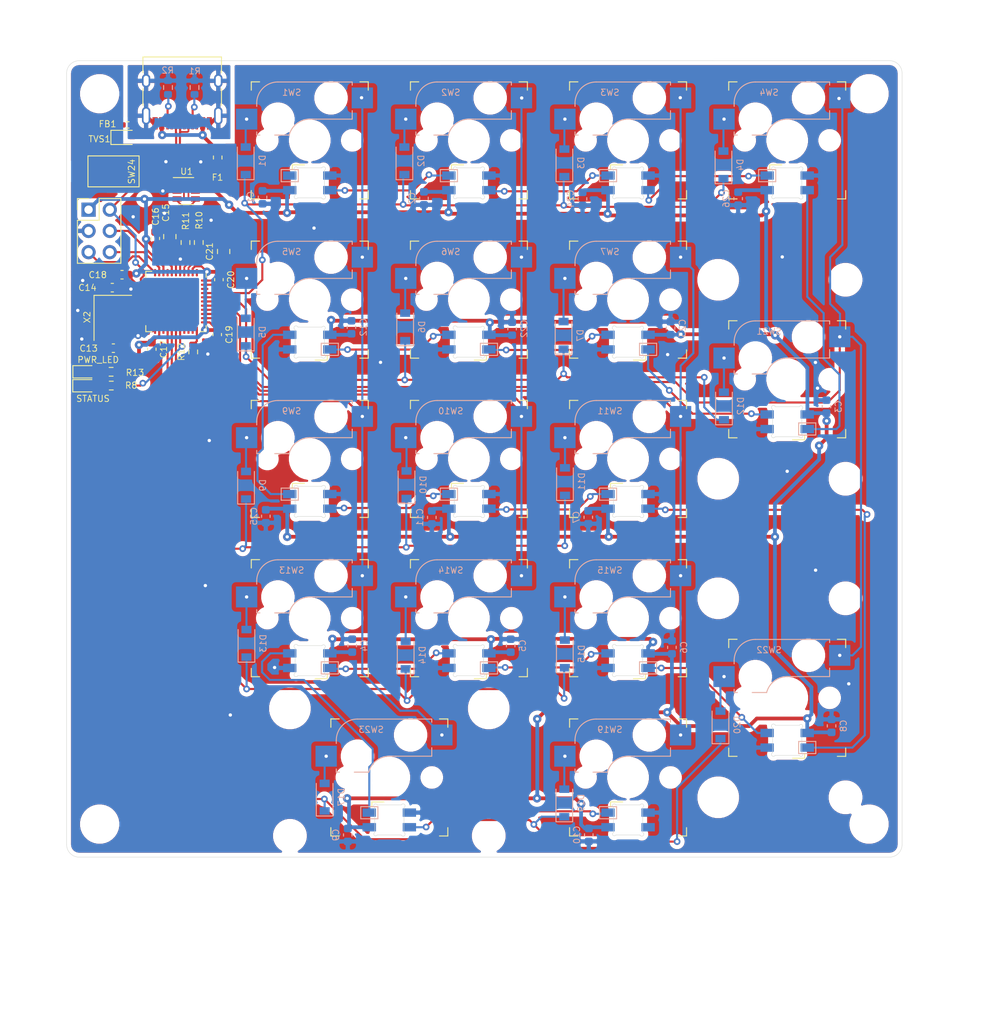
<source format=kicad_pcb>
(kicad_pcb (version 20171130) (host pcbnew "(5.1.9)-1")
  (layers (0 F.Cu signal) (31 B.Cu signal) (34 B.Paste user hide) (35 F.Paste user hide) (36 B.SilkS user) (37 F.SilkS user) (38 B.Mask user hide) (39 F.Mask user hide) (44 Edge.Cuts user))
  (net 0 "")
  (net 1 GND)
  (net 2 GNDPWR)
  (net 3 "Net-(J1-PadA5)")
  (net 4 D-)
  (net 5 D+)
  (net 6 "Net-(J1-PadB5)")
  (net 7 RESET)
  (net 8 VCC)
  (net 9 Col_3)
  (net 10 Col_2)
  (net 11 Col_1)
  (net 12 Col_0)
  (net 13 Row_4)
  (net 14 Row_3)
  (net 15 Row_2)
  (net 16 Row_1)
  (net 17 Row_0)
  (net 18 "Net-(D6-Pad2)")
  (net 19 "Net-(D7-Pad2)")
  (net 20 "Net-(D9-Pad2)")
  (net 21 "Net-(D10-Pad2)")
  (net 22 "Net-(D11-Pad2)")
  (net 23 "Net-(D13-Pad2)")
  (net 24 "Net-(D14-Pad2)")
  (net 25 "Net-(D15-Pad2)")
  (net 26 "Net-(D19-Pad2)")
  (net 27 "Net-(D2-Pad2)")
  (net 28 "Net-(D3-Pad2)")
  (net 29 "Net-(D5-Pad2)")
  (net 30 /XTAL1)
  (net 31 /XTAL2)
  (net 32 /UCAP)
  (net 33 MOSI)
  (net 34 MISO)
  (net 35 SCK)
  (net 36 /DD+)
  (net 37 /DD-)
  (net 38 /BOOT)
  (net 39 /LED)
  (net 40 "Net-(RGB1-Pad1)")
  (net 41 "Net-(RGB2-Pad1)")
  (net 42 "Net-(RGB3-Pad1)")
  (net 43 "Net-(RGB4-Pad1)")
  (net 44 "Net-(RGB5-Pad1)")
  (net 45 "Net-(RGB5-Pad3)")
  (net 46 "Net-(RGB6-Pad3)")
  (net 47 "Net-(RGB7-Pad3)")
  (net 48 "Net-(RGB10-Pad3)")
  (net 49 "Net-(RGB10-Pad1)")
  (net 50 "Net-(RGB11-Pad1)")
  (net 51 "Net-(RGB13-Pad1)")
  (net 52 "Net-(RGB13-Pad3)")
  (net 53 "Net-(RGB14-Pad3)")
  (net 54 "Net-(RGB15-Pad3)")
  (net 55 "Net-(RGB17-Pad1)")
  (net 56 "Net-(D17-Pad2)")
  (net 57 "Net-(D20-Pad2)")
  (net 58 "Net-(D12-Pad2)")
  (net 59 "Net-(D1-Pad2)")
  (net 60 "Net-(D4-Pad2)")
  (net 61 /VBUS)
  (net 62 "Net-(LED_3-Pad2)")
  (net 63 "Net-(LED_4-Pad2)")
  (module Capacitor_SMD:C_0805_2012Metric (layer F.Cu) (at 56.19 62.54 90)
    (fp_text reference C21 (at 0 -1.68 90) (layer F.SilkS) (effects (font (size 0.75 0.75) (thickness 0.1))))
    (fp_text value 4.7uF)
    (pad 2 smd roundrect (at 0.95 0 90) (size 1 1.45) (layers F.Cu F.Paste F.Mask) (net 1 GND))
    (pad 1 smd roundrect (at -0.95 0 90) (size 1 1.45) (layers F.Cu F.Paste F.Mask) (net 8 VCC))
  )
  (module LED_SMD:LED_0603_1608Metric (layer F.Cu) (at 39.62 78.6)
    (fp_text reference LED_3 hide)
    (fp_text value STATUS_LED)
    (fp_text user STATUS (at 0.93 1.54) (layer F.SilkS) (effects (font (size 0.75 0.75) (thickness 0.1))))
    (pad 2 smd roundrect (at 0.7875 0) (size 0.875 0.95) (layers F.Cu F.Paste F.Mask) (net 62 "Net-(LED_3-Pad2)"))
    (pad 1 smd roundrect (at -0.7875 0) (size 0.875 0.95) (layers F.Cu F.Paste F.Mask) (net 1 GND))
  )
  (module Connector_PinHeader_2.54mm:PinHeader_2x03_P2.54mm_Vertical (layer F.Cu) (at 40.02 57.54)
    (fp_text reference J4 hide)
    (fp_text value Conn_01x06)
    (pad 6 thru_hole oval (at 2.54 5.08) (size 1.7 1.7) (drill 1) (layers *.Cu *.Mask) (net 33 MOSI))
    (pad 5 thru_hole oval (at 0 5.08) (size 1.7 1.7) (drill 1) (layers *.Cu *.Mask) (net 34 MISO))
    (pad 4 thru_hole oval (at 2.54 2.54) (size 1.7 1.7) (drill 1) (layers *.Cu *.Mask) (net 35 SCK))
    (pad 3 thru_hole oval (at 0 2.54) (size 1.7 1.7) (drill 1) (layers *.Cu *.Mask) (net 1 GND))
    (pad 2 thru_hole oval (at 2.54 0) (size 1.7 1.7) (drill 1) (layers *.Cu *.Mask) (net 7 RESET))
    (pad 1 thru_hole rect (at 0 0) (size 1.7 1.7) (drill 1) (layers *.Cu *.Mask) (net 8 VCC))
  )
  (module Diode_SMD:D_SOD-123 (layer B.Cu) (at 58.87 90.5 90)
    (fp_text reference D9 (at 0 2 270) (layer B.SilkS) (effects (font (size 0.75 0.75) (thickness 0.1)) (justify mirror)))
    (fp_text value 1N4148W)
    (pad 2 smd rect (at 1.65 0 90) (size 0.9 1.2) (layers B.Cu B.Paste B.Mask) (net 20 "Net-(D9-Pad2)"))
    (pad 1 smd rect (at -1.65 0 90) (size 0.9 1.2) (layers B.Cu B.Paste B.Mask) (net 15 Row_2))
  )
  (module "Keyboard Library:SK6812MINI_Midmount" (layer F.Cu) (at 104.6 130.53)
    (fp_text reference RGB18 hide)
    (fp_text value SK6812mini hide)
    (fp_line (start 1.43 1.8) (end -1.47 1.8) (layer Edge.Cuts) (width 0.05))
    (fp_line (start -1.45 -1.802091) (end 1.446197 -1.802091) (layer Edge.Cuts) (width 0.05))
    (fp_line (start 1.75 -1.48) (end 1.75083 1.494748) (layer Edge.Cuts) (width 0.05))
    (fp_line (start -1.749731 -1.483559) (end -1.749612 1.50405) (layer Edge.Cuts) (width 0.05))
    (fp_arc (start -1.65 1.69) (end -1.47 1.8) (angle 210.3927812) (layer Edge.Cuts) (width 0.05))
    (fp_arc (start 1.65 1.71) (end 1.43 1.8) (angle -222.651283) (layer Edge.Cuts) (width 0.05))
    (fp_arc (start 1.65 -1.69) (end 1.75 -1.48) (angle -215.7260015) (layer Edge.Cuts) (width 0.05))
    (fp_arc (start -1.65 -1.69) (end -1.45 -1.802091) (angle -214.9463081) (layer Edge.Cuts) (width 0.05))
    (pad 1 smd rect (at 2.4 0.875) (size 1.6 1) (layers B.Cu B.Paste B.Mask))
    (pad 2 smd rect (at 2.4 -0.875) (size 1.6 1) (layers B.Cu B.Paste B.Mask) (net 1 GND))
    (pad 3 smd rect (at -2.4 -0.875) (size 1.6 1) (layers B.Cu B.Paste B.Mask) (net 55 "Net-(RGB17-Pad1)"))
    (pad 4 smd rect (at -2.4 0.875) (size 1.6 1) (layers B.Cu B.Paste B.Mask) (net 8 VCC))
  )
  (module "Keyboard Library:SK6812MINI_Midmount" (layer F.Cu) (at 76.025 130.53)
    (fp_text reference RGB17 hide)
    (fp_text value SK6812mini hide)
    (fp_line (start 1.43 1.8) (end -1.47 1.8) (layer Edge.Cuts) (width 0.05))
    (fp_line (start -1.45 -1.802091) (end 1.446197 -1.802091) (layer Edge.Cuts) (width 0.05))
    (fp_line (start 1.75 -1.48) (end 1.75083 1.494748) (layer Edge.Cuts) (width 0.05))
    (fp_line (start -1.749731 -1.483559) (end -1.749612 1.50405) (layer Edge.Cuts) (width 0.05))
    (fp_arc (start -1.65 1.69) (end -1.47 1.8) (angle 210.3927812) (layer Edge.Cuts) (width 0.05))
    (fp_arc (start 1.65 1.71) (end 1.43 1.8) (angle -222.651283) (layer Edge.Cuts) (width 0.05))
    (fp_arc (start 1.65 -1.69) (end 1.75 -1.48) (angle -215.7260015) (layer Edge.Cuts) (width 0.05))
    (fp_arc (start -1.65 -1.69) (end -1.45 -1.802091) (angle -214.9463081) (layer Edge.Cuts) (width 0.05))
    (pad 1 smd rect (at 2.4 0.875) (size 1.6 1) (layers B.Cu B.Paste B.Mask) (net 55 "Net-(RGB17-Pad1)"))
    (pad 2 smd rect (at 2.4 -0.875) (size 1.6 1) (layers B.Cu B.Paste B.Mask) (net 1 GND))
    (pad 3 smd rect (at -2.4 -0.875) (size 1.6 1) (layers B.Cu B.Paste B.Mask) (net 51 "Net-(RGB13-Pad1)"))
    (pad 4 smd rect (at -2.4 0.875) (size 1.6 1) (layers B.Cu B.Paste B.Mask) (net 8 VCC))
  )
  (module "Keyboard Library:SK6812MINI_Midmount" (layer F.Cu) (at 123.65 121.005 180)
    (fp_text reference RGB16 hide)
    (fp_text value SK6812mini hide)
    (fp_line (start 1.43 1.8) (end -1.47 1.8) (layer Edge.Cuts) (width 0.05))
    (fp_line (start -1.45 -1.802091) (end 1.446197 -1.802091) (layer Edge.Cuts) (width 0.05))
    (fp_line (start 1.75 -1.48) (end 1.75083 1.494748) (layer Edge.Cuts) (width 0.05))
    (fp_line (start -1.749731 -1.483559) (end -1.749612 1.50405) (layer Edge.Cuts) (width 0.05))
    (fp_arc (start -1.65 1.69) (end -1.47 1.8) (angle 210.3927812) (layer Edge.Cuts) (width 0.05))
    (fp_arc (start 1.65 1.71) (end 1.43 1.8) (angle -222.651283) (layer Edge.Cuts) (width 0.05))
    (fp_arc (start 1.65 -1.69) (end 1.75 -1.48) (angle -215.7260015) (layer Edge.Cuts) (width 0.05))
    (fp_arc (start -1.65 -1.69) (end -1.45 -1.802091) (angle -214.9463081) (layer Edge.Cuts) (width 0.05))
    (pad 1 smd rect (at 2.4 0.875 180) (size 1.6 1) (layers B.Cu B.Paste B.Mask) (net 54 "Net-(RGB15-Pad3)"))
    (pad 2 smd rect (at 2.4 -0.875 180) (size 1.6 1) (layers B.Cu B.Paste B.Mask) (net 1 GND))
    (pad 3 smd rect (at -2.4 -0.875 180) (size 1.6 1) (layers B.Cu B.Paste B.Mask) (net 50 "Net-(RGB11-Pad1)"))
    (pad 4 smd rect (at -2.4 0.875 180) (size 1.6 1) (layers B.Cu B.Paste B.Mask) (net 8 VCC))
  )
  (module "Keyboard Library:SK6812MINI_Midmount" (layer F.Cu) (at 104.6 111.48 180)
    (fp_text reference RGB15 hide)
    (fp_text value SK6812mini hide)
    (fp_line (start 1.43 1.8) (end -1.47 1.8) (layer Edge.Cuts) (width 0.05))
    (fp_line (start -1.45 -1.802091) (end 1.446197 -1.802091) (layer Edge.Cuts) (width 0.05))
    (fp_line (start 1.75 -1.48) (end 1.75083 1.494748) (layer Edge.Cuts) (width 0.05))
    (fp_line (start -1.749731 -1.483559) (end -1.749612 1.50405) (layer Edge.Cuts) (width 0.05))
    (fp_arc (start -1.65 1.69) (end -1.47 1.8) (angle 210.3927812) (layer Edge.Cuts) (width 0.05))
    (fp_arc (start 1.65 1.71) (end 1.43 1.8) (angle -222.651283) (layer Edge.Cuts) (width 0.05))
    (fp_arc (start 1.65 -1.69) (end 1.75 -1.48) (angle -215.7260015) (layer Edge.Cuts) (width 0.05))
    (fp_arc (start -1.65 -1.69) (end -1.45 -1.802091) (angle -214.9463081) (layer Edge.Cuts) (width 0.05))
    (pad 1 smd rect (at 2.4 0.875 180) (size 1.6 1) (layers B.Cu B.Paste B.Mask) (net 53 "Net-(RGB14-Pad3)"))
    (pad 2 smd rect (at 2.4 -0.875 180) (size 1.6 1) (layers B.Cu B.Paste B.Mask) (net 1 GND))
    (pad 3 smd rect (at -2.4 -0.875 180) (size 1.6 1) (layers B.Cu B.Paste B.Mask) (net 54 "Net-(RGB15-Pad3)"))
    (pad 4 smd rect (at -2.4 0.875 180) (size 1.6 1) (layers B.Cu B.Paste B.Mask) (net 8 VCC))
  )
  (module "Keyboard Library:SK6812MINI_Midmount" (layer F.Cu) (at 85.55 111.48 180)
    (fp_text reference RGB14 hide)
    (fp_text value SK6812mini hide)
    (fp_line (start 1.43 1.8) (end -1.47 1.8) (layer Edge.Cuts) (width 0.05))
    (fp_line (start -1.45 -1.802091) (end 1.446197 -1.802091) (layer Edge.Cuts) (width 0.05))
    (fp_line (start 1.75 -1.48) (end 1.75083 1.494748) (layer Edge.Cuts) (width 0.05))
    (fp_line (start -1.749731 -1.483559) (end -1.749612 1.50405) (layer Edge.Cuts) (width 0.05))
    (fp_arc (start -1.65 1.69) (end -1.47 1.8) (angle 210.3927812) (layer Edge.Cuts) (width 0.05))
    (fp_arc (start 1.65 1.71) (end 1.43 1.8) (angle -222.651283) (layer Edge.Cuts) (width 0.05))
    (fp_arc (start 1.65 -1.69) (end 1.75 -1.48) (angle -215.7260015) (layer Edge.Cuts) (width 0.05))
    (fp_arc (start -1.65 -1.69) (end -1.45 -1.802091) (angle -214.9463081) (layer Edge.Cuts) (width 0.05))
    (pad 1 smd rect (at 2.4 0.875 180) (size 1.6 1) (layers B.Cu B.Paste B.Mask) (net 52 "Net-(RGB13-Pad3)"))
    (pad 2 smd rect (at 2.4 -0.875 180) (size 1.6 1) (layers B.Cu B.Paste B.Mask) (net 1 GND))
    (pad 3 smd rect (at -2.4 -0.875 180) (size 1.6 1) (layers B.Cu B.Paste B.Mask) (net 53 "Net-(RGB14-Pad3)"))
    (pad 4 smd rect (at -2.4 0.875 180) (size 1.6 1) (layers B.Cu B.Paste B.Mask) (net 8 VCC))
  )
  (module "Keyboard Library:SK6812MINI_Midmount" (layer F.Cu) (at 66.5 111.48 180)
    (fp_text reference RGB13 hide)
    (fp_text value SK6812mini hide)
    (fp_line (start 1.43 1.8) (end -1.47 1.8) (layer Edge.Cuts) (width 0.05))
    (fp_line (start -1.45 -1.802091) (end 1.446197 -1.802091) (layer Edge.Cuts) (width 0.05))
    (fp_line (start 1.75 -1.48) (end 1.75083 1.494748) (layer Edge.Cuts) (width 0.05))
    (fp_line (start -1.749731 -1.483559) (end -1.749612 1.50405) (layer Edge.Cuts) (width 0.05))
    (fp_arc (start -1.65 1.69) (end -1.47 1.8) (angle 210.3927812) (layer Edge.Cuts) (width 0.05))
    (fp_arc (start 1.65 1.71) (end 1.43 1.8) (angle -222.651283) (layer Edge.Cuts) (width 0.05))
    (fp_arc (start 1.65 -1.69) (end 1.75 -1.48) (angle -215.7260015) (layer Edge.Cuts) (width 0.05))
    (fp_arc (start -1.65 -1.69) (end -1.45 -1.802091) (angle -214.9463081) (layer Edge.Cuts) (width 0.05))
    (pad 1 smd rect (at 2.4 0.875 180) (size 1.6 1) (layers B.Cu B.Paste B.Mask) (net 51 "Net-(RGB13-Pad1)"))
    (pad 2 smd rect (at 2.4 -0.875 180) (size 1.6 1) (layers B.Cu B.Paste B.Mask) (net 1 GND))
    (pad 3 smd rect (at -2.4 -0.875 180) (size 1.6 1) (layers B.Cu B.Paste B.Mask) (net 52 "Net-(RGB13-Pad3)"))
    (pad 4 smd rect (at -2.4 0.875 180) (size 1.6 1) (layers B.Cu B.Paste B.Mask) (net 8 VCC))
  )
  (module "Keyboard Library:SK6812MINI_Midmount" (layer F.Cu) (at 104.6 92.43)
    (fp_text reference RGB11 hide)
    (fp_text value SK6812mini hide)
    (fp_line (start 1.43 1.8) (end -1.47 1.8) (layer Edge.Cuts) (width 0.05))
    (fp_line (start -1.45 -1.802091) (end 1.446197 -1.802091) (layer Edge.Cuts) (width 0.05))
    (fp_line (start 1.75 -1.48) (end 1.75083 1.494748) (layer Edge.Cuts) (width 0.05))
    (fp_line (start -1.749731 -1.483559) (end -1.749612 1.50405) (layer Edge.Cuts) (width 0.05))
    (fp_arc (start -1.65 1.69) (end -1.47 1.8) (angle 210.3927812) (layer Edge.Cuts) (width 0.05))
    (fp_arc (start 1.65 1.71) (end 1.43 1.8) (angle -222.651283) (layer Edge.Cuts) (width 0.05))
    (fp_arc (start 1.65 -1.69) (end 1.75 -1.48) (angle -215.7260015) (layer Edge.Cuts) (width 0.05))
    (fp_arc (start -1.65 -1.69) (end -1.45 -1.802091) (angle -214.9463081) (layer Edge.Cuts) (width 0.05))
    (pad 1 smd rect (at 2.4 0.875) (size 1.6 1) (layers B.Cu B.Paste B.Mask) (net 50 "Net-(RGB11-Pad1)"))
    (pad 2 smd rect (at 2.4 -0.875) (size 1.6 1) (layers B.Cu B.Paste B.Mask) (net 1 GND))
    (pad 3 smd rect (at -2.4 -0.875) (size 1.6 1) (layers B.Cu B.Paste B.Mask) (net 49 "Net-(RGB10-Pad1)"))
    (pad 4 smd rect (at -2.4 0.875) (size 1.6 1) (layers B.Cu B.Paste B.Mask) (net 8 VCC))
  )
  (module "Keyboard Library:SK6812MINI_Midmount" (layer F.Cu) (at 85.55 92.43)
    (fp_text reference RGB10 hide)
    (fp_text value SK6812mini hide)
    (fp_line (start 1.43 1.8) (end -1.47 1.8) (layer Edge.Cuts) (width 0.05))
    (fp_line (start -1.45 -1.802091) (end 1.446197 -1.802091) (layer Edge.Cuts) (width 0.05))
    (fp_line (start 1.75 -1.48) (end 1.75083 1.494748) (layer Edge.Cuts) (width 0.05))
    (fp_line (start -1.749731 -1.483559) (end -1.749612 1.50405) (layer Edge.Cuts) (width 0.05))
    (fp_arc (start -1.65 1.69) (end -1.47 1.8) (angle 210.3927812) (layer Edge.Cuts) (width 0.05))
    (fp_arc (start 1.65 1.71) (end 1.43 1.8) (angle -222.651283) (layer Edge.Cuts) (width 0.05))
    (fp_arc (start 1.65 -1.69) (end 1.75 -1.48) (angle -215.7260015) (layer Edge.Cuts) (width 0.05))
    (fp_arc (start -1.65 -1.69) (end -1.45 -1.802091) (angle -214.9463081) (layer Edge.Cuts) (width 0.05))
    (pad 1 smd rect (at 2.4 0.875) (size 1.6 1) (layers B.Cu B.Paste B.Mask) (net 49 "Net-(RGB10-Pad1)"))
    (pad 2 smd rect (at 2.4 -0.875) (size 1.6 1) (layers B.Cu B.Paste B.Mask) (net 1 GND))
    (pad 3 smd rect (at -2.4 -0.875) (size 1.6 1) (layers B.Cu B.Paste B.Mask) (net 48 "Net-(RGB10-Pad3)"))
    (pad 4 smd rect (at -2.4 0.875) (size 1.6 1) (layers B.Cu B.Paste B.Mask) (net 8 VCC))
  )
  (module "Keyboard Library:SK6812MINI_Midmount" (layer F.Cu) (at 66.5 92.43)
    (fp_text reference RGB9 hide)
    (fp_text value SK6812mini hide)
    (fp_line (start 1.43 1.8) (end -1.47 1.8) (layer Edge.Cuts) (width 0.05))
    (fp_line (start -1.45 -1.802091) (end 1.446197 -1.802091) (layer Edge.Cuts) (width 0.05))
    (fp_line (start 1.75 -1.48) (end 1.75083 1.494748) (layer Edge.Cuts) (width 0.05))
    (fp_line (start -1.749731 -1.483559) (end -1.749612 1.50405) (layer Edge.Cuts) (width 0.05))
    (fp_arc (start -1.65 1.69) (end -1.47 1.8) (angle 210.3927812) (layer Edge.Cuts) (width 0.05))
    (fp_arc (start 1.65 1.71) (end 1.43 1.8) (angle -222.651283) (layer Edge.Cuts) (width 0.05))
    (fp_arc (start 1.65 -1.69) (end 1.75 -1.48) (angle -215.7260015) (layer Edge.Cuts) (width 0.05))
    (fp_arc (start -1.65 -1.69) (end -1.45 -1.802091) (angle -214.9463081) (layer Edge.Cuts) (width 0.05))
    (pad 1 smd rect (at 2.4 0.875) (size 1.6 1) (layers B.Cu B.Paste B.Mask) (net 48 "Net-(RGB10-Pad3)"))
    (pad 2 smd rect (at 2.4 -0.875) (size 1.6 1) (layers B.Cu B.Paste B.Mask) (net 1 GND))
    (pad 3 smd rect (at -2.4 -0.875) (size 1.6 1) (layers B.Cu B.Paste B.Mask) (net 44 "Net-(RGB5-Pad1)"))
    (pad 4 smd rect (at -2.4 0.875) (size 1.6 1) (layers B.Cu B.Paste B.Mask) (net 8 VCC))
  )
  (module "Keyboard Library:SK6812MINI_Midmount" (layer F.Cu) (at 123.65 82.905 180)
    (fp_text reference RGB8 hide)
    (fp_text value SK6812mini hide)
    (fp_line (start 1.43 1.8) (end -1.47 1.8) (layer Edge.Cuts) (width 0.05))
    (fp_line (start -1.45 -1.802091) (end 1.446197 -1.802091) (layer Edge.Cuts) (width 0.05))
    (fp_line (start 1.75 -1.48) (end 1.75083 1.494748) (layer Edge.Cuts) (width 0.05))
    (fp_line (start -1.749731 -1.483559) (end -1.749612 1.50405) (layer Edge.Cuts) (width 0.05))
    (fp_arc (start -1.65 1.69) (end -1.47 1.8) (angle 210.3927812) (layer Edge.Cuts) (width 0.05))
    (fp_arc (start 1.65 1.71) (end 1.43 1.8) (angle -222.651283) (layer Edge.Cuts) (width 0.05))
    (fp_arc (start 1.65 -1.69) (end 1.75 -1.48) (angle -215.7260015) (layer Edge.Cuts) (width 0.05))
    (fp_arc (start -1.65 -1.69) (end -1.45 -1.802091) (angle -214.9463081) (layer Edge.Cuts) (width 0.05))
    (pad 1 smd rect (at 2.4 0.875 180) (size 1.6 1) (layers B.Cu B.Paste B.Mask) (net 47 "Net-(RGB7-Pad3)"))
    (pad 2 smd rect (at 2.4 -0.875 180) (size 1.6 1) (layers B.Cu B.Paste B.Mask) (net 1 GND))
    (pad 3 smd rect (at -2.4 -0.875 180) (size 1.6 1) (layers B.Cu B.Paste B.Mask) (net 43 "Net-(RGB4-Pad1)"))
    (pad 4 smd rect (at -2.4 0.875 180) (size 1.6 1) (layers B.Cu B.Paste B.Mask) (net 8 VCC))
  )
  (module "Keyboard Library:SK6812MINI_Midmount" (layer F.Cu) (at 104.6 73.38 180)
    (fp_text reference RGB7 hide)
    (fp_text value SK6812mini hide)
    (fp_line (start 1.43 1.8) (end -1.47 1.8) (layer Edge.Cuts) (width 0.05))
    (fp_line (start -1.45 -1.802091) (end 1.446197 -1.802091) (layer Edge.Cuts) (width 0.05))
    (fp_line (start 1.75 -1.48) (end 1.75083 1.494748) (layer Edge.Cuts) (width 0.05))
    (fp_line (start -1.749731 -1.483559) (end -1.749612 1.50405) (layer Edge.Cuts) (width 0.05))
    (fp_arc (start -1.65 1.69) (end -1.47 1.8) (angle 210.3927812) (layer Edge.Cuts) (width 0.05))
    (fp_arc (start 1.65 1.71) (end 1.43 1.8) (angle -222.651283) (layer Edge.Cuts) (width 0.05))
    (fp_arc (start 1.65 -1.69) (end 1.75 -1.48) (angle -215.7260015) (layer Edge.Cuts) (width 0.05))
    (fp_arc (start -1.65 -1.69) (end -1.45 -1.802091) (angle -214.9463081) (layer Edge.Cuts) (width 0.05))
    (pad 1 smd rect (at 2.4 0.875 180) (size 1.6 1) (layers B.Cu B.Paste B.Mask) (net 46 "Net-(RGB6-Pad3)"))
    (pad 2 smd rect (at 2.4 -0.875 180) (size 1.6 1) (layers B.Cu B.Paste B.Mask) (net 1 GND))
    (pad 3 smd rect (at -2.4 -0.875 180) (size 1.6 1) (layers B.Cu B.Paste B.Mask) (net 47 "Net-(RGB7-Pad3)"))
    (pad 4 smd rect (at -2.4 0.875 180) (size 1.6 1) (layers B.Cu B.Paste B.Mask) (net 8 VCC))
  )
  (module "Keyboard Library:SK6812MINI_Midmount" (layer F.Cu) (at 85.55 73.38 180)
    (fp_text reference RGB6 hide)
    (fp_text value SK6812mini hide)
    (fp_line (start 1.43 1.8) (end -1.47 1.8) (layer Edge.Cuts) (width 0.05))
    (fp_line (start -1.45 -1.802091) (end 1.446197 -1.802091) (layer Edge.Cuts) (width 0.05))
    (fp_line (start 1.75 -1.48) (end 1.75083 1.494748) (layer Edge.Cuts) (width 0.05))
    (fp_line (start -1.749731 -1.483559) (end -1.749612 1.50405) (layer Edge.Cuts) (width 0.05))
    (fp_arc (start -1.65 1.69) (end -1.47 1.8) (angle 210.3927812) (layer Edge.Cuts) (width 0.05))
    (fp_arc (start 1.65 1.71) (end 1.43 1.8) (angle -222.651283) (layer Edge.Cuts) (width 0.05))
    (fp_arc (start 1.65 -1.69) (end 1.75 -1.48) (angle -215.7260015) (layer Edge.Cuts) (width 0.05))
    (fp_arc (start -1.65 -1.69) (end -1.45 -1.802091) (angle -214.9463081) (layer Edge.Cuts) (width 0.05))
    (pad 1 smd rect (at 2.4 0.875 180) (size 1.6 1) (layers B.Cu B.Paste B.Mask) (net 45 "Net-(RGB5-Pad3)"))
    (pad 2 smd rect (at 2.4 -0.875 180) (size 1.6 1) (layers B.Cu B.Paste B.Mask) (net 1 GND))
    (pad 3 smd rect (at -2.4 -0.875 180) (size 1.6 1) (layers B.Cu B.Paste B.Mask) (net 46 "Net-(RGB6-Pad3)"))
    (pad 4 smd rect (at -2.4 0.875 180) (size 1.6 1) (layers B.Cu B.Paste B.Mask) (net 8 VCC))
  )
  (module "Keyboard Library:SK6812MINI_Midmount" (layer F.Cu) (at 66.5 73.38 180)
    (fp_text reference RGB5 hide)
    (fp_text value SK6812mini hide)
    (fp_line (start 1.43 1.8) (end -1.47 1.8) (layer Edge.Cuts) (width 0.05))
    (fp_line (start -1.45 -1.802091) (end 1.446197 -1.802091) (layer Edge.Cuts) (width 0.05))
    (fp_line (start 1.75 -1.48) (end 1.75083 1.494748) (layer Edge.Cuts) (width 0.05))
    (fp_line (start -1.749731 -1.483559) (end -1.749612 1.50405) (layer Edge.Cuts) (width 0.05))
    (fp_arc (start -1.65 1.69) (end -1.47 1.8) (angle 210.3927812) (layer Edge.Cuts) (width 0.05))
    (fp_arc (start 1.65 1.71) (end 1.43 1.8) (angle -222.651283) (layer Edge.Cuts) (width 0.05))
    (fp_arc (start 1.65 -1.69) (end 1.75 -1.48) (angle -215.7260015) (layer Edge.Cuts) (width 0.05))
    (fp_arc (start -1.65 -1.69) (end -1.45 -1.802091) (angle -214.9463081) (layer Edge.Cuts) (width 0.05))
    (pad 1 smd rect (at 2.4 0.875 180) (size 1.6 1) (layers B.Cu B.Paste B.Mask) (net 44 "Net-(RGB5-Pad1)"))
    (pad 2 smd rect (at 2.4 -0.875 180) (size 1.6 1) (layers B.Cu B.Paste B.Mask) (net 1 GND))
    (pad 3 smd rect (at -2.4 -0.875 180) (size 1.6 1) (layers B.Cu B.Paste B.Mask) (net 45 "Net-(RGB5-Pad3)"))
    (pad 4 smd rect (at -2.4 0.875 180) (size 1.6 1) (layers B.Cu B.Paste B.Mask) (net 8 VCC))
  )
  (module "Keyboard Library:SK6812MINI_Midmount" (layer F.Cu) (at 123.65 54.33)
    (fp_text reference RGB4 hide)
    (fp_text value SK6812mini hide)
    (fp_line (start 1.43 1.8) (end -1.47 1.8) (layer Edge.Cuts) (width 0.05))
    (fp_line (start -1.45 -1.802091) (end 1.446197 -1.802091) (layer Edge.Cuts) (width 0.05))
    (fp_line (start 1.75 -1.48) (end 1.75083 1.494748) (layer Edge.Cuts) (width 0.05))
    (fp_line (start -1.749731 -1.483559) (end -1.749612 1.50405) (layer Edge.Cuts) (width 0.05))
    (fp_arc (start -1.65 1.69) (end -1.47 1.8) (angle 210.3927812) (layer Edge.Cuts) (width 0.05))
    (fp_arc (start 1.65 1.71) (end 1.43 1.8) (angle -222.651283) (layer Edge.Cuts) (width 0.05))
    (fp_arc (start 1.65 -1.69) (end 1.75 -1.48) (angle -215.7260015) (layer Edge.Cuts) (width 0.05))
    (fp_arc (start -1.65 -1.69) (end -1.45 -1.802091) (angle -214.9463081) (layer Edge.Cuts) (width 0.05))
    (pad 1 smd rect (at 2.4 0.875) (size 1.6 1) (layers B.Cu B.Paste B.Mask) (net 43 "Net-(RGB4-Pad1)"))
    (pad 2 smd rect (at 2.4 -0.875) (size 1.6 1) (layers B.Cu B.Paste B.Mask) (net 1 GND))
    (pad 3 smd rect (at -2.4 -0.875) (size 1.6 1) (layers B.Cu B.Paste B.Mask) (net 42 "Net-(RGB3-Pad1)"))
    (pad 4 smd rect (at -2.4 0.875) (size 1.6 1) (layers B.Cu B.Paste B.Mask) (net 8 VCC))
  )
  (module "Keyboard Library:SK6812MINI_Midmount" (layer F.Cu) (at 104.6 54.33)
    (fp_text reference RGB3 hide)
    (fp_text value SK6812mini hide)
    (fp_line (start 1.43 1.8) (end -1.47 1.8) (layer Edge.Cuts) (width 0.05))
    (fp_line (start -1.45 -1.802091) (end 1.446197 -1.802091) (layer Edge.Cuts) (width 0.05))
    (fp_line (start 1.75 -1.48) (end 1.75083 1.494748) (layer Edge.Cuts) (width 0.05))
    (fp_line (start -1.749731 -1.483559) (end -1.749612 1.50405) (layer Edge.Cuts) (width 0.05))
    (fp_arc (start -1.65 1.69) (end -1.47 1.8) (angle 210.3927812) (layer Edge.Cuts) (width 0.05))
    (fp_arc (start 1.65 1.71) (end 1.43 1.8) (angle -222.651283) (layer Edge.Cuts) (width 0.05))
    (fp_arc (start 1.65 -1.69) (end 1.75 -1.48) (angle -215.7260015) (layer Edge.Cuts) (width 0.05))
    (fp_arc (start -1.65 -1.69) (end -1.45 -1.802091) (angle -214.9463081) (layer Edge.Cuts) (width 0.05))
    (pad 1 smd rect (at 2.4 0.875) (size 1.6 1) (layers B.Cu B.Paste B.Mask) (net 42 "Net-(RGB3-Pad1)"))
    (pad 2 smd rect (at 2.4 -0.875) (size 1.6 1) (layers B.Cu B.Paste B.Mask) (net 1 GND))
    (pad 3 smd rect (at -2.4 -0.875) (size 1.6 1) (layers B.Cu B.Paste B.Mask) (net 41 "Net-(RGB2-Pad1)"))
    (pad 4 smd rect (at -2.4 0.875) (size 1.6 1) (layers B.Cu B.Paste B.Mask) (net 8 VCC))
  )
  (module "Keyboard Library:SK6812MINI_Midmount" (layer F.Cu) (at 85.55 54.33)
    (fp_text reference RGB2 hide)
    (fp_text value SK6812mini hide)
    (fp_line (start 1.43 1.8) (end -1.47 1.8) (layer Edge.Cuts) (width 0.05))
    (fp_line (start -1.45 -1.802091) (end 1.446197 -1.802091) (layer Edge.Cuts) (width 0.05))
    (fp_line (start 1.75 -1.48) (end 1.75083 1.494748) (layer Edge.Cuts) (width 0.05))
    (fp_line (start -1.749731 -1.483559) (end -1.749612 1.50405) (layer Edge.Cuts) (width 0.05))
    (fp_arc (start -1.65 1.69) (end -1.47 1.8) (angle 210.3927812) (layer Edge.Cuts) (width 0.05))
    (fp_arc (start 1.65 1.71) (end 1.43 1.8) (angle -222.651283) (layer Edge.Cuts) (width 0.05))
    (fp_arc (start 1.65 -1.69) (end 1.75 -1.48) (angle -215.7260015) (layer Edge.Cuts) (width 0.05))
    (fp_arc (start -1.65 -1.69) (end -1.45 -1.802091) (angle -214.9463081) (layer Edge.Cuts) (width 0.05))
    (pad 1 smd rect (at 2.4 0.875) (size 1.6 1) (layers B.Cu B.Paste B.Mask) (net 41 "Net-(RGB2-Pad1)"))
    (pad 2 smd rect (at 2.4 -0.875) (size 1.6 1) (layers B.Cu B.Paste B.Mask) (net 1 GND))
    (pad 3 smd rect (at -2.4 -0.875) (size 1.6 1) (layers B.Cu B.Paste B.Mask) (net 40 "Net-(RGB1-Pad1)"))
    (pad 4 smd rect (at -2.4 0.875) (size 1.6 1) (layers B.Cu B.Paste B.Mask) (net 8 VCC))
  )
  (module "Keyboard Library:SK6812MINI_Midmount" (layer F.Cu) (at 66.5 54.33)
    (fp_text reference RGB1 hide)
    (fp_text value SK6812mini hide)
    (fp_line (start 1.43 1.8) (end -1.47 1.8) (layer Edge.Cuts) (width 0.05))
    (fp_line (start -1.45 -1.802091) (end 1.446197 -1.802091) (layer Edge.Cuts) (width 0.05))
    (fp_line (start 1.75 -1.48) (end 1.75083 1.494748) (layer Edge.Cuts) (width 0.05))
    (fp_line (start -1.749731 -1.483559) (end -1.749612 1.50405) (layer Edge.Cuts) (width 0.05))
    (fp_arc (start -1.65 1.69) (end -1.47 1.8) (angle 210.3927812) (layer Edge.Cuts) (width 0.05))
    (fp_arc (start 1.65 1.71) (end 1.43 1.8) (angle -222.651283) (layer Edge.Cuts) (width 0.05))
    (fp_arc (start 1.65 -1.69) (end 1.75 -1.48) (angle -215.7260015) (layer Edge.Cuts) (width 0.05))
    (fp_arc (start -1.65 -1.69) (end -1.45 -1.802091) (angle -214.9463081) (layer Edge.Cuts) (width 0.05))
    (pad 1 smd rect (at 2.4 0.875) (size 1.6 1) (layers B.Cu B.Paste B.Mask) (net 40 "Net-(RGB1-Pad1)"))
    (pad 2 smd rect (at 2.4 -0.875) (size 1.6 1) (layers B.Cu B.Paste B.Mask) (net 1 GND))
    (pad 3 smd rect (at -2.4 -0.875) (size 1.6 1) (layers B.Cu B.Paste B.Mask))
    (pad 4 smd rect (at -2.4 0.875) (size 1.6 1) (layers B.Cu B.Paste B.Mask) (net 8 VCC))
  )
  (module Capacitor_SMD:C_0603_1608Metric (layer B.Cu) (at 117.78 56.22 270)
    (fp_text reference C26 (at 0 1.43 90) (layer B.SilkS) (effects (font (size 0.75 0.75) (thickness 0.1)) (justify mirror)))
    (fp_text value 100nF)
    (pad 2 smd roundrect (at 0.775 0 270) (size 0.9 0.95) (layers B.Cu B.Paste B.Mask) (net 1 GND))
    (pad 1 smd roundrect (at -0.775 0 270) (size 0.9 0.95) (layers B.Cu B.Paste B.Mask) (net 8 VCC))
  )
  (module Capacitor_SMD:C_0603_1608Metric (layer B.Cu) (at 61.24 94.21 270)
    (fp_text reference C25 (at 0 1.43 90) (layer B.SilkS) (effects (font (size 0.75 0.75) (thickness 0.1)) (justify mirror)))
    (fp_text value 100nF)
    (pad 2 smd roundrect (at 0.775 0 270) (size 0.9 0.95) (layers B.Cu B.Paste B.Mask) (net 1 GND))
    (pad 1 smd roundrect (at -0.775 0 270) (size 0.9 0.95) (layers B.Cu B.Paste B.Mask) (net 8 VCC))
  )
  (module Capacitor_SMD:C_0603_1608Metric (layer B.Cu) (at 99.15 56.24 270)
    (fp_text reference C24 (at 0 1.43 90) (layer B.SilkS) (effects (font (size 0.75 0.75) (thickness 0.1)) (justify mirror)))
    (fp_text value 100nF)
    (pad 2 smd roundrect (at 0.775 0 270) (size 0.9 0.95) (layers B.Cu B.Paste B.Mask) (net 1 GND))
    (pad 1 smd roundrect (at -0.775 0 270) (size 0.9 0.95) (layers B.Cu B.Paste B.Mask) (net 8 VCC))
  )
  (module Capacitor_SMD:C_0603_1608Metric (layer B.Cu) (at 109.69 71.71 90)
    (fp_text reference C23 (at 0 1.43 90) (layer B.SilkS) (effects (font (size 0.75 0.75) (thickness 0.1)) (justify mirror)))
    (fp_text value 100nF)
    (pad 2 smd roundrect (at 0.775 0 90) (size 0.9 0.95) (layers B.Cu B.Paste B.Mask) (net 1 GND))
    (pad 1 smd roundrect (at -0.775 0 90) (size 0.9 0.95) (layers B.Cu B.Paste B.Mask) (net 8 VCC))
  )
  (module Capacitor_SMD:C_0603_1608Metric (layer B.Cu) (at 90.72 71.78 90)
    (fp_text reference C22 (at 0 1.43 90) (layer B.SilkS) (effects (font (size 0.75 0.75) (thickness 0.1)) (justify mirror)))
    (fp_text value 100nF)
    (pad 2 smd roundrect (at 0.775 0 90) (size 0.9 0.95) (layers B.Cu B.Paste B.Mask) (net 1 GND))
    (pad 1 smd roundrect (at -0.775 0 90) (size 0.9 0.95) (layers B.Cu B.Paste B.Mask) (net 8 VCC))
  )
  (module Capacitor_SMD:C_0603_1608Metric (layer B.Cu) (at 71.49 71.605 90)
    (fp_text reference C12 (at 0 1.43 90) (layer B.SilkS) (effects (font (size 0.75 0.75) (thickness 0.1)) (justify mirror)))
    (fp_text value 100nF)
    (pad 2 smd roundrect (at 0.775 0 90) (size 0.9 0.95) (layers B.Cu B.Paste B.Mask) (net 1 GND))
    (pad 1 smd roundrect (at -0.775 0 90) (size 0.9 0.95) (layers B.Cu B.Paste B.Mask) (net 8 VCC))
  )
  (module Capacitor_SMD:C_0603_1608Metric (layer B.Cu) (at 81.11 94.35 270)
    (fp_text reference C11 (at 0 1.43 90) (layer B.SilkS) (effects (font (size 0.75 0.75) (thickness 0.1)) (justify mirror)))
    (fp_text value 100nF)
    (pad 2 smd roundrect (at 0.775 0 270) (size 0.9 0.95) (layers B.Cu B.Paste B.Mask) (net 1 GND))
    (pad 1 smd roundrect (at -0.775 0 270) (size 0.9 0.95) (layers B.Cu B.Paste B.Mask) (net 8 VCC))
  )
  (module Capacitor_SMD:C_0603_1608Metric (layer B.Cu) (at 80.17 56.18 270)
    (fp_text reference C2 (at 0 1.43 90) (layer B.SilkS) (effects (font (size 0.75 0.75) (thickness 0.1)) (justify mirror)))
    (fp_text value 100nF)
    (pad 2 smd roundrect (at 0.775 0 270) (size 0.9 0.95) (layers B.Cu B.Paste B.Mask) (net 1 GND))
    (pad 1 smd roundrect (at -0.775 0 270) (size 0.9 0.95) (layers B.Cu B.Paste B.Mask) (net 8 VCC))
  )
  (module Capacitor_SMD:C_0603_1608Metric (layer B.Cu) (at 99.9 132.32 270)
    (fp_text reference C10 (at 0 1.43 90) (layer B.SilkS) (effects (font (size 0.75 0.75) (thickness 0.1)) (justify mirror)))
    (fp_text value 100nF)
    (pad 2 smd roundrect (at 0.775 0 270) (size 0.9 0.95) (layers B.Cu B.Paste B.Mask) (net 1 GND))
    (pad 1 smd roundrect (at -0.775 0 270) (size 0.9 0.95) (layers B.Cu B.Paste B.Mask) (net 8 VCC))
  )
  (module Capacitor_SMD:C_0603_1608Metric (layer B.Cu) (at 71.05 132.33 270)
    (fp_text reference C9 (at 0 1.43 90) (layer B.SilkS) (effects (font (size 0.75 0.75) (thickness 0.1)) (justify mirror)))
    (fp_text value 100nF)
    (pad 2 smd roundrect (at 0.775 0 270) (size 0.9 0.95) (layers B.Cu B.Paste B.Mask) (net 1 GND))
    (pad 1 smd roundrect (at -0.775 0 270) (size 0.9 0.95) (layers B.Cu B.Paste B.Mask) (net 8 VCC))
  )
  (module Capacitor_SMD:C_0603_1608Metric (layer B.Cu) (at 128.96 119.28 90)
    (fp_text reference C8 (at 0 1.43 90) (layer B.SilkS) (effects (font (size 0.75 0.75) (thickness 0.1)) (justify mirror)))
    (fp_text value 100nF)
    (pad 2 smd roundrect (at 0.775 0 90) (size 0.9 0.95) (layers B.Cu B.Paste B.Mask) (net 1 GND))
    (pad 1 smd roundrect (at -0.775 0 90) (size 0.9 0.95) (layers B.Cu B.Paste B.Mask) (net 8 VCC))
  )
  (module Capacitor_SMD:C_0603_1608Metric (layer B.Cu) (at 99.84 94.33 270)
    (fp_text reference C7 (at 0 1.43 90) (layer B.SilkS) (effects (font (size 0.75 0.75) (thickness 0.1)) (justify mirror)))
    (fp_text value 100nF)
    (pad 2 smd roundrect (at 0.775 0 270) (size 0.9 0.95) (layers B.Cu B.Paste B.Mask) (net 1 GND))
    (pad 1 smd roundrect (at -0.775 0 270) (size 0.9 0.95) (layers B.Cu B.Paste B.Mask) (net 8 VCC))
  )
  (module Capacitor_SMD:C_0603_1608Metric (layer B.Cu) (at 109.85 109.89 90)
    (fp_text reference C6 (at 0 1.43 90) (layer B.SilkS) (effects (font (size 0.75 0.75) (thickness 0.1)) (justify mirror)))
    (fp_text value 100nF)
    (pad 2 smd roundrect (at 0.775 0 90) (size 0.9 0.95) (layers B.Cu B.Paste B.Mask) (net 1 GND))
    (pad 1 smd roundrect (at -0.775 0 90) (size 0.9 0.95) (layers B.Cu B.Paste B.Mask) (net 8 VCC))
  )
  (module Capacitor_SMD:C_0603_1608Metric (layer B.Cu) (at 90.55 109.69 90)
    (fp_text reference C5 (at 0 1.43 90) (layer B.SilkS) (effects (font (size 0.75 0.75) (thickness 0.1)) (justify mirror)))
    (fp_text value 100nF)
    (pad 2 smd roundrect (at 0.775 0 90) (size 0.9 0.95) (layers B.Cu B.Paste B.Mask) (net 1 GND))
    (pad 1 smd roundrect (at -0.775 0 90) (size 0.9 0.95) (layers B.Cu B.Paste B.Mask) (net 8 VCC))
  )
  (module Capacitor_SMD:C_0603_1608Metric (layer B.Cu) (at 71.58 109.685 90)
    (fp_text reference C4 (at 0 1.43 90) (layer B.SilkS) (effects (font (size 0.75 0.75) (thickness 0.1)) (justify mirror)))
    (fp_text value 100nF)
    (pad 2 smd roundrect (at 0.775 0 90) (size 0.9 0.95) (layers B.Cu B.Paste B.Mask) (net 1 GND))
    (pad 1 smd roundrect (at -0.775 0 90) (size 0.9 0.95) (layers B.Cu B.Paste B.Mask) (net 8 VCC))
  )
  (module Capacitor_SMD:C_0603_1608Metric (layer B.Cu) (at 128.35 81.1 90)
    (fp_text reference C3 (at 0 1.43 90) (layer B.SilkS) (effects (font (size 0.75 0.75) (thickness 0.1)) (justify mirror)))
    (fp_text value 100nF)
    (pad 2 smd roundrect (at 0.775 0 90) (size 0.9 0.95) (layers B.Cu B.Paste B.Mask) (net 1 GND))
    (pad 1 smd roundrect (at -0.775 0 90) (size 0.9 0.95) (layers B.Cu B.Paste B.Mask) (net 8 VCC))
  )
  (module Capacitor_SMD:C_0603_1608Metric (layer B.Cu) (at 60.85 56.06 270)
    (fp_text reference C1 (at 0 1.43 90) (layer B.SilkS) (effects (font (size 0.75 0.75) (thickness 0.1)) (justify mirror)))
    (fp_text value 100nF)
    (pad 2 smd roundrect (at 0.775 0 270) (size 0.9 0.95) (layers B.Cu B.Paste B.Mask) (net 1 GND))
    (pad 1 smd roundrect (at -0.775 0 270) (size 0.9 0.95) (layers B.Cu B.Paste B.Mask) (net 8 VCC))
  )
  (module Crystal:Crystal_SMD_3225-4Pin_3.2x2.5mm_HandSoldering (layer F.Cu) (at 42.926 70.485 270)
    (fp_text reference X2 (at -0.095 3.076 90) (layer F.SilkS) (effects (font (size 0.75 0.75) (thickness 0.1))))
    (fp_text value X322516MLB4SI)
    (pad 4 smd rect (at -1.45 -1.15 270) (size 2.1 1.8) (layers F.Cu F.Paste F.Mask) (net 1 GND))
    (pad 3 smd rect (at 1.45 -1.15 270) (size 2.1 1.8) (layers F.Cu F.Paste F.Mask) (net 30 /XTAL1))
    (pad 2 smd rect (at 1.45 1.15 270) (size 2.1 1.8) (layers F.Cu F.Paste F.Mask) (net 1 GND))
    (pad 1 smd rect (at -1.45 1.15 270) (size 2.1 1.8) (layers F.Cu F.Paste F.Mask) (net 31 /XTAL2))
  )
  (module Package_DFN_QFN:QFN-44-1EP_7x7mm_P0.5mm_EP5.15x5.15mm (layer F.Cu) (at 50.4825 68.5165 270)
    (fp_text reference U5 hide)
    (fp_text value ATmega32U4)
    (pad 45 smd rect (at 0 0 270) (size 5.15 5.15) (layers F.Cu F.Mask))
    (pad 44 smd roundrect (at -2.5 -3.4375 270) (size 0.25 0.875) (layers F.Cu F.Paste F.Mask) (net 8 VCC))
    (pad 43 smd roundrect (at -2 -3.4375 270) (size 0.25 0.875) (layers F.Cu F.Paste F.Mask) (net 1 GND))
    (pad 42 smd roundrect (at -1.5 -3.4375 270) (size 0.25 0.875) (layers F.Cu F.Paste F.Mask))
    (pad 41 smd roundrect (at -1 -3.4375 270) (size 0.25 0.875) (layers F.Cu F.Paste F.Mask) (net 17 Row_0))
    (pad 40 smd roundrect (at -0.5 -3.4375 270) (size 0.25 0.875) (layers F.Cu F.Paste F.Mask) (net 16 Row_1))
    (pad 39 smd roundrect (at 0 -3.4375 270) (size 0.25 0.875) (layers F.Cu F.Paste F.Mask) (net 9 Col_3))
    (pad 38 smd roundrect (at 0.5 -3.4375 270) (size 0.25 0.875) (layers F.Cu F.Paste F.Mask) (net 10 Col_2))
    (pad 37 smd roundrect (at 1 -3.4375 270) (size 0.25 0.875) (layers F.Cu F.Paste F.Mask) (net 11 Col_1))
    (pad 36 smd roundrect (at 1.5 -3.4375 270) (size 0.25 0.875) (layers F.Cu F.Paste F.Mask) (net 12 Col_0))
    (pad 35 smd roundrect (at 2 -3.4375 270) (size 0.25 0.875) (layers F.Cu F.Paste F.Mask) (net 1 GND))
    (pad 34 smd roundrect (at 2.5 -3.4375 270) (size 0.25 0.875) (layers F.Cu F.Paste F.Mask) (net 8 VCC))
    (pad 33 smd roundrect (at 3.4375 -2.5 270) (size 0.875 0.25) (layers F.Cu F.Paste F.Mask) (net 38 /BOOT))
    (pad 32 smd roundrect (at 3.4375 -2 270) (size 0.875 0.25) (layers F.Cu F.Paste F.Mask))
    (pad 31 smd roundrect (at 3.4375 -1.5 270) (size 0.875 0.25) (layers F.Cu F.Paste F.Mask))
    (pad 30 smd roundrect (at 3.4375 -1 270) (size 0.875 0.25) (layers F.Cu F.Paste F.Mask))
    (pad 29 smd roundrect (at 3.4375 -0.5 270) (size 0.875 0.25) (layers F.Cu F.Paste F.Mask) (net 39 /LED))
    (pad 28 smd roundrect (at 3.4375 0 270) (size 0.875 0.25) (layers F.Cu F.Paste F.Mask) (net 15 Row_2))
    (pad 27 smd roundrect (at 3.4375 0.5 270) (size 0.875 0.25) (layers F.Cu F.Paste F.Mask) (net 14 Row_3))
    (pad 26 smd roundrect (at 3.4375 1 270) (size 0.875 0.25) (layers F.Cu F.Paste F.Mask) (net 13 Row_4))
    (pad 25 smd roundrect (at 3.4375 1.5 270) (size 0.875 0.25) (layers F.Cu F.Paste F.Mask))
    (pad 24 smd roundrect (at 3.4375 2 270) (size 0.875 0.25) (layers F.Cu F.Paste F.Mask) (net 8 VCC))
    (pad 23 smd roundrect (at 3.4375 2.5 270) (size 0.875 0.25) (layers F.Cu F.Paste F.Mask) (net 1 GND))
    (pad 22 smd roundrect (at 2.5 3.4375 270) (size 0.25 0.875) (layers F.Cu F.Paste F.Mask))
    (pad 21 smd roundrect (at 2 3.4375 270) (size 0.25 0.875) (layers F.Cu F.Paste F.Mask))
    (pad 20 smd roundrect (at 1.5 3.4375 270) (size 0.25 0.875) (layers F.Cu F.Paste F.Mask))
    (pad 19 smd roundrect (at 1 3.4375 270) (size 0.25 0.875) (layers F.Cu F.Paste F.Mask))
    (pad 18 smd roundrect (at 0.5 3.4375 270) (size 0.25 0.875) (layers F.Cu F.Paste F.Mask))
    (pad 17 smd roundrect (at 0 3.4375 270) (size 0.25 0.875) (layers F.Cu F.Paste F.Mask) (net 30 /XTAL1))
    (pad 16 smd roundrect (at -0.5 3.4375 270) (size 0.25 0.875) (layers F.Cu F.Paste F.Mask) (net 31 /XTAL2))
    (pad 15 smd roundrect (at -1 3.4375 270) (size 0.25 0.875) (layers F.Cu F.Paste F.Mask) (net 1 GND))
    (pad 14 smd roundrect (at -1.5 3.4375 270) (size 0.25 0.875) (layers F.Cu F.Paste F.Mask) (net 8 VCC))
    (pad 13 smd roundrect (at -2 3.4375 270) (size 0.25 0.875) (layers F.Cu F.Paste F.Mask) (net 7 RESET))
    (pad 12 smd roundrect (at -2.5 3.4375 270) (size 0.25 0.875) (layers F.Cu F.Paste F.Mask))
    (pad 11 smd roundrect (at -3.4375 2.5 270) (size 0.875 0.25) (layers F.Cu F.Paste F.Mask) (net 34 MISO))
    (pad 10 smd roundrect (at -3.4375 2 270) (size 0.875 0.25) (layers F.Cu F.Paste F.Mask) (net 33 MOSI))
    (pad 9 smd roundrect (at -3.4375 1.5 270) (size 0.875 0.25) (layers F.Cu F.Paste F.Mask) (net 35 SCK))
    (pad 8 smd roundrect (at -3.4375 1 270) (size 0.875 0.25) (layers F.Cu F.Paste F.Mask))
    (pad 7 smd roundrect (at -3.4375 0.5 270) (size 0.875 0.25) (layers F.Cu F.Paste F.Mask) (net 8 VCC))
    (pad 6 smd roundrect (at -3.4375 0 270) (size 0.875 0.25) (layers F.Cu F.Paste F.Mask) (net 32 /UCAP))
    (pad 5 smd roundrect (at -3.4375 -0.5 270) (size 0.875 0.25) (layers F.Cu F.Paste F.Mask) (net 1 GND))
    (pad 4 smd roundrect (at -3.4375 -1 270) (size 0.875 0.25) (layers F.Cu F.Paste F.Mask) (net 36 /DD+))
    (pad 3 smd roundrect (at -3.4375 -1.5 270) (size 0.875 0.25) (layers F.Cu F.Paste F.Mask) (net 37 /DD-))
    (pad 2 smd roundrect (at -3.4375 -2 270) (size 0.875 0.25) (layers F.Cu F.Paste F.Mask) (net 8 VCC))
    (pad 1 smd roundrect (at -3.4375 -2.5 270) (size 0.875 0.25) (layers F.Cu F.Paste F.Mask))
  )
  (module Resistor_SMD:R_0603_1608Metric (layer F.Cu) (at 42.72 76.93 180)
    (fp_text reference R13 (at -2.86 -0.1) (layer F.SilkS) (effects (font (size 0.75 0.75) (thickness 0.1))))
    (fp_text value 33)
    (pad 2 smd roundrect (at 0.825 0 180) (size 0.8 0.95) (layers F.Cu F.Paste F.Mask) (net 63 "Net-(LED_4-Pad2)"))
    (pad 1 smd roundrect (at -0.825 0 180) (size 0.8 0.95) (layers F.Cu F.Paste F.Mask) (net 8 VCC))
  )
  (module Resistor_SMD:R_0603_1608Metric (layer F.Cu) (at 52.55 74.55 90)
    (fp_text reference R12 (at 0 -1.43 90) (layer F.SilkS) (effects (font (size 0.75 0.75) (thickness 0.1))))
    (fp_text value 10k)
    (pad 2 smd roundrect (at 0.825 0 90) (size 0.8 0.95) (layers F.Cu F.Paste F.Mask) (net 38 /BOOT))
    (pad 1 smd roundrect (at -0.825 0 90) (size 0.8 0.95) (layers F.Cu F.Paste F.Mask) (net 1 GND))
  )
  (module Resistor_SMD:R_0603_1608Metric (layer F.Cu) (at 53.213 61.468 90)
    (fp_text reference R11 (at 2.578 -1.563 90) (layer F.SilkS) (effects (font (size 0.75 0.75) (thickness 0.1))))
    (fp_text value 22)
    (pad 2 smd roundrect (at 0.825 0 90) (size 0.8 0.95) (layers F.Cu F.Paste F.Mask) (net 4 D-))
    (pad 1 smd roundrect (at -0.825 0 90) (size 0.8 0.95) (layers F.Cu F.Paste F.Mask) (net 37 /DD-))
  )
  (module Resistor_SMD:R_0603_1608Metric (layer F.Cu) (at 51.6255 61.468 270)
    (fp_text reference R10 (at -2.658 -1.6345 90) (layer F.SilkS) (effects (font (size 0.75 0.75) (thickness 0.1))))
    (fp_text value 22)
    (pad 2 smd roundrect (at 0.825 0 270) (size 0.8 0.95) (layers F.Cu F.Paste F.Mask) (net 36 /DD+))
    (pad 1 smd roundrect (at -0.825 0 270) (size 0.8 0.95) (layers F.Cu F.Paste F.Mask) (net 5 D+))
  )
  (module Resistor_SMD:R_0603_1608Metric (layer F.Cu) (at 42.74 78.58 180)
    (fp_text reference R8 (at -2.39 0.02) (layer F.SilkS) (effects (font (size 0.75 0.75) (thickness 0.1))))
    (fp_text value 33)
    (pad 2 smd roundrect (at 0.825 0 180) (size 0.8 0.95) (layers F.Cu F.Paste F.Mask) (net 62 "Net-(LED_3-Pad2)"))
    (pad 1 smd roundrect (at -0.825 0 180) (size 0.8 0.95) (layers F.Cu F.Paste F.Mask) (net 39 /LED))
  )
  (module LED_SMD:LED_0603_1608Metric (layer F.Cu) (at 39.63 76.93)
    (fp_text reference LED_4 hide)
    (fp_text value PWR_LED)
    (fp_text user PWR_LED (at 1.54 -1.44) (layer F.SilkS) (effects (font (size 0.75 0.75) (thickness 0.1))))
    (pad 2 smd roundrect (at 0.7875 0) (size 0.875 0.95) (layers F.Cu F.Paste F.Mask) (net 63 "Net-(LED_4-Pad2)"))
    (pad 1 smd roundrect (at -0.7875 0) (size 0.875 0.95) (layers F.Cu F.Paste F.Mask) (net 1 GND))
  )
  (module Capacitor_SMD:C_0603_1608Metric (layer F.Cu) (at 55.626 65.913 270)
    (fp_text reference C20 (at 0 -1.43 90) (layer F.SilkS) (effects (font (size 0.75 0.75) (thickness 0.1))))
    (fp_text value 0.1uF)
    (pad 2 smd roundrect (at 0.775 0 270) (size 0.9 0.95) (layers F.Cu F.Paste F.Mask) (net 1 GND))
    (pad 1 smd roundrect (at -0.775 0 270) (size 0.9 0.95) (layers F.Cu F.Paste F.Mask) (net 8 VCC))
  )
  (module Capacitor_SMD:C_0603_1608Metric (layer F.Cu) (at 55.42 72.48 270)
    (fp_text reference C19 (at 0 -1.43 90) (layer F.SilkS) (effects (font (size 0.75 0.75) (thickness 0.1))))
    (fp_text value 0.1uF)
    (pad 2 smd roundrect (at 0.775 0 270) (size 0.9 0.95) (layers F.Cu F.Paste F.Mask) (net 1 GND))
    (pad 1 smd roundrect (at -0.775 0 270) (size 0.9 0.95) (layers F.Cu F.Paste F.Mask) (net 8 VCC))
  )
  (module Capacitor_SMD:C_0603_1608Metric (layer F.Cu) (at 44.025 65.32 180)
    (fp_text reference C18 (at 2.905 -0.02) (layer F.SilkS) (effects (font (size 0.75 0.75) (thickness 0.1))))
    (fp_text value 0.1uF)
    (pad 2 smd roundrect (at 0.775 0 180) (size 0.9 0.95) (layers F.Cu F.Paste F.Mask) (net 1 GND))
    (pad 1 smd roundrect (at -0.775 0 180) (size 0.9 0.95) (layers F.Cu F.Paste F.Mask) (net 8 VCC))
  )
  (module Capacitor_SMD:C_0603_1608Metric (layer F.Cu) (at 47.59 74.23 270)
    (fp_text reference C17 (at 0 -1.43 90) (layer F.SilkS) (effects (font (size 0.75 0.75) (thickness 0.1))))
    (fp_text value 0.1uF)
    (pad 2 smd roundrect (at 0.775 0 270) (size 0.9 0.95) (layers F.Cu F.Paste F.Mask) (net 1 GND))
    (pad 1 smd roundrect (at -0.775 0 270) (size 0.9 0.95) (layers F.Cu F.Paste F.Mask) (net 8 VCC))
  )
  (module Capacitor_SMD:C_0603_1608Metric (layer F.Cu) (at 48.01 60.98 90)
    (fp_text reference C16 (at 2.62 0.03 90) (layer F.SilkS) (effects (font (size 0.75 0.75) (thickness 0.1))))
    (fp_text value 0.1uF)
    (pad 2 smd roundrect (at 0.775 0 90) (size 0.9 0.95) (layers F.Cu F.Paste F.Mask) (net 1 GND))
    (pad 1 smd roundrect (at -0.775 0 90) (size 0.9 0.95) (layers F.Cu F.Paste F.Mask) (net 8 VCC))
  )
  (module Capacitor_SMD:C_0805_2012Metric (layer F.Cu) (at 49.75 60.76 90)
    (fp_text reference C15 (at 2.86 -0.48 90) (layer F.SilkS) (effects (font (size 0.75 0.75) (thickness 0.1))))
    (fp_text value 1uF)
    (pad 2 smd roundrect (at 0.95 0 90) (size 1 1.45) (layers F.Cu F.Paste F.Mask) (net 1 GND))
    (pad 1 smd roundrect (at -0.95 0 90) (size 1 1.45) (layers F.Cu F.Paste F.Mask) (net 32 /UCAP))
  )
  (module Capacitor_SMD:C_0603_1608Metric (layer F.Cu) (at 42.8625 66.8655)
    (fp_text reference C14 (at -2.9725 0.0045) (layer F.SilkS) (effects (font (size 0.75 0.75) (thickness 0.1))))
    (fp_text value 12pF)
    (pad 2 smd roundrect (at 0.775 0) (size 0.9 0.95) (layers F.Cu F.Paste F.Mask) (net 1 GND))
    (pad 1 smd roundrect (at -0.775 0) (size 0.9 0.95) (layers F.Cu F.Paste F.Mask) (net 31 /XTAL2))
  )
  (module Capacitor_SMD:C_0603_1608Metric (layer F.Cu) (at 42.9895 74.1045 180)
    (fp_text reference C13 (at 2.9595 -0.0255) (layer F.SilkS) (effects (font (size 0.75 0.75) (thickness 0.1))))
    (fp_text value 12pF)
    (pad 2 smd roundrect (at 0.775 0 180) (size 0.9 0.95) (layers F.Cu F.Paste F.Mask) (net 1 GND))
    (pad 1 smd roundrect (at -0.775 0 180) (size 0.9 0.95) (layers F.Cu F.Paste F.Mask) (net 30 /XTAL1))
  )
  (module "Keyboard Library:SW_SPST_CK_RS282G05A3" (layer F.Cu) (at 43.01 52.96 180)
    (fp_text reference SW24 (at -2.169 -0.022 270) (layer F.SilkS) (effects (font (size 0.75 0.75) (thickness 0.1))))
    (fp_text value TS-A002)
    (pad 3 smd rect (at 0 -1.3 180) (size 1.5 1.5) (layers F.Cu F.Paste F.Mask))
    (pad 3 smd rect (at 0 1.3 180) (size 1.5 1.5) (layers F.Cu F.Paste F.Mask))
    (pad 2 smd rect (at 3.9 0 180) (size 1.5 1.5) (layers F.Cu F.Paste F.Mask) (net 1 GND))
    (pad 1 smd rect (at -3.9 0 180) (size 1.5 1.5) (layers F.Cu F.Paste F.Mask) (net 7 RESET))
  )
  (module keyswitches:Kailh_socket_MX_RGB (layer F.Cu) (at 104.6 125.45)
    (fp_text reference SW19 (at -2.175 -5.725) (layer B.SilkS) (effects (font (size 0.75 0.75) (thickness 0.1)) (justify mirror)))
    (fp_text value SW_Push hide)
    (pad 2 smd rect (at -7.56 -2.54) (size 2.55 2.5) (layers B.Cu B.Paste B.Mask) (net 26 "Net-(D19-Pad2)"))
    (pad "" np_thru_hole circle (at -5.08 0) (size 1.7018 1.7018) (drill 1.7018) (layers *.Cu *.Mask))
    (pad "" np_thru_hole circle (at 5.08 0) (size 1.7018 1.7018) (drill 1.7018) (layers *.Cu *.Mask))
    (pad "" np_thru_hole circle (at 0 0) (size 3.9878 3.9878) (drill 3.9878) (layers *.Cu *.Mask))
    (pad "" np_thru_hole circle (at -3.81 -2.54) (size 3 3) (drill 3) (layers *.Cu *.Mask))
    (pad "" np_thru_hole circle (at 2.54 -5.08) (size 3 3) (drill 3) (layers *.Cu *.Mask))
    (pad 1 smd rect (at 6.29 -5.08) (size 2.55 2.5) (layers B.Cu B.Paste B.Mask) (net 10 Col_2))
  )
  (module keyswitches:Kailh_socket_MX_RGB (layer F.Cu) (at 76.025 125.45)
    (fp_text reference SW23 (at -2.175 -5.725) (layer B.SilkS) (effects (font (size 0.75 0.75) (thickness 0.1)) (justify mirror)))
    (fp_text value SW_Push hide)
    (pad 2 smd rect (at -7.56 -2.54) (size 2.55 2.5) (layers B.Cu B.Paste B.Mask) (net 56 "Net-(D17-Pad2)"))
    (pad "" np_thru_hole circle (at -5.08 0) (size 1.7018 1.7018) (drill 1.7018) (layers *.Cu *.Mask))
    (pad "" np_thru_hole circle (at 5.08 0) (size 1.7018 1.7018) (drill 1.7018) (layers *.Cu *.Mask))
    (pad "" np_thru_hole circle (at 0 0) (size 3.9878 3.9878) (drill 3.9878) (layers *.Cu *.Mask))
    (pad "" np_thru_hole circle (at -3.81 -2.54) (size 3 3) (drill 3) (layers *.Cu *.Mask))
    (pad "" np_thru_hole circle (at 2.54 -5.08) (size 3 3) (drill 3) (layers *.Cu *.Mask))
    (pad 1 smd rect (at 6.29 -5.08) (size 2.55 2.5) (layers B.Cu B.Paste B.Mask) (net 12 Col_0))
  )
  (module keyswitches:Kailh_socket_MX_RGB (layer F.Cu) (at 123.65 115.925)
    (fp_text reference SW22 (at -2.175 -5.725) (layer B.SilkS) (effects (font (size 0.75 0.75) (thickness 0.1)) (justify mirror)))
    (fp_text value SW_Push hide)
    (pad 2 smd rect (at -7.56 -2.54) (size 2.55 2.5) (layers B.Cu B.Paste B.Mask) (net 57 "Net-(D20-Pad2)"))
    (pad "" np_thru_hole circle (at -5.08 0) (size 1.7018 1.7018) (drill 1.7018) (layers *.Cu *.Mask))
    (pad "" np_thru_hole circle (at 5.08 0) (size 1.7018 1.7018) (drill 1.7018) (layers *.Cu *.Mask))
    (pad "" np_thru_hole circle (at 0 0) (size 3.9878 3.9878) (drill 3.9878) (layers *.Cu *.Mask))
    (pad "" np_thru_hole circle (at -3.81 -2.54) (size 3 3) (drill 3) (layers *.Cu *.Mask))
    (pad "" np_thru_hole circle (at 2.54 -5.08) (size 3 3) (drill 3) (layers *.Cu *.Mask))
    (pad 1 smd rect (at 6.29 -5.08) (size 2.55 2.5) (layers B.Cu B.Paste B.Mask) (net 9 Col_3))
  )
  (module keyswitches:Kailh_socket_MX_RGB (layer F.Cu) (at 104.6 106.4)
    (fp_text reference SW15 (at -2.175 -5.725) (layer B.SilkS) (effects (font (size 0.75 0.75) (thickness 0.1)) (justify mirror)))
    (fp_text value SW_Push hide)
    (pad 2 smd rect (at -7.56 -2.54) (size 2.55 2.5) (layers B.Cu B.Paste B.Mask) (net 25 "Net-(D15-Pad2)"))
    (pad "" np_thru_hole circle (at -5.08 0) (size 1.7018 1.7018) (drill 1.7018) (layers *.Cu *.Mask))
    (pad "" np_thru_hole circle (at 5.08 0) (size 1.7018 1.7018) (drill 1.7018) (layers *.Cu *.Mask))
    (pad "" np_thru_hole circle (at 0 0) (size 3.9878 3.9878) (drill 3.9878) (layers *.Cu *.Mask))
    (pad "" np_thru_hole circle (at -3.81 -2.54) (size 3 3) (drill 3) (layers *.Cu *.Mask))
    (pad "" np_thru_hole circle (at 2.54 -5.08) (size 3 3) (drill 3) (layers *.Cu *.Mask))
    (pad 1 smd rect (at 6.29 -5.08) (size 2.55 2.5) (layers B.Cu B.Paste B.Mask) (net 10 Col_2))
  )
  (module keyswitches:Kailh_socket_MX_RGB (layer F.Cu) (at 85.55 106.4)
    (fp_text reference SW14 (at -2.175 -5.725) (layer B.SilkS) (effects (font (size 0.75 0.75) (thickness 0.1)) (justify mirror)))
    (fp_text value SW_Push hide)
    (pad 2 smd rect (at -7.56 -2.54) (size 2.55 2.5) (layers B.Cu B.Paste B.Mask) (net 24 "Net-(D14-Pad2)"))
    (pad "" np_thru_hole circle (at -5.08 0) (size 1.7018 1.7018) (drill 1.7018) (layers *.Cu *.Mask))
    (pad "" np_thru_hole circle (at 5.08 0) (size 1.7018 1.7018) (drill 1.7018) (layers *.Cu *.Mask))
    (pad "" np_thru_hole circle (at 0 0) (size 3.9878 3.9878) (drill 3.9878) (layers *.Cu *.Mask))
    (pad "" np_thru_hole circle (at -3.81 -2.54) (size 3 3) (drill 3) (layers *.Cu *.Mask))
    (pad "" np_thru_hole circle (at 2.54 -5.08) (size 3 3) (drill 3) (layers *.Cu *.Mask))
    (pad 1 smd rect (at 6.29 -5.08) (size 2.55 2.5) (layers B.Cu B.Paste B.Mask) (net 11 Col_1))
  )
  (module keyswitches:Kailh_socket_MX_RGB (layer F.Cu) (at 66.5 106.4)
    (fp_text reference SW13 (at -2.175 -5.725) (layer B.SilkS) (effects (font (size 0.75 0.75) (thickness 0.1)) (justify mirror)))
    (fp_text value SW_Push hide)
    (pad 2 smd rect (at -7.56 -2.54) (size 2.55 2.5) (layers B.Cu B.Paste B.Mask) (net 23 "Net-(D13-Pad2)"))
    (pad "" np_thru_hole circle (at -5.08 0) (size 1.7018 1.7018) (drill 1.7018) (layers *.Cu *.Mask))
    (pad "" np_thru_hole circle (at 5.08 0) (size 1.7018 1.7018) (drill 1.7018) (layers *.Cu *.Mask))
    (pad "" np_thru_hole circle (at 0 0) (size 3.9878 3.9878) (drill 3.9878) (layers *.Cu *.Mask))
    (pad "" np_thru_hole circle (at -3.81 -2.54) (size 3 3) (drill 3) (layers *.Cu *.Mask))
    (pad "" np_thru_hole circle (at 2.54 -5.08) (size 3 3) (drill 3) (layers *.Cu *.Mask))
    (pad 1 smd rect (at 6.29 -5.08) (size 2.55 2.5) (layers B.Cu B.Paste B.Mask) (net 12 Col_0))
  )
  (module keyswitches:Kailh_socket_MX_RGB (layer F.Cu) (at 123.65 77.825)
    (fp_text reference SW21 (at -2.175 -5.725) (layer B.SilkS) (effects (font (size 0.75 0.75) (thickness 0.1)) (justify mirror)))
    (fp_text value SW_Push hide)
    (pad 2 smd rect (at -7.56 -2.54) (size 2.55 2.5) (layers B.Cu B.Paste B.Mask) (net 58 "Net-(D12-Pad2)"))
    (pad "" np_thru_hole circle (at -5.08 0) (size 1.7018 1.7018) (drill 1.7018) (layers *.Cu *.Mask))
    (pad "" np_thru_hole circle (at 5.08 0) (size 1.7018 1.7018) (drill 1.7018) (layers *.Cu *.Mask))
    (pad "" np_thru_hole circle (at 0 0) (size 3.9878 3.9878) (drill 3.9878) (layers *.Cu *.Mask))
    (pad "" np_thru_hole circle (at -3.81 -2.54) (size 3 3) (drill 3) (layers *.Cu *.Mask))
    (pad "" np_thru_hole circle (at 2.54 -5.08) (size 3 3) (drill 3) (layers *.Cu *.Mask))
    (pad 1 smd rect (at 6.29 -5.08) (size 2.55 2.5) (layers B.Cu B.Paste B.Mask) (net 9 Col_3))
  )
  (module keyswitches:Kailh_socket_MX_RGB (layer F.Cu) (at 104.6 87.35)
    (fp_text reference SW11 (at -2.175 -5.725) (layer B.SilkS) (effects (font (size 0.75 0.75) (thickness 0.1)) (justify mirror)))
    (fp_text value SW_Push hide)
    (pad 2 smd rect (at -7.56 -2.54) (size 2.55 2.5) (layers B.Cu B.Paste B.Mask) (net 22 "Net-(D11-Pad2)"))
    (pad "" np_thru_hole circle (at -5.08 0) (size 1.7018 1.7018) (drill 1.7018) (layers *.Cu *.Mask))
    (pad "" np_thru_hole circle (at 5.08 0) (size 1.7018 1.7018) (drill 1.7018) (layers *.Cu *.Mask))
    (pad "" np_thru_hole circle (at 0 0) (size 3.9878 3.9878) (drill 3.9878) (layers *.Cu *.Mask))
    (pad "" np_thru_hole circle (at -3.81 -2.54) (size 3 3) (drill 3) (layers *.Cu *.Mask))
    (pad "" np_thru_hole circle (at 2.54 -5.08) (size 3 3) (drill 3) (layers *.Cu *.Mask))
    (pad 1 smd rect (at 6.29 -5.08) (size 2.55 2.5) (layers B.Cu B.Paste B.Mask) (net 10 Col_2))
  )
  (module keyswitches:Kailh_socket_MX_RGB (layer F.Cu) (at 85.55 87.35)
    (fp_text reference SW10 (at -2.175 -5.725) (layer B.SilkS) (effects (font (size 0.75 0.75) (thickness 0.1)) (justify mirror)))
    (fp_text value SW_Push hide)
    (pad 2 smd rect (at -7.56 -2.54) (size 2.55 2.5) (layers B.Cu B.Paste B.Mask) (net 21 "Net-(D10-Pad2)"))
    (pad "" np_thru_hole circle (at -5.08 0) (size 1.7018 1.7018) (drill 1.7018) (layers *.Cu *.Mask))
    (pad "" np_thru_hole circle (at 5.08 0) (size 1.7018 1.7018) (drill 1.7018) (layers *.Cu *.Mask))
    (pad "" np_thru_hole circle (at 0 0) (size 3.9878 3.9878) (drill 3.9878) (layers *.Cu *.Mask))
    (pad "" np_thru_hole circle (at -3.81 -2.54) (size 3 3) (drill 3) (layers *.Cu *.Mask))
    (pad "" np_thru_hole circle (at 2.54 -5.08) (size 3 3) (drill 3) (layers *.Cu *.Mask))
    (pad 1 smd rect (at 6.29 -5.08) (size 2.55 2.5) (layers B.Cu B.Paste B.Mask) (net 11 Col_1))
  )
  (module keyswitches:Kailh_socket_MX_RGB (layer F.Cu) (at 66.5 87.35)
    (fp_text reference SW9 (at -2.175 -5.725) (layer B.SilkS) (effects (font (size 0.75 0.75) (thickness 0.1)) (justify mirror)))
    (fp_text value SW_Push hide)
    (pad 2 smd rect (at -7.56 -2.54) (size 2.55 2.5) (layers B.Cu B.Paste B.Mask) (net 20 "Net-(D9-Pad2)"))
    (pad "" np_thru_hole circle (at -5.08 0) (size 1.7018 1.7018) (drill 1.7018) (layers *.Cu *.Mask))
    (pad "" np_thru_hole circle (at 5.08 0) (size 1.7018 1.7018) (drill 1.7018) (layers *.Cu *.Mask))
    (pad "" np_thru_hole circle (at 0 0) (size 3.9878 3.9878) (drill 3.9878) (layers *.Cu *.Mask))
    (pad "" np_thru_hole circle (at -3.81 -2.54) (size 3 3) (drill 3) (layers *.Cu *.Mask))
    (pad "" np_thru_hole circle (at 2.54 -5.08) (size 3 3) (drill 3) (layers *.Cu *.Mask))
    (pad 1 smd rect (at 6.29 -5.08) (size 2.55 2.5) (layers B.Cu B.Paste B.Mask) (net 12 Col_0))
  )
  (module keyswitches:Kailh_socket_MX_RGB (layer F.Cu) (at 104.6 68.3)
    (fp_text reference SW7 (at -2.175 -5.725) (layer B.SilkS) (effects (font (size 0.75 0.75) (thickness 0.1)) (justify mirror)))
    (fp_text value SW_Push hide)
    (pad 2 smd rect (at -7.56 -2.54) (size 2.55 2.5) (layers B.Cu B.Paste B.Mask) (net 19 "Net-(D7-Pad2)"))
    (pad "" np_thru_hole circle (at -5.08 0) (size 1.7018 1.7018) (drill 1.7018) (layers *.Cu *.Mask))
    (pad "" np_thru_hole circle (at 5.08 0) (size 1.7018 1.7018) (drill 1.7018) (layers *.Cu *.Mask))
    (pad "" np_thru_hole circle (at 0 0) (size 3.9878 3.9878) (drill 3.9878) (layers *.Cu *.Mask))
    (pad "" np_thru_hole circle (at -3.81 -2.54) (size 3 3) (drill 3) (layers *.Cu *.Mask))
    (pad "" np_thru_hole circle (at 2.54 -5.08) (size 3 3) (drill 3) (layers *.Cu *.Mask))
    (pad 1 smd rect (at 6.29 -5.08) (size 2.55 2.5) (layers B.Cu B.Paste B.Mask) (net 10 Col_2))
  )
  (module keyswitches:Kailh_socket_MX_RGB (layer F.Cu) (at 85.55 68.3)
    (fp_text reference SW6 (at -2.175 -5.725) (layer B.SilkS) (effects (font (size 0.75 0.75) (thickness 0.1)) (justify mirror)))
    (fp_text value SW_Push hide)
    (pad 2 smd rect (at -7.56 -2.54) (size 2.55 2.5) (layers B.Cu B.Paste B.Mask) (net 18 "Net-(D6-Pad2)"))
    (pad "" np_thru_hole circle (at -5.08 0) (size 1.7018 1.7018) (drill 1.7018) (layers *.Cu *.Mask))
    (pad "" np_thru_hole circle (at 5.08 0) (size 1.7018 1.7018) (drill 1.7018) (layers *.Cu *.Mask))
    (pad "" np_thru_hole circle (at 0 0) (size 3.9878 3.9878) (drill 3.9878) (layers *.Cu *.Mask))
    (pad "" np_thru_hole circle (at -3.81 -2.54) (size 3 3) (drill 3) (layers *.Cu *.Mask))
    (pad "" np_thru_hole circle (at 2.54 -5.08) (size 3 3) (drill 3) (layers *.Cu *.Mask))
    (pad 1 smd rect (at 6.29 -5.08) (size 2.55 2.5) (layers B.Cu B.Paste B.Mask) (net 11 Col_1))
  )
  (module keyswitches:Kailh_socket_MX_RGB (layer F.Cu) (at 66.5 68.3)
    (fp_text reference SW5 (at -2.175 -5.725) (layer B.SilkS) (effects (font (size 0.75 0.75) (thickness 0.1)) (justify mirror)))
    (fp_text value SW_Push hide)
    (pad 2 smd rect (at -7.56 -2.54) (size 2.55 2.5) (layers B.Cu B.Paste B.Mask) (net 29 "Net-(D5-Pad2)"))
    (pad "" np_thru_hole circle (at -5.08 0) (size 1.7018 1.7018) (drill 1.7018) (layers *.Cu *.Mask))
    (pad "" np_thru_hole circle (at 5.08 0) (size 1.7018 1.7018) (drill 1.7018) (layers *.Cu *.Mask))
    (pad "" np_thru_hole circle (at 0 0) (size 3.9878 3.9878) (drill 3.9878) (layers *.Cu *.Mask))
    (pad "" np_thru_hole circle (at -3.81 -2.54) (size 3 3) (drill 3) (layers *.Cu *.Mask))
    (pad "" np_thru_hole circle (at 2.54 -5.08) (size 3 3) (drill 3) (layers *.Cu *.Mask))
    (pad 1 smd rect (at 6.29 -5.08) (size 2.55 2.5) (layers B.Cu B.Paste B.Mask) (net 12 Col_0))
  )
  (module keyswitches:Kailh_socket_MX_RGB (layer F.Cu) (at 123.65 49.25)
    (fp_text reference SW4 (at -2.175 -5.725) (layer B.SilkS) (effects (font (size 0.75 0.75) (thickness 0.1)) (justify mirror)))
    (fp_text value SW_Push hide)
    (pad 2 smd rect (at -7.56 -2.54) (size 2.55 2.5) (layers B.Cu B.Paste B.Mask) (net 60 "Net-(D4-Pad2)"))
    (pad "" np_thru_hole circle (at -5.08 0) (size 1.7018 1.7018) (drill 1.7018) (layers *.Cu *.Mask))
    (pad "" np_thru_hole circle (at 5.08 0) (size 1.7018 1.7018) (drill 1.7018) (layers *.Cu *.Mask))
    (pad "" np_thru_hole circle (at 0 0) (size 3.9878 3.9878) (drill 3.9878) (layers *.Cu *.Mask))
    (pad "" np_thru_hole circle (at -3.81 -2.54) (size 3 3) (drill 3) (layers *.Cu *.Mask))
    (pad "" np_thru_hole circle (at 2.54 -5.08) (size 3 3) (drill 3) (layers *.Cu *.Mask))
    (pad 1 smd rect (at 6.29 -5.08) (size 2.55 2.5) (layers B.Cu B.Paste B.Mask) (net 9 Col_3))
  )
  (module keyswitches:Kailh_socket_MX_RGB (layer F.Cu) (at 104.6 49.25)
    (fp_text reference SW3 (at -2.175 -5.725) (layer B.SilkS) (effects (font (size 0.75 0.75) (thickness 0.1)) (justify mirror)))
    (fp_text value SW_Push hide)
    (pad 2 smd rect (at -7.56 -2.54) (size 2.55 2.5) (layers B.Cu B.Paste B.Mask) (net 28 "Net-(D3-Pad2)"))
    (pad "" np_thru_hole circle (at -5.08 0) (size 1.7018 1.7018) (drill 1.7018) (layers *.Cu *.Mask))
    (pad "" np_thru_hole circle (at 5.08 0) (size 1.7018 1.7018) (drill 1.7018) (layers *.Cu *.Mask))
    (pad "" np_thru_hole circle (at 0 0) (size 3.9878 3.9878) (drill 3.9878) (layers *.Cu *.Mask))
    (pad "" np_thru_hole circle (at -3.81 -2.54) (size 3 3) (drill 3) (layers *.Cu *.Mask))
    (pad "" np_thru_hole circle (at 2.54 -5.08) (size 3 3) (drill 3) (layers *.Cu *.Mask))
    (pad 1 smd rect (at 6.29 -5.08) (size 2.55 2.5) (layers B.Cu B.Paste B.Mask) (net 10 Col_2))
  )
  (module keyswitches:Kailh_socket_MX_RGB (layer F.Cu) (at 85.55 49.25)
    (fp_text reference SW2 (at -2.175 -5.725) (layer B.SilkS) (effects (font (size 0.75 0.75) (thickness 0.1)) (justify mirror)))
    (fp_text value SW_Push hide)
    (pad 2 smd rect (at -7.56 -2.54) (size 2.55 2.5) (layers B.Cu B.Paste B.Mask) (net 27 "Net-(D2-Pad2)"))
    (pad "" np_thru_hole circle (at -5.08 0) (size 1.7018 1.7018) (drill 1.7018) (layers *.Cu *.Mask))
    (pad "" np_thru_hole circle (at 5.08 0) (size 1.7018 1.7018) (drill 1.7018) (layers *.Cu *.Mask))
    (pad "" np_thru_hole circle (at 0 0) (size 3.9878 3.9878) (drill 3.9878) (layers *.Cu *.Mask))
    (pad "" np_thru_hole circle (at -3.81 -2.54) (size 3 3) (drill 3) (layers *.Cu *.Mask))
    (pad "" np_thru_hole circle (at 2.54 -5.08) (size 3 3) (drill 3) (layers *.Cu *.Mask))
    (pad 1 smd rect (at 6.29 -5.08) (size 2.55 2.5) (layers B.Cu B.Paste B.Mask) (net 11 Col_1))
  )
  (module keyswitches:Kailh_socket_MX_RGB (layer F.Cu) (at 66.5 49.25)
    (fp_text reference SW1 (at -2.175 -5.725) (layer B.SilkS) (effects (font (size 0.75 0.75) (thickness 0.1)) (justify mirror)))
    (fp_text value SW_Push hide)
    (pad 2 smd rect (at -7.56 -2.54) (size 2.55 2.5) (layers B.Cu B.Paste B.Mask) (net 59 "Net-(D1-Pad2)"))
    (pad "" np_thru_hole circle (at -5.08 0) (size 1.7018 1.7018) (drill 1.7018) (layers *.Cu *.Mask))
    (pad "" np_thru_hole circle (at 5.08 0) (size 1.7018 1.7018) (drill 1.7018) (layers *.Cu *.Mask))
    (pad "" np_thru_hole circle (at 0 0) (size 3.9878 3.9878) (drill 3.9878) (layers *.Cu *.Mask))
    (pad "" np_thru_hole circle (at -3.81 -2.54) (size 3 3) (drill 3) (layers *.Cu *.Mask))
    (pad "" np_thru_hole circle (at 2.54 -5.08) (size 3 3) (drill 3) (layers *.Cu *.Mask))
    (pad 1 smd rect (at 6.29 -5.08) (size 2.55 2.5) (layers B.Cu B.Paste B.Mask) (net 12 Col_0))
  )
  (module keyswitches:Stabilizer_MX_2u (layer F.Cu) (at 76.025 125.45 180)
    (fp_text reference ST3 hide)
    (fp_text value Stabilizer_2u_MX hide)
    (pad "" np_thru_hole circle (at -11.9 -6.985 180) (size 3.048 3.048) (drill 3.048) (layers *.Cu *.Mask))
    (pad "" np_thru_hole circle (at 11.9 -6.985 180) (size 3.048 3.048) (drill 3.048) (layers *.Cu *.Mask))
    (pad "" np_thru_hole circle (at -11.9 8.255 180) (size 3.9878 3.9878) (drill 3.9878) (layers *.Cu *.Mask))
    (pad "" np_thru_hole circle (at 11.9 8.255 180) (size 3.9878 3.9878) (drill 3.9878) (layers *.Cu *.Mask))
  )
  (module keyswitches:Stabilizer_MX_2u (layer F.Cu) (at 123.65 115.925 270)
    (fp_text reference ST2 hide)
    (fp_text value Stabilizer_2u_MX hide)
    (pad "" np_thru_hole circle (at -11.9 -6.985 270) (size 3.048 3.048) (drill 3.048) (layers *.Cu *.Mask))
    (pad "" np_thru_hole circle (at 11.9 -6.985 270) (size 3.048 3.048) (drill 3.048) (layers *.Cu *.Mask))
    (pad "" np_thru_hole circle (at -11.9 8.255 270) (size 3.9878 3.9878) (drill 3.9878) (layers *.Cu *.Mask))
    (pad "" np_thru_hole circle (at 11.9 8.255 270) (size 3.9878 3.9878) (drill 3.9878) (layers *.Cu *.Mask))
  )
  (module keyswitches:Stabilizer_MX_2u (layer F.Cu) (at 123.65 77.825 270)
    (fp_text reference ST1 hide)
    (fp_text value Stabilizer_2u_MX hide)
    (pad "" np_thru_hole circle (at -11.9 -6.985 270) (size 3.048 3.048) (drill 3.048) (layers *.Cu *.Mask))
    (pad "" np_thru_hole circle (at 11.9 -6.985 270) (size 3.048 3.048) (drill 3.048) (layers *.Cu *.Mask))
    (pad "" np_thru_hole circle (at -11.9 8.255 270) (size 3.9878 3.9878) (drill 3.9878) (layers *.Cu *.Mask))
    (pad "" np_thru_hole circle (at 11.9 8.255 270) (size 3.9878 3.9878) (drill 3.9878) (layers *.Cu *.Mask))
  )
  (module MountingHole:MountingHole_3.7mm (layer F.Cu) (at 133.45 131.03)
    (fp_text reference H4 hide)
    (fp_text value MountingHole)
    (pad 1 np_thru_hole circle (at 0 0) (size 3.7 3.7) (drill 3.7) (layers *.Cu *.Mask))
  )
  (module MountingHole:MountingHole_3.7mm (layer F.Cu) (at 41.35 131.03)
    (fp_text reference H3 hide)
    (fp_text value MountingHole)
    (pad 1 np_thru_hole circle (at 0 0) (size 3.7 3.7) (drill 3.7) (layers *.Cu *.Mask))
  )
  (module MountingHole:MountingHole_3.7mm (layer F.Cu) (at 133.45 43.67)
    (fp_text reference H2 hide)
    (fp_text value MountingHole)
    (pad 1 np_thru_hole circle (at 0 0) (size 3.7 3.7) (drill 3.7) (layers *.Cu *.Mask))
  )
  (module MountingHole:MountingHole_3.7mm (layer F.Cu) (at 41.35 43.67)
    (fp_text reference H1 hide)
    (fp_text value MountingHole)
    (pad 1 np_thru_hole circle (at 0 0) (size 3.7 3.7) (drill 3.7) (layers *.Cu *.Mask))
  )
  (module Diode_SMD:D_SOD-123 (layer B.Cu) (at 115.66 119.16 90)
    (fp_text reference D20 (at 0 2 90) (layer B.SilkS) (effects (font (size 0.75 0.75) (thickness 0.1)) (justify mirror)))
    (fp_text value 1N4148W)
    (pad 2 smd rect (at 1.65 0 90) (size 0.9 1.2) (layers B.Cu B.Paste B.Mask) (net 57 "Net-(D20-Pad2)"))
    (pad 1 smd rect (at -1.65 0 90) (size 0.9 1.2) (layers B.Cu B.Paste B.Mask) (net 13 Row_4))
  )
  (module Diode_SMD:D_SOD-123 (layer B.Cu) (at 96.97 128.5 90)
    (fp_text reference D19 (at 0 2 270) (layer B.SilkS) (effects (font (size 0.75 0.75) (thickness 0.1)) (justify mirror)))
    (fp_text value 1N4148W)
    (pad 2 smd rect (at 1.65 0 90) (size 0.9 1.2) (layers B.Cu B.Paste B.Mask) (net 26 "Net-(D19-Pad2)"))
    (pad 1 smd rect (at -1.65 0 90) (size 0.9 1.2) (layers B.Cu B.Paste B.Mask) (net 13 Row_4))
  )
  (module Diode_SMD:D_SOD-123 (layer B.Cu) (at 68.28 127.81 90)
    (fp_text reference D17 (at 0 2 270) (layer B.SilkS) (effects (font (size 0.75 0.75) (thickness 0.1)) (justify mirror)))
    (fp_text value 1N4148W)
    (pad 2 smd rect (at 1.65 0 90) (size 0.9 1.2) (layers B.Cu B.Paste B.Mask) (net 56 "Net-(D17-Pad2)"))
    (pad 1 smd rect (at -1.65 0 90) (size 0.9 1.2) (layers B.Cu B.Paste B.Mask) (net 13 Row_4))
  )
  (module Diode_SMD:D_SOD-123 (layer B.Cu) (at 97.03 110.67 90)
    (fp_text reference D15 (at 0 2 270) (layer B.SilkS) (effects (font (size 0.75 0.75) (thickness 0.1)) (justify mirror)))
    (fp_text value 1N4148W)
    (pad 2 smd rect (at 1.65 0 90) (size 0.9 1.2) (layers B.Cu B.Paste B.Mask) (net 25 "Net-(D15-Pad2)"))
    (pad 1 smd rect (at -1.65 0 90) (size 0.9 1.2) (layers B.Cu B.Paste B.Mask) (net 14 Row_3))
  )
  (module Diode_SMD:D_SOD-123 (layer B.Cu) (at 77.98 110.82 90)
    (fp_text reference D14 (at 0 2 270) (layer B.SilkS) (effects (font (size 0.75 0.75) (thickness 0.1)) (justify mirror)))
    (fp_text value 1N4148W)
    (pad 2 smd rect (at 1.65 0 90) (size 0.9 1.2) (layers B.Cu B.Paste B.Mask) (net 24 "Net-(D14-Pad2)"))
    (pad 1 smd rect (at -1.65 0 90) (size 0.9 1.2) (layers B.Cu B.Paste B.Mask) (net 14 Row_3))
  )
  (module Diode_SMD:D_SOD-123 (layer B.Cu) (at 58.92 109.41 90)
    (fp_text reference D13 (at 0 2 270) (layer B.SilkS) (effects (font (size 0.75 0.75) (thickness 0.1)) (justify mirror)))
    (fp_text value 1N4148W)
    (pad 2 smd rect (at 1.65 0 90) (size 0.9 1.2) (layers B.Cu B.Paste B.Mask) (net 23 "Net-(D13-Pad2)"))
    (pad 1 smd rect (at -1.65 0 90) (size 0.9 1.2) (layers B.Cu B.Paste B.Mask) (net 14 Row_3))
  )
  (module Diode_SMD:D_SOD-123 (layer B.Cu) (at 116.08 81.02 90)
    (fp_text reference D12 (at 0 2 90) (layer B.SilkS) (effects (font (size 0.75 0.75) (thickness 0.1)) (justify mirror)))
    (fp_text value 1N4148W)
    (pad 2 smd rect (at 1.65 0 90) (size 0.9 1.2) (layers B.Cu B.Paste B.Mask) (net 58 "Net-(D12-Pad2)"))
    (pad 1 smd rect (at -1.65 0 90) (size 0.9 1.2) (layers B.Cu B.Paste B.Mask) (net 16 Row_1))
  )
  (module Diode_SMD:D_SOD-123 (layer B.Cu) (at 97.05 90.07 90)
    (fp_text reference D11 (at 0 2 270) (layer B.SilkS) (effects (font (size 0.75 0.75) (thickness 0.1)) (justify mirror)))
    (fp_text value 1N4148W)
    (pad 2 smd rect (at 1.65 0 90) (size 0.9 1.2) (layers B.Cu B.Paste B.Mask) (net 22 "Net-(D11-Pad2)"))
    (pad 1 smd rect (at -1.65 0 90) (size 0.9 1.2) (layers B.Cu B.Paste B.Mask) (net 15 Row_2))
  )
  (module Diode_SMD:D_SOD-123 (layer B.Cu) (at 78.08 90.44 90)
    (fp_text reference D10 (at 0 2 270) (layer B.SilkS) (effects (font (size 0.75 0.75) (thickness 0.1)) (justify mirror)))
    (fp_text value 1N4148W)
    (pad 2 smd rect (at 1.65 0 90) (size 0.9 1.2) (layers B.Cu B.Paste B.Mask) (net 21 "Net-(D10-Pad2)"))
    (pad 1 smd rect (at -1.65 0 90) (size 0.9 1.2) (layers B.Cu B.Paste B.Mask) (net 15 Row_2))
  )
  (module Diode_SMD:D_SOD-123 (layer B.Cu) (at 96.88 72.57 90)
    (fp_text reference D7 (at 0 2 270) (layer B.SilkS) (effects (font (size 0.75 0.75) (thickness 0.1)) (justify mirror)))
    (fp_text value 1N4148W)
    (pad 2 smd rect (at 1.65 0 90) (size 0.9 1.2) (layers B.Cu B.Paste B.Mask) (net 19 "Net-(D7-Pad2)"))
    (pad 1 smd rect (at -1.65 0 90) (size 0.9 1.2) (layers B.Cu B.Paste B.Mask) (net 16 Row_1))
  )
  (module Diode_SMD:D_SOD-123 (layer B.Cu) (at 77.92 71.56 90)
    (fp_text reference D6 (at 0 2 270) (layer B.SilkS) (effects (font (size 0.75 0.75) (thickness 0.1)) (justify mirror)))
    (fp_text value 1N4148W)
    (pad 2 smd rect (at 1.65 0 90) (size 0.9 1.2) (layers B.Cu B.Paste B.Mask) (net 18 "Net-(D6-Pad2)"))
    (pad 1 smd rect (at -1.65 0 90) (size 0.9 1.2) (layers B.Cu B.Paste B.Mask) (net 16 Row_1))
  )
  (module Diode_SMD:D_SOD-123 (layer B.Cu) (at 58.84 72.18 90)
    (fp_text reference D5 (at 0 2 270) (layer B.SilkS) (effects (font (size 0.75 0.75) (thickness 0.1)) (justify mirror)))
    (fp_text value 1N4148W)
    (pad 2 smd rect (at 1.65 0 90) (size 0.9 1.2) (layers B.Cu B.Paste B.Mask) (net 29 "Net-(D5-Pad2)"))
    (pad 1 smd rect (at -1.65 0 90) (size 0.9 1.2) (layers B.Cu B.Paste B.Mask) (net 16 Row_1))
  )
  (module Diode_SMD:D_SOD-123 (layer B.Cu) (at 116.02 52.18 90)
    (fp_text reference D4 (at 0 2 270) (layer B.SilkS) (effects (font (size 0.75 0.75) (thickness 0.1)) (justify mirror)))
    (fp_text value 1N4148W)
    (pad 2 smd rect (at 1.65 0 90) (size 0.9 1.2) (layers B.Cu B.Paste B.Mask) (net 60 "Net-(D4-Pad2)"))
    (pad 1 smd rect (at -1.65 0 90) (size 0.9 1.2) (layers B.Cu B.Paste B.Mask) (net 17 Row_0))
  )
  (module Diode_SMD:D_SOD-123 (layer B.Cu) (at 96.98 51.94 90)
    (fp_text reference D3 (at 0 2 270) (layer B.SilkS) (effects (font (size 0.75 0.75) (thickness 0.1)) (justify mirror)))
    (fp_text value 1N4148W)
    (pad 2 smd rect (at 1.65 0 90) (size 0.9 1.2) (layers B.Cu B.Paste B.Mask) (net 28 "Net-(D3-Pad2)"))
    (pad 1 smd rect (at -1.65 0 90) (size 0.9 1.2) (layers B.Cu B.Paste B.Mask) (net 17 Row_0))
  )
  (module Diode_SMD:D_SOD-123 (layer B.Cu) (at 77.83 51.7 90)
    (fp_text reference D2 (at 0 2 270) (layer B.SilkS) (effects (font (size 0.75 0.75) (thickness 0.1)) (justify mirror)))
    (fp_text value 1N4148W)
    (pad 2 smd rect (at 1.65 0 90) (size 0.9 1.2) (layers B.Cu B.Paste B.Mask) (net 27 "Net-(D2-Pad2)"))
    (pad 1 smd rect (at -1.65 0 90) (size 0.9 1.2) (layers B.Cu B.Paste B.Mask) (net 17 Row_0))
  )
  (module Diode_SMD:D_SOD-123 (layer B.Cu) (at 58.83 51.7 90)
    (fp_text reference D1 (at 0 2 270) (layer B.SilkS) (effects (font (size 0.75 0.75) (thickness 0.1)) (justify mirror)))
    (fp_text value 1N4148W)
    (pad 2 smd rect (at 1.65 0 90) (size 0.9 1.2) (layers B.Cu B.Paste B.Mask) (net 59 "Net-(D1-Pad2)"))
    (pad 1 smd rect (at -1.65 0 90) (size 0.9 1.2) (layers B.Cu B.Paste B.Mask) (net 17 Row_0))
  )
  (module Diode_SMD:D_SOD-323 (layer F.Cu) (at 44.196 48.895)
    (fp_text reference TVS1 (at -2.866 0.195) (layer F.SilkS) (effects (font (size 0.75 0.75) (thickness 0.1))))
    (fp_text value BSD3C051V)
    (pad 2 smd rect (at 1.05 0) (size 0.6 0.45) (layers F.Cu F.Paste F.Mask) (net 2 GNDPWR))
    (pad 1 smd rect (at -1.05 0) (size 0.6 0.45) (layers F.Cu F.Paste F.Mask) (net 1 GND))
  )
  (module Fuse:Fuse_0603_1608Metric_Castellated (layer F.Cu) (at 55.48 51.3 90)
    (fp_text reference F1 (at -2.38 -0.02 180) (layer F.SilkS) (effects (font (size 0.75 0.75) (thickness 0.1))))
    (fp_text value 0467.750NRHF)
    (pad 2 smd roundrect (at 0.8125 0 90) (size 1.225 0.85) (layers F.Cu F.Paste F.Mask) (net 61 /VBUS))
    (pad 1 smd roundrect (at -0.8125 0 90) (size 1.225 0.85) (layers F.Cu F.Paste F.Mask) (net 8 VCC))
  )
  (module Resistor_SMD:R_0402_1005Metric_Pad0.72x0.64mm_HandSolder (layer F.Cu) (at 44.704 47.4)
    (fp_text reference FB1 (at -2.404 -0.11) (layer F.SilkS) (effects (font (size 0.75 0.75) (thickness 0.1))))
    (fp_text value BLM15PX121SN1D)
    (pad 2 smd roundrect (at 0.5975 0) (size 0.715 0.64) (layers F.Cu F.Paste F.Mask) (net 2 GNDPWR))
    (pad 1 smd roundrect (at -0.5975 0) (size 0.715 0.64) (layers F.Cu F.Paste F.Mask) (net 1 GND))
  )
  (module Connector_USB:USB_C_Receptacle_HRO_TYPE-C-31-M-12 (layer F.Cu) (at 51.23 43.17 180)
    (fp_text reference J1 hide)
    (fp_text value USB_C_Receptacle_USB2.0)
    (pad B1 smd rect (at 3.25 -4.045 180) (size 0.6 1.45) (layers F.Cu F.Paste F.Mask) (net 2 GNDPWR))
    (pad A9 smd rect (at 2.45 -4.045 180) (size 0.6 1.45) (layers F.Cu F.Paste F.Mask) (net 61 /VBUS))
    (pad B9 smd rect (at -2.45 -4.045 180) (size 0.6 1.45) (layers F.Cu F.Paste F.Mask) (net 61 /VBUS))
    (pad B12 smd rect (at -3.25 -4.045 180) (size 0.6 1.45) (layers F.Cu F.Paste F.Mask) (net 2 GNDPWR))
    (pad A1 smd rect (at -3.25 -4.045 180) (size 0.6 1.45) (layers F.Cu F.Paste F.Mask) (net 2 GNDPWR))
    (pad A4 smd rect (at -2.45 -4.045 180) (size 0.6 1.45) (layers F.Cu F.Paste F.Mask) (net 61 /VBUS))
    (pad B4 smd rect (at 2.45 -4.045 180) (size 0.6 1.45) (layers F.Cu F.Paste F.Mask) (net 61 /VBUS))
    (pad A12 smd rect (at 3.25 -4.045 180) (size 0.6 1.45) (layers F.Cu F.Paste F.Mask) (net 2 GNDPWR))
    (pad B8 smd rect (at -1.75 -4.045 180) (size 0.3 1.45) (layers F.Cu F.Paste F.Mask))
    (pad A5 smd rect (at -1.25 -4.045 180) (size 0.3 1.45) (layers F.Cu F.Paste F.Mask) (net 3 "Net-(J1-PadA5)"))
    (pad B7 smd rect (at -0.75 -4.045 180) (size 0.3 1.45) (layers F.Cu F.Paste F.Mask) (net 4 D-))
    (pad A7 smd rect (at 0.25 -4.045 180) (size 0.3 1.45) (layers F.Cu F.Paste F.Mask) (net 4 D-))
    (pad B6 smd rect (at 0.75 -4.045 180) (size 0.3 1.45) (layers F.Cu F.Paste F.Mask) (net 5 D+))
    (pad A8 smd rect (at 1.25 -4.045 180) (size 0.3 1.45) (layers F.Cu F.Paste F.Mask))
    (pad B5 smd rect (at 1.75 -4.045 180) (size 0.3 1.45) (layers F.Cu F.Paste F.Mask) (net 6 "Net-(J1-PadB5)"))
    (pad A6 smd rect (at -0.25 -4.045 180) (size 0.3 1.45) (layers F.Cu F.Paste F.Mask) (net 5 D+))
    (pad S1 thru_hole oval (at 4.32 -3.13 180) (size 1 2.1) (drill oval 0.6 1.7) (layers *.Cu *.Mask) (net 2 GNDPWR))
    (pad S1 thru_hole oval (at -4.32 -3.13 180) (size 1 2.1) (drill oval 0.6 1.7) (layers *.Cu *.Mask) (net 2 GNDPWR))
    (pad "" np_thru_hole circle (at -2.89 -2.6 180) (size 0.65 0.65) (drill 0.65) (layers *.Cu *.Mask))
    (pad S1 thru_hole oval (at -4.32 1.05 180) (size 1 1.6) (drill oval 0.6 1.2) (layers *.Cu *.Mask) (net 2 GNDPWR))
    (pad "" np_thru_hole circle (at 2.89 -2.6 180) (size 0.65 0.65) (drill 0.65) (layers *.Cu *.Mask))
    (pad S1 thru_hole oval (at 4.32 1.05 180) (size 1 1.6) (drill oval 0.6 1.2) (layers *.Cu *.Mask) (net 2 GNDPWR))
  )
  (module Resistor_SMD:R_0603_1608Metric (layer B.Cu) (at 49.53 42.926 270)
    (fp_text reference R2 (at -2.05 0.04) (layer B.SilkS) (effects (font (size 0.75 0.75) (thickness 0.1)) (justify mirror)))
    (fp_text value 5.1K)
    (pad 2 smd roundrect (at 0.825 0 270) (size 0.8 0.95) (layers B.Cu B.Paste B.Mask) (net 6 "Net-(J1-PadB5)"))
    (pad 1 smd roundrect (at -0.825 0 270) (size 0.8 0.95) (layers B.Cu B.Paste B.Mask) (net 2 GNDPWR))
  )
  (module Resistor_SMD:R_0603_1608Metric (layer B.Cu) (at 52.705 42.926 270)
    (fp_text reference R1 (at -1.96 -0.01 180) (layer B.SilkS) (effects (font (size 0.75 0.75) (thickness 0.1)) (justify mirror)))
    (fp_text value 5.1K)
    (pad 2 smd roundrect (at 0.825 0 270) (size 0.8 0.95) (layers B.Cu B.Paste B.Mask) (net 3 "Net-(J1-PadA5)"))
    (pad 1 smd roundrect (at -0.825 0 270) (size 0.8 0.95) (layers B.Cu B.Paste B.Mask) (net 2 GNDPWR))
  )
  (module Package_TO_SOT_SMD:SOT-23-6 (layer F.Cu) (at 51.71 55.31)
    (fp_text reference U1 (at 0.05 -2.34) (layer F.SilkS) (effects (font (size 0.75 0.75) (thickness 0.1))))
    (fp_text value SRV05-4)
    (pad 5 smd rect (at 1.1 0) (size 1.06 0.65) (layers F.Cu F.Paste F.Mask) (net 8 VCC))
    (pad 6 smd rect (at 1.1 -0.95) (size 1.06 0.65) (layers F.Cu F.Paste F.Mask) (net 4 D-))
    (pad 4 smd rect (at 1.1 0.95) (size 1.06 0.65) (layers F.Cu F.Paste F.Mask) (net 4 D-))
    (pad 3 smd rect (at -1.1 0.95) (size 1.06 0.65) (layers F.Cu F.Paste F.Mask) (net 5 D+))
    (pad 2 smd rect (at -1.1 0) (size 1.06 0.65) (layers F.Cu F.Paste F.Mask) (net 1 GND))
    (pad 1 smd rect (at -1.1 -0.95) (size 1.06 0.65) (layers F.Cu F.Paste F.Mask) (net 5 D+))
  )
  (gr_arc (start 38.895126 133.48042) (end 37.395546 133.485294) (angle -90) (layer Edge.Cuts) (width 0.05))
  (gr_arc (start 38.894874 41.21958) (end 38.89 39.72) (angle -90) (layer Edge.Cuts) (width 0.05))
  (gr_line (start 37.395546 133.485294) (end 37.395294 41.224454) (layer Edge.Cuts) (width 0.05))
  (gr_arc (start 135.90042 41.214874) (end 137.4 41.21) (angle -90) (layer Edge.Cuts) (width 0.05))
  (gr_arc (start 135.90042 133.48042) (end 135.905294 134.98) (angle -90) (layer Edge.Cuts) (width 0.05))
  (gr_line (start 135.895546 39.715294) (end 38.89 39.72) (layer Edge.Cuts) (width 0.05))
  (gr_line (start 135.905294 134.98) (end 38.9 134.98) (layer Edge.Cuts) (width 0.05))
  (gr_line (start 137.4 41.21) (end 137.4 133.475546) (layer Edge.Cuts) (width 0.05))
  (via (at 123.06 63.19) (size 1) (drill 0.4) (layers F.Cu B.Cu) (net 1))
  (via (at 127.03 75.81) (size 1) (drill 0.4) (layers F.Cu B.Cu) (net 1))
  (via (at 131.02 114.25) (size 1) (drill 0.4) (layers F.Cu B.Cu) (net 1))
  (via (at 127.28 78.89) (size 1) (drill 0.4) (layers F.Cu B.Cu) (net 1))
  (via (at 62.29 112.3) (size 1) (drill 0.4) (layers F.Cu B.Cu) (net 1))
  (segment (start 43.6375 68.5965) (end 44.076 69.035) (width 0.45) (layer F.Cu) (net 1))
  (segment (start 43.6375 66.8655) (end 43.6375 68.5965) (width 0.45) (layer F.Cu) (net 1))
  (segment (start 42.2145 72.3735) (end 41.776 71.935) (width 0.45) (layer F.Cu) (net 1))
  (segment (start 42.2145 74.1045) (end 42.2145 72.3735) (width 0.45) (layer F.Cu) (net 1))
  (segment (start 55.4545 66.5165) (end 55.626 66.688) (width 0.25) (layer F.Cu) (net 1))
  (segment (start 53.92 66.5165) (end 55.4545 66.5165) (width 0.25) (layer F.Cu) (net 1))
  (via (at 45.09 67.04) (size 0.8) (drill 0.4) (layers F.Cu B.Cu) (net 1))
  (segment (start 47.045 67.5165) (end 45.5665 67.5165) (width 0.25) (layer F.Cu) (net 1))
  (segment (start 45.5665 67.5165) (end 45.09 67.04) (width 0.25) (layer F.Cu) (net 1))
  (via (at 48.91 55.3) (size 1) (drill 0.4) (layers F.Cu B.Cu) (net 1))
  (segment (start 48.92 55.31) (end 48.91 55.3) (width 0.45) (layer F.Cu) (net 1))
  (segment (start 50.61 55.31) (end 48.92 55.31) (width 0.45) (layer F.Cu) (net 1))
  (via (at 67.01 59.74) (size 1) (drill 0.4) (layers F.Cu B.Cu) (net 1))
  (via (at 54.69 58.8) (size 1) (drill 0.4) (layers F.Cu B.Cu) (net 1))
  (via (at 53.45 51.82) (size 1) (drill 0.4) (layers F.Cu B.Cu) (net 1))
  (via (at 49.28 51.8) (size 1) (drill 0.4) (layers F.Cu B.Cu) (net 1))
  (via (at 54.3 74.81) (size 1) (drill 0.4) (layers F.Cu B.Cu) (net 1))
  (segment (start 55.484334 70.5165) (end 56.35 71.382166) (width 0.25) (layer F.Cu) (net 1))
  (segment (start 53.92 70.5165) (end 55.484334 70.5165) (width 0.25) (layer F.Cu) (net 1))
  (segment (start 56.35 71.382166) (end 56.35 73.23) (width 0.25) (layer F.Cu) (net 1))
  (segment (start 56.325 73.255) (end 55.42 73.255) (width 0.25) (layer F.Cu) (net 1))
  (segment (start 56.35 73.23) (end 56.325 73.255) (width 0.25) (layer F.Cu) (net 1))
  (via (at 51.01 63.45) (size 0.8) (drill 0.4) (layers F.Cu B.Cu) (net 1))
  (segment (start 50.9825 65.079) (end 50.9825 63.4775) (width 0.25) (layer F.Cu) (net 1))
  (segment (start 50.9825 63.4775) (end 51.01 63.45) (width 0.25) (layer F.Cu) (net 1))
  (via (at 39.32 66.01) (size 0.8) (drill 0.4) (layers F.Cu B.Cu) (net 1))
  (via (at 39.21 73.01) (size 0.8) (drill 0.4) (layers F.Cu B.Cu) (net 1))
  (via (at 38.73 69.59) (size 0.8) (drill 0.4) (layers F.Cu B.Cu) (net 1))
  (segment (start 46.608729 71.954) (end 45.946913 72.615816) (width 0.25) (layer F.Cu) (net 1))
  (via (at 45.946913 72.615816) (size 0.8) (drill 0.4) (layers F.Cu B.Cu) (net 1))
  (segment (start 47.9825 71.954) (end 46.608729 71.954) (width 0.25) (layer F.Cu) (net 1))
  (segment (start 43.6375 66.8655) (end 43.6375 66.2575) (width 0.45) (layer F.Cu) (net 1))
  (segment (start 43.25 65.87) (end 43.25 65.32) (width 0.45) (layer F.Cu) (net 1))
  (segment (start 43.6375 66.2575) (end 43.25 65.87) (width 0.45) (layer F.Cu) (net 1))
  (via (at 49.1 57.97) (size 0.8) (drill 0.4) (layers F.Cu B.Cu) (net 1))
  (via (at 45.36 58.39) (size 0.8) (drill 0.4) (layers F.Cu B.Cu) (net 1))
  (via (at 56.99 117.98) (size 0.8) (drill 0.4) (layers F.Cu B.Cu) (net 1))
  (via (at 54.47 85.15) (size 0.8) (drill 0.4) (layers F.Cu B.Cu) (net 1))
  (via (at 54 102.5) (size 0.8) (drill 0.4) (layers F.Cu B.Cu) (net 1))
  (via (at 123.65 88.83) (size 0.8) (drill 0.4) (layers F.Cu B.Cu) (net 1))
  (via (at 74.97 75.8) (size 0.8) (drill 0.4) (layers F.Cu B.Cu) (net 1))
  (via (at 109.34 74.87) (size 0.8) (drill 0.4) (layers F.Cu B.Cu) (net 1))
  (via (at 127.05 100.66) (size 1) (drill 0.4) (layers F.Cu B.Cu) (net 1))
  (segment (start 54.635 47.215) (end 55.55 46.3) (width 0.45) (layer F.Cu) (net 2))
  (segment (start 54.48 47.215) (end 54.635 47.215) (width 0.45) (layer F.Cu) (net 2))
  (segment (start 47.825 47.215) (end 46.91 46.3) (width 0.45) (layer F.Cu) (net 2))
  (segment (start 47.98 47.215) (end 47.825 47.215) (width 0.45) (layer F.Cu) (net 2))
  (via (at 52.68 45.27) (size 0.8) (drill 0.4) (layers F.Cu B.Cu) (net 3))
  (segment (start 52.48 45.47) (end 52.68 45.27) (width 0.25) (layer F.Cu) (net 3))
  (segment (start 52.48 47.215) (end 52.48 45.47) (width 0.25) (layer F.Cu) (net 3))
  (segment (start 52.68 43.776) (end 52.705 43.751) (width 0.25) (layer B.Cu) (net 3))
  (segment (start 52.68 45.27) (end 52.68 43.776) (width 0.25) (layer B.Cu) (net 3))
  (segment (start 52.08 56.26) (end 52.81 56.26) (width 0.2) (layer F.Cu) (net 4))
  (segment (start 51.979999 56.159999) (end 52.08 56.26) (width 0.2) (layer F.Cu) (net 4))
  (segment (start 51.979999 54.460001) (end 51.979999 56.159999) (width 0.2) (layer F.Cu) (net 4))
  (segment (start 52.08 54.36) (end 51.979999 54.460001) (width 0.2) (layer F.Cu) (net 4))
  (segment (start 52.81 54.36) (end 52.08 54.36) (width 0.2) (layer F.Cu) (net 4))
  (segment (start 50.98 48.130002) (end 50.98 47.215) (width 0.2) (layer F.Cu) (net 4))
  (segment (start 51.879999 48.240001) (end 51.089999 48.240001) (width 0.2) (layer F.Cu) (net 4))
  (segment (start 51.98 48.14) (end 51.879999 48.240001) (width 0.2) (layer F.Cu) (net 4))
  (segment (start 51.089999 48.240001) (end 50.98 48.130002) (width 0.2) (layer F.Cu) (net 4))
  (segment (start 51.98 47.215) (end 51.98 48.14) (width 0.2) (layer F.Cu) (net 4))
  (segment (start 52.81 53.564999) (end 52.81 54.314999) (width 0.25) (layer F.Cu) (net 4))
  (segment (start 51.935 52.689999) (end 52.81 53.564999) (width 0.25) (layer F.Cu) (net 4))
  (segment (start 51.935 51.0668) (end 51.935 52.689999) (width 0.25) (layer F.Cu) (net 4))
  (segment (start 50.955 50.0868) (end 51.935 51.0668) (width 0.25) (layer F.Cu) (net 4))
  (segment (start 50.955 48.327501) (end 50.955 50.0868) (width 0.25) (layer F.Cu) (net 4))
  (segment (start 52.81 54.314999) (end 52.81 54.36) (width 0.25) (layer F.Cu) (net 4))
  (segment (start 50.98 48.302501) (end 50.955 48.327501) (width 0.25) (layer F.Cu) (net 4))
  (segment (start 50.98 47.215) (end 50.98 48.302501) (width 0.25) (layer F.Cu) (net 4))
  (segment (start 52.64425 60.07425) (end 53.213 60.643) (width 0.2) (layer F.Cu) (net 4))
  (segment (start 52.64425 58.52605) (end 52.64425 60.07425) (width 0.2) (layer F.Cu) (net 4))
  (segment (start 51.935 57.8168) (end 52.64425 58.52605) (width 0.2) (layer F.Cu) (net 4))
  (segment (start 51.935 57.34) (end 51.935 57.8168) (width 0.2) (layer F.Cu) (net 4))
  (segment (start 52.81 56.465) (end 51.935 57.34) (width 0.2) (layer F.Cu) (net 4))
  (segment (start 52.81 56.26) (end 52.81 56.465) (width 0.2) (layer F.Cu) (net 4))
  (segment (start 51.34 56.26) (end 50.61 56.26) (width 0.2) (layer F.Cu) (net 5))
  (segment (start 51.440001 56.159999) (end 51.34 56.26) (width 0.2) (layer F.Cu) (net 5))
  (segment (start 51.440001 54.460001) (end 51.440001 56.159999) (width 0.2) (layer F.Cu) (net 5))
  (segment (start 51.34 54.36) (end 51.440001 54.460001) (width 0.2) (layer F.Cu) (net 5))
  (segment (start 50.61 54.36) (end 51.34 54.36) (width 0.2) (layer F.Cu) (net 5))
  (segment (start 51.48 46.299998) (end 51.48 47.215) (width 0.2) (layer F.Cu) (net 5))
  (segment (start 51.370001 46.189999) (end 51.48 46.299998) (width 0.2) (layer F.Cu) (net 5))
  (segment (start 50.589999 46.189999) (end 51.370001 46.189999) (width 0.2) (layer F.Cu) (net 5))
  (segment (start 50.52999 46.250008) (end 50.589999 46.189999) (width 0.2) (layer F.Cu) (net 5))
  (segment (start 50.519992 46.250008) (end 50.52999 46.250008) (width 0.2) (layer F.Cu) (net 5))
  (segment (start 50.48 46.29) (end 50.519992 46.250008) (width 0.2) (layer F.Cu) (net 5))
  (segment (start 50.48 47.215) (end 50.48 46.29) (width 0.2) (layer F.Cu) (net 5))
  (segment (start 51.485 52.689999) (end 50.61 53.564999) (width 0.25) (layer F.Cu) (net 5))
  (segment (start 51.485 51.2532) (end 51.485 52.689999) (width 0.25) (layer F.Cu) (net 5))
  (segment (start 50.505 50.2732) (end 51.485 51.2532) (width 0.25) (layer F.Cu) (net 5))
  (segment (start 50.505 48.327501) (end 50.505 50.2732) (width 0.25) (layer F.Cu) (net 5))
  (segment (start 50.61 53.564999) (end 50.61 54.36) (width 0.25) (layer F.Cu) (net 5))
  (segment (start 50.48 48.302501) (end 50.505 48.327501) (width 0.25) (layer F.Cu) (net 5))
  (segment (start 50.48 47.215) (end 50.48 48.302501) (width 0.25) (layer F.Cu) (net 5))
  (segment (start 52.19425 60.07425) (end 51.62857 60.63993) (width 0.2) (layer F.Cu) (net 5))
  (segment (start 51.62857 60.63993) (end 51.6255 60.643) (width 0.2) (layer F.Cu) (net 5))
  (segment (start 52.19425 58.71245) (end 52.19425 60.07425) (width 0.2) (layer F.Cu) (net 5))
  (segment (start 51.485 58.0032) (end 52.19425 58.71245) (width 0.2) (layer F.Cu) (net 5))
  (segment (start 51.485 57.34) (end 51.485 58.0032) (width 0.2) (layer F.Cu) (net 5))
  (segment (start 50.61 56.465) (end 51.485 57.34) (width 0.2) (layer F.Cu) (net 5))
  (segment (start 50.61 56.26) (end 50.61 56.465) (width 0.2) (layer F.Cu) (net 5))
  (via (at 49.57 45.17) (size 0.8) (drill 0.4) (layers F.Cu B.Cu) (net 6))
  (segment (start 49.48 45.26) (end 49.57 45.17) (width 0.25) (layer F.Cu) (net 6))
  (segment (start 49.48 47.215) (end 49.48 45.26) (width 0.25) (layer F.Cu) (net 6))
  (segment (start 49.57 43.791) (end 49.53 43.751) (width 0.25) (layer B.Cu) (net 6))
  (segment (start 49.57 45.17) (end 49.57 43.791) (width 0.25) (layer B.Cu) (net 6))
  (segment (start 46.91 52.96) (end 46.91 53.19) (width 0.25) (layer F.Cu) (net 7))
  (segment (start 46.91 53.19) (end 42.56 57.54) (width 0.25) (layer F.Cu) (net 7))
  (via (at 45.650668 63.85226) (size 0.8) (drill 0.4) (layers F.Cu B.Cu) (net 7))
  (segment (start 45.650668 60.630668) (end 45.650668 63.85226) (width 0.25) (layer B.Cu) (net 7))
  (segment (start 42.56 57.54) (end 45.650668 60.630668) (width 0.25) (layer B.Cu) (net 7))
  (segment (start 46.625003 65.450975) (end 46.625003 64.826595) (width 0.25) (layer F.Cu) (net 7))
  (segment (start 46.625003 64.826595) (end 45.650668 63.85226) (width 0.25) (layer F.Cu) (net 7))
  (segment (start 46.28249 65.793488) (end 46.625003 65.450975) (width 0.25) (layer F.Cu) (net 7))
  (segment (start 46.559478 66.5165) (end 46.28249 66.239512) (width 0.25) (layer F.Cu) (net 7))
  (segment (start 47.045 66.5165) (end 46.559478 66.5165) (width 0.25) (layer F.Cu) (net 7))
  (segment (start 46.28249 66.239512) (end 46.28249 65.793488) (width 0.25) (layer F.Cu) (net 7))
  (segment (start 118.02 55.205) (end 117.78 55.445) (width 0.45) (layer B.Cu) (net 8))
  (segment (start 121.25 55.205) (end 118.02 55.205) (width 0.45) (layer B.Cu) (net 8))
  (segment (start 99.41 55.205) (end 99.15 55.465) (width 0.45) (layer B.Cu) (net 8))
  (segment (start 102.2 55.205) (end 99.41 55.205) (width 0.45) (layer B.Cu) (net 8))
  (segment (start 82.95 55.405) (end 83.15 55.205) (width 0.45) (layer B.Cu) (net 8))
  (segment (start 80.17 55.405) (end 82.95 55.405) (width 0.45) (layer B.Cu) (net 8))
  (via (at 121.13 57.73) (size 1) (drill 0.4) (layers F.Cu B.Cu) (net 8))
  (segment (start 121.13 55.325) (end 121.25 55.205) (width 0.45) (layer B.Cu) (net 8))
  (segment (start 121.13 57.73) (end 121.13 55.325) (width 0.45) (layer B.Cu) (net 8))
  (segment (start 102.361052 58.229999) (end 102.156063 58.02501) (width 0.45) (layer F.Cu) (net 8))
  (segment (start 120.630001 58.229999) (end 102.361052 58.229999) (width 0.45) (layer F.Cu) (net 8))
  (segment (start 121.13 57.73) (end 120.630001 58.229999) (width 0.45) (layer F.Cu) (net 8))
  (segment (start 102.2 55.205) (end 102.2 57.981073) (width 0.45) (layer B.Cu) (net 8))
  (segment (start 102.2 57.981073) (end 102.156063 58.02501) (width 0.45) (layer B.Cu) (net 8))
  (via (at 102.156063 58.02501) (size 1) (drill 0.4) (layers F.Cu B.Cu) (net 8))
  (via (at 83.11 57.84501) (size 1) (drill 0.4) (layers F.Cu B.Cu) (net 8))
  (segment (start 83.15 55.205) (end 83.15 57.80501) (width 0.45) (layer B.Cu) (net 8))
  (segment (start 83.15 57.80501) (end 83.11 57.84501) (width 0.45) (layer B.Cu) (net 8))
  (segment (start 102.156063 58.02501) (end 83.29 58.02501) (width 0.45) (layer F.Cu) (net 8))
  (segment (start 83.29 58.02501) (end 83.11 57.84501) (width 0.45) (layer F.Cu) (net 8))
  (segment (start 64.02 55.285) (end 64.1 55.205) (width 0.45) (layer B.Cu) (net 8))
  (segment (start 60.85 55.285) (end 64.02 55.285) (width 0.45) (layer B.Cu) (net 8))
  (segment (start 63.85499 57.84501) (end 63.78 57.92) (width 0.45) (layer F.Cu) (net 8))
  (via (at 63.78 57.92) (size 1) (drill 0.4) (layers F.Cu B.Cu) (net 8))
  (segment (start 83.11 57.84501) (end 63.85499 57.84501) (width 0.45) (layer F.Cu) (net 8))
  (segment (start 63.78 55.525) (end 64.1 55.205) (width 0.45) (layer B.Cu) (net 8))
  (segment (start 63.78 57.92) (end 63.78 55.525) (width 0.45) (layer B.Cu) (net 8))
  (segment (start 126.315 81.765) (end 126.05 82.03) (width 0.45) (layer B.Cu) (net 8))
  (segment (start 126.205 81.875) (end 126.05 82.03) (width 0.45) (layer B.Cu) (net 8))
  (segment (start 128.35 81.875) (end 126.205 81.875) (width 0.45) (layer B.Cu) (net 8))
  (segment (start 109.29 72.505) (end 109.56 72.235) (width 0.45) (layer B.Cu) (net 8))
  (segment (start 107 72.505) (end 109.29 72.505) (width 0.45) (layer B.Cu) (net 8))
  (via (at 110.92 72.44) (size 1) (drill 0.4) (layers F.Cu B.Cu) (net 8))
  (segment (start 110.715 72.235) (end 110.92 72.44) (width 0.45) (layer B.Cu) (net 8))
  (via (at 88.05 71.04) (size 1) (drill 0.4) (layers F.Cu B.Cu) (net 8))
  (segment (start 88.143054 70.946946) (end 88.05 71.04) (width 0.45) (layer F.Cu) (net 8))
  (segment (start 109.426946 70.946946) (end 88.143054 70.946946) (width 0.45) (layer F.Cu) (net 8))
  (segment (start 110.92 72.44) (end 109.426946 70.946946) (width 0.45) (layer F.Cu) (net 8))
  (segment (start 88.05 72.405) (end 87.95 72.505) (width 0.45) (layer B.Cu) (net 8))
  (segment (start 88.05 71.04) (end 88.05 72.405) (width 0.45) (layer B.Cu) (net 8))
  (segment (start 88 72.555) (end 87.95 72.505) (width 0.45) (layer B.Cu) (net 8))
  (segment (start 90.72 72.555) (end 88 72.555) (width 0.45) (layer B.Cu) (net 8))
  (segment (start 110.875 72.485) (end 110.92 72.44) (width 0.45) (layer B.Cu) (net 8))
  (segment (start 109.69 72.485) (end 110.875 72.485) (width 0.45) (layer B.Cu) (net 8))
  (segment (start 69.143549 70.823549) (end 69.06 70.74) (width 0.45) (layer F.Cu) (net 8))
  (segment (start 87.833549 70.823549) (end 69.143549 70.823549) (width 0.45) (layer F.Cu) (net 8))
  (via (at 69.06 70.74) (size 1) (drill 0.4) (layers F.Cu B.Cu) (net 8))
  (segment (start 88.05 71.04) (end 87.833549 70.823549) (width 0.45) (layer F.Cu) (net 8))
  (segment (start 71.365 72.505) (end 71.49 72.38) (width 0.45) (layer B.Cu) (net 8))
  (segment (start 68.9 72.505) (end 71.365 72.505) (width 0.45) (layer B.Cu) (net 8))
  (segment (start 69.06 72.345) (end 68.9 72.505) (width 0.45) (layer B.Cu) (net 8))
  (segment (start 69.06 70.74) (end 69.06 72.345) (width 0.45) (layer B.Cu) (net 8))
  (segment (start 107.06 110.665) (end 107 110.605) (width 0.45) (layer B.Cu) (net 8))
  (segment (start 109.85 110.665) (end 107.06 110.665) (width 0.45) (layer B.Cu) (net 8))
  (via (at 107.59 109.25) (size 1) (drill 0.4) (layers F.Cu B.Cu) (net 8))
  (segment (start 107 109.84) (end 107.59 109.25) (width 0.45) (layer B.Cu) (net 8))
  (segment (start 107 110.605) (end 107 109.84) (width 0.45) (layer B.Cu) (net 8))
  (via (at 88.19 108.92) (size 1) (drill 0.4) (layers F.Cu B.Cu) (net 8))
  (segment (start 88.233297 108.876703) (end 88.19 108.92) (width 0.45) (layer F.Cu) (net 8))
  (segment (start 107.216702 108.876703) (end 88.233297 108.876703) (width 0.45) (layer F.Cu) (net 8))
  (segment (start 107.59 109.25) (end 107.216702 108.876703) (width 0.45) (layer F.Cu) (net 8))
  (segment (start 88.19 110.365) (end 87.95 110.605) (width 0.45) (layer B.Cu) (net 8))
  (segment (start 88.19 108.92) (end 88.19 110.365) (width 0.45) (layer B.Cu) (net 8))
  (segment (start 88.09 110.465) (end 87.95 110.605) (width 0.45) (layer B.Cu) (net 8))
  (segment (start 90.55 110.465) (end 88.09 110.465) (width 0.45) (layer B.Cu) (net 8))
  (via (at 69.21 108.87) (size 1) (drill 0.4) (layers F.Cu B.Cu) (net 8))
  (segment (start 69.26 108.92) (end 69.21 108.87) (width 0.45) (layer F.Cu) (net 8))
  (segment (start 88.19 108.92) (end 69.26 108.92) (width 0.45) (layer F.Cu) (net 8))
  (segment (start 69.21 110.295) (end 68.9 110.605) (width 0.45) (layer B.Cu) (net 8))
  (segment (start 69.21 108.87) (end 69.21 110.295) (width 0.45) (layer B.Cu) (net 8))
  (segment (start 69.045 110.46) (end 68.9 110.605) (width 0.45) (layer B.Cu) (net 8))
  (segment (start 71.58 110.46) (end 69.045 110.46) (width 0.45) (layer B.Cu) (net 8))
  (segment (start 73.625 131.405) (end 71.2 131.405) (width 0.45) (layer B.Cu) (net 8))
  (segment (start 100.09 93.305) (end 99.84 93.555) (width 0.45) (layer B.Cu) (net 8))
  (segment (start 102.2 93.305) (end 100.09 93.305) (width 0.45) (layer B.Cu) (net 8))
  (via (at 102.29 96.66) (size 1) (drill 0.4) (layers F.Cu B.Cu) (net 8))
  (segment (start 102.2 96.57) (end 102.29 96.66) (width 0.45) (layer B.Cu) (net 8))
  (segment (start 102.2 93.305) (end 102.2 96.57) (width 0.45) (layer B.Cu) (net 8))
  (via (at 83.31 96.66) (size 1) (drill 0.4) (layers F.Cu B.Cu) (net 8))
  (segment (start 102.29 96.66) (end 83.31 96.66) (width 0.45) (layer F.Cu) (net 8))
  (segment (start 83.15 93.305) (end 83.15 96.5) (width 0.45) (layer B.Cu) (net 8))
  (segment (start 83.15 96.5) (end 83.31 96.66) (width 0.45) (layer B.Cu) (net 8))
  (via (at 63.8 96.67) (size 1) (drill 0.4) (layers F.Cu B.Cu) (net 8))
  (segment (start 63.81 96.66) (end 63.8 96.67) (width 0.45) (layer F.Cu) (net 8))
  (segment (start 83.31 96.66) (end 63.81 96.66) (width 0.45) (layer F.Cu) (net 8))
  (segment (start 63.8 93.605) (end 64.1 93.305) (width 0.45) (layer B.Cu) (net 8))
  (segment (start 63.8 96.67) (end 63.8 93.605) (width 0.45) (layer B.Cu) (net 8))
  (segment (start 61.37 93.305) (end 61.24 93.435) (width 0.45) (layer B.Cu) (net 8))
  (segment (start 64.1 93.305) (end 61.37 93.305) (width 0.45) (layer B.Cu) (net 8))
  (segment (start 81.38 93.305) (end 81.11 93.575) (width 0.45) (layer B.Cu) (net 8))
  (segment (start 83.15 93.305) (end 81.38 93.305) (width 0.45) (layer B.Cu) (net 8))
  (segment (start 126.125 120.055) (end 126.05 120.13) (width 0.45) (layer B.Cu) (net 8))
  (segment (start 128.96 120.055) (end 126.125 120.055) (width 0.45) (layer B.Cu) (net 8))
  (segment (start 126.05 118.4) (end 126.05 120.13) (width 0.45) (layer B.Cu) (net 8))
  (via (at 126.05 118.4) (size 1) (drill 0.4) (layers F.Cu B.Cu) (net 8))
  (via (at 109.28 117.66) (size 1) (drill 0.4) (layers F.Cu B.Cu) (net 8))
  (segment (start 109.85 117.09) (end 109.85 110.665) (width 0.45) (layer B.Cu) (net 8))
  (segment (start 109.28 117.66) (end 109.85 117.09) (width 0.45) (layer B.Cu) (net 8))
  (segment (start 126.05 118.4) (end 120.011002 118.4) (width 0.45) (layer F.Cu) (net 8))
  (segment (start 120.011002 118.4) (end 119.106001 119.305001) (width 0.45) (layer F.Cu) (net 8))
  (segment (start 110.925001 119.305001) (end 109.779999 118.159999) (width 0.45) (layer F.Cu) (net 8))
  (segment (start 119.106001 119.305001) (end 110.925001 119.305001) (width 0.45) (layer F.Cu) (net 8))
  (segment (start 109.779999 118.159999) (end 109.28 117.66) (width 0.45) (layer F.Cu) (net 8))
  (segment (start 100.04 131.405) (end 99.9 131.545) (width 0.45) (layer B.Cu) (net 8))
  (segment (start 102.2 131.405) (end 100.04 131.405) (width 0.45) (layer B.Cu) (net 8))
  (segment (start 71.2 131.405) (end 71.05 131.555) (width 0.45) (layer B.Cu) (net 8))
  (via (at 98.98 128.62) (size 1) (drill 0.4) (layers F.Cu B.Cu) (net 8))
  (segment (start 99.9 131.545) (end 99.425 131.545) (width 0.45) (layer B.Cu) (net 8))
  (segment (start 98.98 131.1) (end 98.98 128.62) (width 0.45) (layer B.Cu) (net 8))
  (segment (start 99.425 131.545) (end 98.98 131.1) (width 0.45) (layer B.Cu) (net 8))
  (segment (start 98.31 127.95) (end 98.98 128.62) (width 0.45) (layer F.Cu) (net 8))
  (via (at 93.73 118.45) (size 1) (drill 0.4) (layers F.Cu B.Cu) (net 8))
  (segment (start 94.52 117.66) (end 93.73 118.45) (width 0.45) (layer F.Cu) (net 8))
  (segment (start 109.28 117.66) (end 94.52 117.66) (width 0.45) (layer F.Cu) (net 8))
  (via (at 93.7 127.95) (size 1) (drill 0.4) (layers F.Cu B.Cu) (net 8))
  (segment (start 93.73 127.92) (end 93.7 127.95) (width 0.45) (layer B.Cu) (net 8))
  (segment (start 93.73 118.45) (end 93.73 127.92) (width 0.45) (layer B.Cu) (net 8))
  (segment (start 93.7 127.95) (end 98.31 127.95) (width 0.45) (layer F.Cu) (net 8))
  (segment (start 126.068901 76.428901) (end 122.206629 72.566629) (width 0.45) (layer B.Cu) (net 8))
  (via (at 122.206629 72.566629) (size 1) (drill 0.4) (layers F.Cu B.Cu) (net 8))
  (segment (start 121.13 71.49) (end 122.206629 72.566629) (width 0.45) (layer B.Cu) (net 8))
  (segment (start 121.13 57.73) (end 121.13 71.49) (width 0.45) (layer B.Cu) (net 8))
  (segment (start 110.92 72.44) (end 122.08 72.44) (width 0.45) (layer F.Cu) (net 8))
  (segment (start 122.08 72.44) (end 122.206629 72.566629) (width 0.45) (layer F.Cu) (net 8))
  (segment (start 126.05 82.03) (end 126.068901 82.011099) (width 0.45) (layer B.Cu) (net 8))
  (segment (start 126.068901 82.011099) (end 126.068901 76.428901) (width 0.45) (layer B.Cu) (net 8))
  (segment (start 55.2 55.31) (end 52.81 55.31) (width 0.45) (layer F.Cu) (net 8))
  (segment (start 55.48 55.24) (end 55.305 55.415) (width 0.45) (layer F.Cu) (net 8))
  (segment (start 55.48 52.1125) (end 55.48 55.24) (width 0.45) (layer F.Cu) (net 8))
  (segment (start 55.305 55.415) (end 55.2 55.31) (width 0.45) (layer F.Cu) (net 8))
  (via (at 70.98 127.95) (size 1) (drill 0.4) (layers F.Cu B.Cu) (net 8))
  (segment (start 70.98 127.95) (end 93.7 127.95) (width 0.45) (layer F.Cu) (net 8))
  (segment (start 71.2 131.405) (end 71.2 128.17) (width 0.45) (layer B.Cu) (net 8))
  (segment (start 71.2 128.17) (end 70.98 127.95) (width 0.45) (layer B.Cu) (net 8))
  (via (at 122.180004 96.66) (size 1) (drill 0.4) (layers F.Cu B.Cu) (net 8))
  (segment (start 102.29 96.66) (end 122.180004 96.66) (width 0.45) (layer F.Cu) (net 8))
  (segment (start 126.05 118.4) (end 126.549999 117.900001) (width 0.45) (layer B.Cu) (net 8))
  (segment (start 126.549999 117.900001) (end 126.549999 114.659999) (width 0.45) (layer B.Cu) (net 8))
  (segment (start 126.549999 114.659999) (end 122.180004 110.290004) (width 0.45) (layer B.Cu) (net 8))
  (segment (start 128.35 82.78) (end 128.37 82.8) (width 0.45) (layer B.Cu) (net 8))
  (via (at 128.37 82.8) (size 1) (drill 0.4) (layers F.Cu B.Cu) (net 8))
  (segment (start 128.35 81.875) (end 128.35 82.78) (width 0.45) (layer B.Cu) (net 8))
  (segment (start 55.5625 65.0745) (end 55.626 65.138) (width 0.45) (layer F.Cu) (net 8))
  (segment (start 54.7475 66.0165) (end 55.626 65.138) (width 0.25) (layer F.Cu) (net 8))
  (segment (start 53.92 66.0165) (end 54.7475 66.0165) (width 0.25) (layer F.Cu) (net 8))
  (segment (start 47.045 67.0165) (end 46.3565 67.0165) (width 0.25) (layer F.Cu) (net 8))
  (segment (start 45.165 65.825) (end 45.165 65.35) (width 0.25) (layer F.Cu) (net 8))
  (segment (start 46.3565 67.0165) (end 45.165 65.825) (width 0.25) (layer F.Cu) (net 8))
  (segment (start 48.4825 72.5625) (end 47.59 73.455) (width 0.25) (layer F.Cu) (net 8))
  (segment (start 48.4825 71.954) (end 48.4825 72.5625) (width 0.25) (layer F.Cu) (net 8))
  (segment (start 54.5115 71.0165) (end 55.405 71.91) (width 0.25) (layer F.Cu) (net 8))
  (segment (start 53.92 71.0165) (end 54.5115 71.0165) (width 0.25) (layer F.Cu) (net 8))
  (segment (start 49.9825 64.351915) (end 49.9825 65.079) (width 0.25) (layer F.Cu) (net 8))
  (segment (start 47.6885 62.057915) (end 49.9825 64.351915) (width 0.25) (layer F.Cu) (net 8))
  (segment (start 47.6885 61.735) (end 47.6885 62.057915) (width 0.25) (layer F.Cu) (net 8))
  (segment (start 40.02 57.54) (end 41.295001 56.264999) (width 0.45) (layer B.Cu) (net 8))
  (via (at 46.06 73.71) (size 1) (drill 0.4) (layers F.Cu B.Cu) (net 8))
  (segment (start 46.315 73.455) (end 46.06 73.71) (width 0.45) (layer F.Cu) (net 8))
  (segment (start 47.59 73.455) (end 46.315 73.455) (width 0.45) (layer F.Cu) (net 8))
  (segment (start 46.06 73.71) (end 46.96 73.71) (width 0.45) (layer B.Cu) (net 8))
  (segment (start 46.96 73.71) (end 47.87 72.8) (width 0.45) (layer B.Cu) (net 8))
  (via (at 53.98 71.94) (size 1) (drill 0.4) (layers F.Cu B.Cu) (net 8))
  (segment (start 53.12 72.8) (end 53.98 71.94) (width 0.45) (layer B.Cu) (net 8))
  (segment (start 47.87 72.8) (end 53.12 72.8) (width 0.45) (layer B.Cu) (net 8))
  (segment (start 55.185 71.94) (end 55.42 71.705) (width 0.45) (layer F.Cu) (net 8))
  (segment (start 53.98 71.94) (end 55.185 71.94) (width 0.45) (layer F.Cu) (net 8))
  (via (at 54.19 64.97) (size 1) (drill 0.4) (layers F.Cu B.Cu) (net 8))
  (segment (start 53.98 65.18) (end 54.19 64.97) (width 0.45) (layer B.Cu) (net 8))
  (segment (start 53.98 71.94) (end 53.98 65.18) (width 0.45) (layer B.Cu) (net 8))
  (segment (start 55.458 64.97) (end 55.626 65.138) (width 0.45) (layer F.Cu) (net 8))
  (segment (start 54.19 64.97) (end 55.458 64.97) (width 0.45) (layer F.Cu) (net 8))
  (via (at 46.9 61.04) (size 1) (drill 0.4) (layers F.Cu B.Cu) (net 8))
  (segment (start 47.615 61.755) (end 46.9 61.04) (width 0.45) (layer F.Cu) (net 8))
  (segment (start 48.01 61.755) (end 47.615 61.755) (width 0.45) (layer F.Cu) (net 8))
  (segment (start 46.9 56.45) (end 46.714999 56.264999) (width 0.45) (layer B.Cu) (net 8))
  (segment (start 46.9 61.04) (end 46.9 56.45) (width 0.45) (layer B.Cu) (net 8))
  (via (at 46.714999 56.264999) (size 1) (drill 0.4) (layers F.Cu B.Cu) (net 8))
  (segment (start 41.295001 56.264999) (end 46.714999 56.264999) (width 0.45) (layer B.Cu) (net 8))
  (segment (start 53.53649 64.31649) (end 54.19 64.97) (width 0.25) (layer F.Cu) (net 8))
  (segment (start 52.4825 64.593478) (end 52.759488 64.31649) (width 0.25) (layer F.Cu) (net 8))
  (segment (start 52.759488 64.31649) (end 53.53649 64.31649) (width 0.25) (layer F.Cu) (net 8))
  (segment (start 52.4825 65.079) (end 52.4825 64.593478) (width 0.25) (layer F.Cu) (net 8))
  (segment (start 44.8 65.32) (end 45.589237 65.32) (width 0.45) (layer F.Cu) (net 8))
  (segment (start 45.939237 64.97) (end 45.743319 65.165918) (width 0.45) (layer B.Cu) (net 8))
  (segment (start 54.19 64.97) (end 45.939237 64.97) (width 0.45) (layer B.Cu) (net 8))
  (segment (start 45.589237 65.32) (end 45.743319 65.165918) (width 0.45) (layer F.Cu) (net 8))
  (via (at 45.743319 65.165918) (size 1) (drill 0.4) (layers F.Cu B.Cu) (net 8))
  (segment (start 46.9 64.009237) (end 45.743319 65.165918) (width 0.45) (layer B.Cu) (net 8))
  (segment (start 46.9 61.04) (end 46.9 64.009237) (width 0.45) (layer B.Cu) (net 8))
  (via (at 56.84 56.95) (size 1) (drill 0.4) (layers F.Cu B.Cu) (net 8))
  (segment (start 55.305 55.415) (end 56.84 56.95) (width 0.45) (layer F.Cu) (net 8))
  (segment (start 63.78 57.92) (end 57.81 57.92) (width 0.45) (layer F.Cu) (net 8))
  (segment (start 57.81 57.92) (end 56.84 56.95) (width 0.45) (layer F.Cu) (net 8))
  (segment (start 46.714999 56.264999) (end 56.154999 56.264999) (width 0.45) (layer B.Cu) (net 8))
  (segment (start 56.154999 56.264999) (end 56.84 56.95) (width 0.45) (layer B.Cu) (net 8))
  (segment (start 46.06 75.42) (end 46.06 73.71) (width 0.45) (layer F.Cu) (net 8))
  (segment (start 44.55 76.93) (end 46.06 75.42) (width 0.45) (layer F.Cu) (net 8))
  (segment (start 43.545 76.93) (end 44.55 76.93) (width 0.45) (layer F.Cu) (net 8))
  (segment (start 55.626 64.054) (end 56.19 63.49) (width 0.45) (layer F.Cu) (net 8))
  (segment (start 55.626 65.138) (end 55.626 64.054) (width 0.45) (layer F.Cu) (net 8))
  (segment (start 122.180004 98.770004) (end 122.180004 96.66) (width 0.45) (layer B.Cu) (net 8))
  (segment (start 122.180004 110.290004) (end 122.180004 98.770004) (width 0.45) (layer B.Cu) (net 8))
  (via (at 127.47 85.77) (size 1) (drill 0.4) (layers F.Cu B.Cu) (net 8))
  (segment (start 128.37 82.8) (end 128.37 84.87) (width 0.45) (layer F.Cu) (net 8))
  (segment (start 128.37 84.87) (end 127.47 85.77) (width 0.45) (layer F.Cu) (net 8))
  (segment (start 122.180004 93.030004) (end 122.180004 96.66) (width 0.45) (layer B.Cu) (net 8))
  (segment (start 122.180004 92.709996) (end 122.180004 93.030004) (width 0.45) (layer B.Cu) (net 8))
  (segment (start 127.47 87.42) (end 122.180004 92.709996) (width 0.45) (layer B.Cu) (net 8))
  (segment (start 127.47 85.77) (end 127.47 87.42) (width 0.45) (layer B.Cu) (net 8))
  (via (at 129.85 44.24) (size 0.8) (drill 0.4) (layers F.Cu B.Cu) (net 9))
  (segment (start 129.92 44.17) (end 129.85 44.24) (width 0.25) (layer B.Cu) (net 9))
  (segment (start 129.94 44.17) (end 129.92 44.17) (width 0.25) (layer B.Cu) (net 9))
  (via (at 129.94 72.745) (size 0.8) (drill 0.4) (layers F.Cu B.Cu) (net 9))
  (via (at 129.94 110.845) (size 0.8) (drill 0.4) (layers F.Cu B.Cu) (net 9))
  (segment (start 129.97 72.715) (end 129.94 72.745) (width 0.25) (layer B.Cu) (net 9))
  (segment (start 128.785999 68.805999) (end 129.97 69.99) (width 0.25) (layer B.Cu) (net 9))
  (segment (start 128.785999 63.214001) (end 128.785999 68.805999) (width 0.25) (layer B.Cu) (net 9))
  (segment (start 130.249999 61.750001) (end 128.785999 63.214001) (width 0.25) (layer B.Cu) (net 9))
  (segment (start 130.249999 44.639999) (end 130.249999 61.750001) (width 0.25) (layer B.Cu) (net 9))
  (segment (start 129.97 69.99) (end 129.97 72.715) (width 0.25) (layer B.Cu) (net 9))
  (segment (start 129.85 44.24) (end 130.249999 44.639999) (width 0.25) (layer B.Cu) (net 9))
  (segment (start 132.484001 109.825999) (end 131.465 110.845) (width 0.25) (layer B.Cu) (net 9))
  (segment (start 132.484001 73.764001) (end 132.484001 109.825999) (width 0.25) (layer B.Cu) (net 9))
  (segment (start 129.94 72.745) (end 131.465 72.745) (width 0.25) (layer B.Cu) (net 9))
  (segment (start 131.465 72.745) (end 132.484001 73.764001) (width 0.25) (layer B.Cu) (net 9))
  (segment (start 131.465 110.845) (end 129.94 110.845) (width 0.25) (layer B.Cu) (net 9))
  (segment (start 96.536399 78.150011) (end 110.270011 78.150011) (width 0.25) (layer F.Cu) (net 9))
  (segment (start 112.720763 80.600763) (end 128.479237 80.600763) (width 0.25) (layer F.Cu) (net 9))
  (segment (start 129.94 74.245) (end 129.94 72.745) (width 0.25) (layer F.Cu) (net 9))
  (segment (start 60.7936 78.750011) (end 95.936399 78.750011) (width 0.25) (layer F.Cu) (net 9))
  (segment (start 129.94 79.14) (end 129.94 74.245) (width 0.25) (layer F.Cu) (net 9))
  (segment (start 128.479237 80.600763) (end 129.94 79.14) (width 0.25) (layer F.Cu) (net 9))
  (segment (start 110.270011 78.150011) (end 112.720763 80.600763) (width 0.25) (layer F.Cu) (net 9))
  (segment (start 95.936399 78.750011) (end 96.536399 78.150011) (width 0.25) (layer F.Cu) (net 9))
  (segment (start 58.154998 76.111409) (end 60.7936 78.750011) (width 0.25) (layer F.Cu) (net 9))
  (segment (start 58.154998 70.285765) (end 58.154998 76.111409) (width 0.25) (layer F.Cu) (net 9))
  (segment (start 56.385733 68.5165) (end 58.154998 70.285765) (width 0.25) (layer F.Cu) (net 9))
  (segment (start 53.92 68.5165) (end 56.385733 68.5165) (width 0.25) (layer F.Cu) (net 9))
  (via (at 110.85 44.15) (size 0.8) (drill 0.4) (layers F.Cu B.Cu) (net 10))
  (segment (start 110.87 44.17) (end 110.85 44.15) (width 0.25) (layer B.Cu) (net 10))
  (segment (start 110.89 44.17) (end 110.87 44.17) (width 0.25) (layer B.Cu) (net 10))
  (via (at 110.89 63.22) (size 0.8) (drill 0.4) (layers F.Cu B.Cu) (net 10))
  (segment (start 110.89 44.19) (end 110.89 63.22) (width 0.25) (layer B.Cu) (net 10))
  (segment (start 110.85 44.15) (end 110.89 44.19) (width 0.25) (layer B.Cu) (net 10))
  (via (at 110.89 82.27) (size 0.8) (drill 0.4) (layers F.Cu B.Cu) (net 10))
  (via (at 110.89 101.32) (size 0.8) (drill 0.4) (layers F.Cu B.Cu) (net 10))
  (segment (start 110.89 82.27) (end 110.89 101.32) (width 0.25) (layer B.Cu) (net 10))
  (via (at 110.89 120.37) (size 0.8) (drill 0.4) (layers F.Cu B.Cu) (net 10))
  (segment (start 110.89 101.32) (end 110.89 120.37) (width 0.25) (layer B.Cu) (net 10))
  (segment (start 110.89 78.27) (end 110.9 78.26) (width 0.25) (layer B.Cu) (net 10))
  (segment (start 110.89 82.27) (end 110.89 78.27) (width 0.25) (layer B.Cu) (net 10))
  (segment (start 110.89 63.22) (end 112.415 64.745) (width 0.25) (layer B.Cu) (net 10))
  (segment (start 112.415 64.745) (end 112.415 74.691998) (width 0.25) (layer B.Cu) (net 10))
  (segment (start 112.415 74.691998) (end 110.9 76.206998) (width 0.25) (layer B.Cu) (net 10))
  (segment (start 110.9 76.206998) (end 110.9 78.26) (width 0.25) (layer B.Cu) (net 10))
  (segment (start 60.6072 79.200022) (end 107.795022 79.200022) (width 0.25) (layer F.Cu) (net 10))
  (segment (start 57.704987 76.297809) (end 60.6072 79.200022) (width 0.25) (layer F.Cu) (net 10))
  (segment (start 53.92 69.0165) (end 56.249322 69.0165) (width 0.25) (layer F.Cu) (net 10))
  (segment (start 56.249322 69.0165) (end 57.704987 70.472165) (width 0.25) (layer F.Cu) (net 10))
  (segment (start 107.795022 79.200022) (end 110.865 82.27) (width 0.25) (layer F.Cu) (net 10))
  (segment (start 110.865 82.27) (end 110.89 82.27) (width 0.25) (layer F.Cu) (net 10))
  (segment (start 57.704987 70.472165) (end 57.704987 76.297809) (width 0.25) (layer F.Cu) (net 10))
  (via (at 91.87 44.18) (size 0.8) (drill 0.4) (layers F.Cu B.Cu) (net 11))
  (segment (start 91.86 44.17) (end 91.87 44.18) (width 0.25) (layer B.Cu) (net 11))
  (segment (start 91.84 44.17) (end 91.86 44.17) (width 0.25) (layer B.Cu) (net 11))
  (via (at 91.84 63.22) (size 0.8) (drill 0.4) (layers F.Cu B.Cu) (net 11))
  (segment (start 91.84 44.17) (end 91.84 63.22) (width 0.25) (layer B.Cu) (net 11))
  (via (at 91.84 82.27) (size 0.8) (drill 0.4) (layers F.Cu B.Cu) (net 11))
  (via (at 91.84 101.32) (size 0.8) (drill 0.4) (layers F.Cu B.Cu) (net 11))
  (segment (start 91.84 82.27) (end 91.84 101.32) (width 0.25) (layer B.Cu) (net 11))
  (segment (start 91.84 63.22) (end 91.84 82.27) (width 0.25) (layer B.Cu) (net 11))
  (segment (start 91.84 80.77) (end 91.84 82.27) (width 0.25) (layer F.Cu) (net 11))
  (segment (start 77.069199 79.655023) (end 90.725023 79.655023) (width 0.25) (layer F.Cu) (net 11))
  (segment (start 57.254976 76.484209) (end 60.4208 79.650033) (width 0.25) (layer F.Cu) (net 11))
  (segment (start 57.254976 70.658565) (end 57.254976 76.484209) (width 0.25) (layer F.Cu) (net 11))
  (segment (start 90.725023 79.655023) (end 91.84 80.77) (width 0.25) (layer F.Cu) (net 11))
  (segment (start 60.4208 79.650033) (end 77.064209 79.650033) (width 0.25) (layer F.Cu) (net 11))
  (segment (start 53.92 69.5165) (end 56.112911 69.5165) (width 0.25) (layer F.Cu) (net 11))
  (segment (start 56.112911 69.5165) (end 57.254976 70.658565) (width 0.25) (layer F.Cu) (net 11))
  (segment (start 77.064209 79.650033) (end 77.069199 79.655023) (width 0.25) (layer F.Cu) (net 11))
  (via (at 72.7 44.15) (size 0.8) (drill 0.4) (layers F.Cu B.Cu) (net 12))
  (segment (start 72.72 44.17) (end 72.7 44.15) (width 0.25) (layer B.Cu) (net 12))
  (segment (start 72.79 44.17) (end 72.72 44.17) (width 0.25) (layer B.Cu) (net 12))
  (via (at 72.79 63.22) (size 0.8) (drill 0.4) (layers F.Cu B.Cu) (net 12))
  (segment (start 72.79 44.24) (end 72.79 63.22) (width 0.25) (layer B.Cu) (net 12))
  (segment (start 72.7 44.15) (end 72.79 44.24) (width 0.25) (layer B.Cu) (net 12))
  (via (at 72.79 82.27) (size 0.8) (drill 0.4) (layers F.Cu B.Cu) (net 12))
  (via (at 72.79 101.32) (size 0.8) (drill 0.4) (layers F.Cu B.Cu) (net 12))
  (segment (start 72.79 82.27) (end 72.79 101.32) (width 0.25) (layer B.Cu) (net 12))
  (via (at 82.315 120.37) (size 0.8) (drill 0.4) (layers F.Cu B.Cu) (net 12))
  (segment (start 79.415161 117.470161) (end 82.315 120.37) (width 0.25) (layer B.Cu) (net 12))
  (segment (start 77.316839 117.470161) (end 79.415161 117.470161) (width 0.25) (layer B.Cu) (net 12))
  (segment (start 72.79 112.943322) (end 77.316839 117.470161) (width 0.25) (layer B.Cu) (net 12))
  (segment (start 72.79 101.32) (end 72.79 112.943322) (width 0.25) (layer B.Cu) (net 12))
  (segment (start 72.79 63.22) (end 72.79 77.564772) (width 0.25) (layer B.Cu) (net 12))
  (segment (start 72.79 82.27) (end 72.79 77.625248) (width 0.25) (layer B.Cu) (net 12))
  (segment (start 70.964999 80.444999) (end 72.79 82.27) (width 0.25) (layer F.Cu) (net 12))
  (segment (start 60.384999 80.444999) (end 70.964999 80.444999) (width 0.25) (layer F.Cu) (net 12))
  (segment (start 56.804965 76.864965) (end 60.384999 80.444999) (width 0.25) (layer F.Cu) (net 12))
  (segment (start 56.804965 70.844965) (end 56.804965 76.864965) (width 0.25) (layer F.Cu) (net 12))
  (segment (start 55.9765 70.0165) (end 56.804965 70.844965) (width 0.25) (layer F.Cu) (net 12))
  (segment (start 53.92 70.0165) (end 55.9765 70.0165) (width 0.25) (layer F.Cu) (net 12))
  (via (at 68.25 128.03) (size 0.8) (drill 0.4) (layers F.Cu B.Cu) (net 13))
  (segment (start 68.28 128.06) (end 68.25 128.03) (width 0.25) (layer B.Cu) (net 13))
  (segment (start 68.28 129.46) (end 68.28 128.06) (width 0.25) (layer B.Cu) (net 13))
  (segment (start 115.66 121.51) (end 110.47 126.7) (width 0.25) (layer B.Cu) (net 13))
  (segment (start 115.66 120.81) (end 115.66 121.51) (width 0.25) (layer B.Cu) (net 13))
  (via (at 110.47 133.12) (size 0.8) (drill 0.4) (layers F.Cu B.Cu) (net 13))
  (segment (start 110.47 126.7) (end 110.47 133.12) (width 0.25) (layer B.Cu) (net 13))
  (via (at 93.32 131.07) (size 0.8) (drill 0.4) (layers F.Cu B.Cu) (net 13))
  (segment (start 84.469999 130.540001) (end 92.790001 130.540001) (width 0.25) (layer F.Cu) (net 13))
  (segment (start 110.47 133.12) (end 95.37 133.12) (width 0.25) (layer F.Cu) (net 13))
  (segment (start 68.25 128.03) (end 73.058306 132.838306) (width 0.25) (layer F.Cu) (net 13))
  (segment (start 73.058306 132.838306) (end 82.171694 132.838306) (width 0.25) (layer F.Cu) (net 13))
  (segment (start 82.171694 132.838306) (end 84.469999 130.540001) (width 0.25) (layer F.Cu) (net 13))
  (segment (start 92.790001 130.540001) (end 93.32 131.07) (width 0.25) (layer F.Cu) (net 13))
  (segment (start 96.97 130.15) (end 94.24 130.15) (width 0.25) (layer B.Cu) (net 13))
  (segment (start 95.37 133.12) (end 93.32 131.07) (width 0.25) (layer F.Cu) (net 13))
  (segment (start 94.24 130.15) (end 93.32 131.07) (width 0.25) (layer B.Cu) (net 13))
  (segment (start 59.26 128.03) (end 68.25 128.03) (width 0.25) (layer F.Cu) (net 13))
  (segment (start 49.4825 118.2525) (end 59.26 128.03) (width 0.25) (layer F.Cu) (net 13))
  (segment (start 49.4825 71.954) (end 49.4825 118.2525) (width 0.25) (layer F.Cu) (net 13))
  (via (at 78.15 116.26) (size 0.8) (drill 0.4) (layers F.Cu B.Cu) (net 14))
  (segment (start 77.98 116.09) (end 78.15 116.26) (width 0.25) (layer B.Cu) (net 14))
  (segment (start 77.98 112.47) (end 77.98 116.09) (width 0.25) (layer B.Cu) (net 14))
  (via (at 96.95 115.99) (size 0.8) (drill 0.4) (layers F.Cu B.Cu) (net 14))
  (segment (start 95.836099 114.876099) (end 96.95 115.99) (width 0.25) (layer F.Cu) (net 14))
  (segment (start 79.533901 114.876099) (end 95.836099 114.876099) (width 0.25) (layer F.Cu) (net 14))
  (segment (start 78.15 116.26) (end 79.533901 114.876099) (width 0.25) (layer F.Cu) (net 14))
  (segment (start 96.95 112.4) (end 97.03 112.32) (width 0.25) (layer B.Cu) (net 14))
  (segment (start 96.95 115.99) (end 96.95 112.4) (width 0.25) (layer B.Cu) (net 14))
  (via (at 58.94 114.87) (size 0.8) (drill 0.4) (layers F.Cu B.Cu) (net 14))
  (segment (start 76.76 114.87) (end 58.94 114.87) (width 0.25) (layer F.Cu) (net 14))
  (segment (start 78.15 116.26) (end 76.76 114.87) (width 0.25) (layer F.Cu) (net 14))
  (segment (start 58.94 111.08) (end 58.92 111.06) (width 0.25) (layer B.Cu) (net 14))
  (segment (start 58.94 114.87) (end 58.94 111.08) (width 0.25) (layer B.Cu) (net 14))
  (segment (start 58.540001 114.470001) (end 58.94 114.87) (width 0.25) (layer F.Cu) (net 14))
  (segment (start 49.9825 105.9125) (end 58.540001 114.470001) (width 0.25) (layer F.Cu) (net 14))
  (segment (start 49.9825 71.954) (end 49.9825 105.9125) (width 0.25) (layer F.Cu) (net 14))
  (via (at 97.02 97.74) (size 0.8) (drill 0.4) (layers F.Cu B.Cu) (net 15))
  (segment (start 97.05 97.71) (end 97.02 97.74) (width 0.25) (layer B.Cu) (net 15))
  (segment (start 97.05 91.72) (end 97.05 97.71) (width 0.25) (layer B.Cu) (net 15))
  (via (at 78.05 97.92) (size 0.8) (drill 0.4) (layers F.Cu B.Cu) (net 15))
  (segment (start 78.23 97.74) (end 78.05 97.92) (width 0.25) (layer F.Cu) (net 15))
  (segment (start 97.02 97.74) (end 78.23 97.74) (width 0.25) (layer F.Cu) (net 15))
  (segment (start 78.05 92.12) (end 78.08 92.09) (width 0.25) (layer B.Cu) (net 15))
  (segment (start 78.05 97.92) (end 78.05 92.12) (width 0.25) (layer B.Cu) (net 15))
  (via (at 58.47 98.09) (size 0.8) (drill 0.4) (layers F.Cu B.Cu) (net 15))
  (segment (start 58.64 97.92) (end 58.47 98.09) (width 0.25) (layer F.Cu) (net 15))
  (segment (start 78.05 97.92) (end 58.64 97.92) (width 0.25) (layer F.Cu) (net 15))
  (segment (start 58.87 97.69) (end 58.87 92.15) (width 0.25) (layer B.Cu) (net 15))
  (segment (start 58.47 98.09) (end 58.87 97.69) (width 0.25) (layer B.Cu) (net 15))
  (segment (start 56.77 98.09) (end 58.47 98.09) (width 0.25) (layer F.Cu) (net 15))
  (segment (start 50.4825 91.8025) (end 56.77 98.09) (width 0.25) (layer F.Cu) (net 15))
  (segment (start 50.4825 71.954) (end 50.4825 91.8025) (width 0.25) (layer F.Cu) (net 15))
  (segment (start 58.84 73.83) (end 58.84 73.83) (width 0.25) (layer F.Cu) (net 16))
  (via (at 113.72 77.59) (size 0.8) (drill 0.4) (layers F.Cu B.Cu) (net 16))
  (segment (start 116.08 82.67) (end 115.23 82.67) (width 0.25) (layer B.Cu) (net 16))
  (segment (start 115.23 82.67) (end 113.72 81.16) (width 0.25) (layer B.Cu) (net 16))
  (segment (start 113.72 81.16) (end 113.72 77.59) (width 0.25) (layer B.Cu) (net 16))
  (via (at 96.89 77.16) (size 0.8) (drill 0.4) (layers F.Cu B.Cu) (net 16))
  (segment (start 96.88 74.22) (end 96.88 77.15) (width 0.25) (layer B.Cu) (net 16))
  (segment (start 96.88 77.15) (end 96.89 77.16) (width 0.25) (layer B.Cu) (net 16))
  (segment (start 113.72 77.59) (end 97.32 77.59) (width 0.25) (layer F.Cu) (net 16))
  (segment (start 97.32 77.59) (end 96.89 77.16) (width 0.25) (layer F.Cu) (net 16))
  (via (at 58.880008 75.12) (size 0.8) (drill 0.4) (layers F.Cu B.Cu) (net 16))
  (segment (start 58.84 75.079992) (end 58.880008 75.12) (width 0.25) (layer B.Cu) (net 16))
  (segment (start 58.880008 69.420008) (end 58.880008 75.12) (width 0.25) (layer F.Cu) (net 16))
  (segment (start 53.92 68.0165) (end 57.4765 68.0165) (width 0.25) (layer F.Cu) (net 16))
  (segment (start 57.4765 68.0165) (end 58.880008 69.420008) (width 0.25) (layer F.Cu) (net 16))
  (segment (start 58.84 73.83) (end 58.84 75.079992) (width 0.25) (layer B.Cu) (net 16))
  (segment (start 58.880008 75.12) (end 61.660008 77.9) (width 0.25) (layer F.Cu) (net 16))
  (segment (start 77.92 73.21) (end 77.92 77.85) (width 0.25) (layer B.Cu) (net 16))
  (segment (start 77.92 77.85) (end 77.87 77.9) (width 0.25) (layer B.Cu) (net 16))
  (segment (start 61.660008 77.9) (end 77.87 77.9) (width 0.25) (layer F.Cu) (net 16))
  (via (at 77.87 77.9) (size 0.8) (drill 0.4) (layers F.Cu B.Cu) (net 16))
  (segment (start 77.88 77.89) (end 77.87 77.9) (width 0.25) (layer F.Cu) (net 16))
  (segment (start 96.16 77.89) (end 77.88 77.89) (width 0.25) (layer F.Cu) (net 16))
  (segment (start 96.89 77.16) (end 96.16 77.89) (width 0.25) (layer F.Cu) (net 16))
  (via (at 115.78 55.5) (size 0.8) (drill 0.4) (layers F.Cu B.Cu) (net 17))
  (segment (start 116.02 55.26) (end 115.78 55.5) (width 0.25) (layer B.Cu) (net 17))
  (segment (start 116.02 53.83) (end 116.02 55.26) (width 0.25) (layer B.Cu) (net 17))
  (segment (start 115.78 55.5) (end 114.08 57.2) (width 0.25) (layer F.Cu) (net 17))
  (via (at 96.9 57.02) (size 0.8) (drill 0.4) (layers F.Cu B.Cu) (net 17))
  (segment (start 97.08 57.2) (end 96.9 57.02) (width 0.25) (layer F.Cu) (net 17))
  (segment (start 114.08 57.2) (end 97.08 57.2) (width 0.25) (layer F.Cu) (net 17))
  (segment (start 96.9 53.67) (end 96.98 53.59) (width 0.25) (layer B.Cu) (net 17))
  (segment (start 96.9 57.02) (end 96.9 53.67) (width 0.25) (layer B.Cu) (net 17))
  (segment (start 77.79 57.02) (end 77.68 56.91) (width 0.25) (layer F.Cu) (net 17))
  (segment (start 96.9 57.02) (end 77.79 57.02) (width 0.25) (layer F.Cu) (net 17))
  (via (at 77.68 56.91) (size 0.8) (drill 0.4) (layers F.Cu B.Cu) (net 17))
  (segment (start 77.68 53.5) (end 77.83 53.35) (width 0.25) (layer B.Cu) (net 17))
  (segment (start 77.68 56.91) (end 77.68 53.5) (width 0.25) (layer B.Cu) (net 17))
  (via (at 58.71 56.75) (size 0.8) (drill 0.4) (layers F.Cu B.Cu) (net 17))
  (segment (start 58.87 56.91) (end 58.71 56.75) (width 0.25) (layer F.Cu) (net 17))
  (segment (start 77.68 56.91) (end 58.87 56.91) (width 0.25) (layer F.Cu) (net 17))
  (segment (start 58.71 53.47) (end 58.83 53.35) (width 0.25) (layer B.Cu) (net 17))
  (segment (start 58.71 56.75) (end 58.71 53.47) (width 0.25) (layer B.Cu) (net 17))
  (via (at 60.82 63.55) (size 0.8) (drill 0.4) (layers F.Cu B.Cu) (net 17))
  (segment (start 60.82 58.86) (end 58.71 56.75) (width 0.25) (layer B.Cu) (net 17))
  (segment (start 60.82 63.55) (end 60.82 58.86) (width 0.25) (layer B.Cu) (net 17))
  (segment (start 60.82 65.92) (end 60.82 63.55) (width 0.25) (layer F.Cu) (net 17))
  (segment (start 59.2235 67.5165) (end 60.82 65.92) (width 0.25) (layer F.Cu) (net 17))
  (segment (start 53.92 67.5165) (end 59.2235 67.5165) (width 0.25) (layer F.Cu) (net 17))
  (via (at 77.99 65.76) (size 0.8) (drill 0.4) (layers F.Cu B.Cu) (net 18))
  (segment (start 77.92 65.83) (end 77.99 65.76) (width 0.25) (layer B.Cu) (net 18))
  (segment (start 77.92 69.91) (end 77.92 65.83) (width 0.25) (layer B.Cu) (net 18))
  (via (at 97.04 65.76) (size 0.8) (drill 0.4) (layers F.Cu B.Cu) (net 19))
  (segment (start 96.88 65.92) (end 97.04 65.76) (width 0.25) (layer B.Cu) (net 19))
  (segment (start 96.88 70.92) (end 96.88 65.92) (width 0.25) (layer B.Cu) (net 19))
  (via (at 58.94 84.81) (size 0.8) (drill 0.4) (layers F.Cu B.Cu) (net 20))
  (segment (start 58.87 84.88) (end 58.94 84.81) (width 0.25) (layer B.Cu) (net 20))
  (segment (start 58.87 88.85) (end 58.87 84.88) (width 0.25) (layer B.Cu) (net 20))
  (via (at 77.99 84.81) (size 0.8) (drill 0.4) (layers F.Cu B.Cu) (net 21))
  (segment (start 78.08 84.9) (end 77.99 84.81) (width 0.25) (layer B.Cu) (net 21))
  (segment (start 78.08 88.79) (end 78.08 84.9) (width 0.25) (layer B.Cu) (net 21))
  (via (at 97.04 84.81) (size 0.8) (drill 0.4) (layers F.Cu B.Cu) (net 22))
  (segment (start 97.05 84.82) (end 97.04 84.81) (width 0.25) (layer B.Cu) (net 22))
  (segment (start 97.05 88.42) (end 97.05 84.82) (width 0.25) (layer B.Cu) (net 22))
  (via (at 58.94 103.86) (size 0.8) (drill 0.4) (layers F.Cu B.Cu) (net 23))
  (segment (start 58.92 103.88) (end 58.94 103.86) (width 0.25) (layer B.Cu) (net 23))
  (segment (start 58.92 107.76) (end 58.92 103.88) (width 0.25) (layer B.Cu) (net 23))
  (via (at 77.99 103.86) (size 0.8) (drill 0.4) (layers F.Cu B.Cu) (net 24))
  (segment (start 77.98 103.87) (end 77.99 103.86) (width 0.25) (layer B.Cu) (net 24))
  (segment (start 77.98 109.17) (end 77.98 103.87) (width 0.25) (layer B.Cu) (net 24))
  (via (at 97.04 103.86) (size 0.8) (drill 0.4) (layers F.Cu B.Cu) (net 25))
  (segment (start 97.03 103.87) (end 97.04 103.86) (width 0.25) (layer B.Cu) (net 25))
  (segment (start 97.03 109.02) (end 97.03 103.87) (width 0.25) (layer B.Cu) (net 25))
  (via (at 97.04 122.91) (size 0.8) (drill 0.4) (layers F.Cu B.Cu) (net 26))
  (segment (start 96.97 122.98) (end 97.04 122.91) (width 0.25) (layer B.Cu) (net 26))
  (segment (start 96.97 126.85) (end 96.97 122.98) (width 0.25) (layer B.Cu) (net 26))
  (via (at 77.99 46.71) (size 0.8) (drill 0.4) (layers F.Cu B.Cu) (net 27))
  (segment (start 77.83 46.87) (end 77.99 46.71) (width 0.25) (layer B.Cu) (net 27))
  (segment (start 77.83 50.05) (end 77.83 46.87) (width 0.25) (layer B.Cu) (net 27))
  (via (at 97.04 46.71) (size 0.8) (drill 0.4) (layers F.Cu B.Cu) (net 28))
  (segment (start 96.98 46.77) (end 97.04 46.71) (width 0.25) (layer B.Cu) (net 28))
  (segment (start 96.98 50.29) (end 96.98 46.77) (width 0.25) (layer B.Cu) (net 28))
  (via (at 58.94 65.76) (size 0.8) (drill 0.4) (layers F.Cu B.Cu) (net 29))
  (segment (start 58.84 65.86) (end 58.94 65.76) (width 0.25) (layer B.Cu) (net 29))
  (segment (start 58.84 70.53) (end 58.84 65.86) (width 0.25) (layer B.Cu) (net 29))
  (segment (start 43.7645 72.2465) (end 44.076 71.935) (width 0.25) (layer F.Cu) (net 30))
  (segment (start 43.7645 74.1045) (end 43.7645 72.2465) (width 0.25) (layer F.Cu) (net 30))
  (segment (start 47.045 68.5165) (end 46.559478 68.5165) (width 0.25) (layer F.Cu) (net 30))
  (segment (start 46.559478 68.5165) (end 45.970011 69.105967) (width 0.25) (layer F.Cu) (net 30))
  (segment (start 45.970011 69.105967) (end 45.970011 71.190989) (width 0.25) (layer F.Cu) (net 30))
  (segment (start 45.970011 71.190989) (end 45.226 71.935) (width 0.25) (layer F.Cu) (net 30))
  (segment (start 45.226 71.935) (end 44.076 71.935) (width 0.25) (layer F.Cu) (net 30))
  (segment (start 41.776 67.177) (end 42.0875 66.8655) (width 0.25) (layer F.Cu) (net 31))
  (segment (start 41.776 69.035) (end 41.776 67.177) (width 0.25) (layer F.Cu) (net 31))
  (segment (start 41.776 69.346) (end 41.776 69.035) (width 0.25) (layer F.Cu) (net 31))
  (segment (start 42.840001 70.410001) (end 41.776 69.346) (width 0.25) (layer F.Cu) (net 31))
  (segment (start 45.236001 70.410001) (end 42.840001 70.410001) (width 0.25) (layer F.Cu) (net 31))
  (segment (start 45.52 70.126002) (end 45.236001 70.410001) (width 0.25) (layer F.Cu) (net 31))
  (segment (start 45.52 68.919567) (end 45.52 70.126002) (width 0.25) (layer F.Cu) (net 31))
  (segment (start 46.423067 68.0165) (end 45.52 68.919567) (width 0.25) (layer F.Cu) (net 31))
  (segment (start 47.045 68.0165) (end 46.423067 68.0165) (width 0.25) (layer F.Cu) (net 31))
  (segment (start 50.4825 65.079) (end 50.4825 64.215504) (width 0.25) (layer F.Cu) (net 32))
  (segment (start 50.4825 64.215504) (end 49.53 63.263004) (width 0.25) (layer F.Cu) (net 32))
  (segment (start 49.53 63.263004) (end 49.53 61.7195) (width 0.25) (layer F.Cu) (net 32))
  (segment (start 42.482399 63.054601) (end 42.4815 63.0555) (width 0.25) (layer F.Cu) (net 33))
  (segment (start 48.4825 65.079) (end 48.4825 64.453087) (width 0.25) (layer F.Cu) (net 33))
  (segment (start 48.4825 64.453087) (end 46.649413 62.62) (width 0.25) (layer F.Cu) (net 33))
  (segment (start 46.649413 62.62) (end 42.56 62.62) (width 0.25) (layer F.Cu) (net 33))
  (segment (start 40.02 62.62) (end 41.204999 63.804999) (width 0.25) (layer F.Cu) (net 34))
  (segment (start 41.204999 63.804999) (end 44.624927 63.804999) (width 0.25) (layer F.Cu) (net 34))
  (segment (start 46.030759 63.127259) (end 47.9825 65.079) (width 0.25) (layer F.Cu) (net 34))
  (segment (start 44.624927 63.804999) (end 45.302667 63.127259) (width 0.25) (layer F.Cu) (net 34))
  (segment (start 45.302667 63.127259) (end 46.030759 63.127259) (width 0.25) (layer F.Cu) (net 34))
  (segment (start 42.56 60.08) (end 44.745824 60.08) (width 0.25) (layer F.Cu) (net 35))
  (segment (start 44.745824 60.08) (end 48.9825 64.316676) (width 0.25) (layer F.Cu) (net 35))
  (segment (start 48.9825 64.316676) (end 48.9825 65.079) (width 0.25) (layer F.Cu) (net 35))
  (segment (start 51.4825 65.079) (end 51.4825 64.413504) (width 0.2) (layer F.Cu) (net 36))
  (segment (start 51.4825 64.413504) (end 52.19425 63.701754) (width 0.2) (layer F.Cu) (net 36))
  (segment (start 52.19425 63.701754) (end 52.19425 62.86175) (width 0.2) (layer F.Cu) (net 36))
  (segment (start 52.19425 62.86175) (end 51.6255 62.293) (width 0.2) (layer F.Cu) (net 36))
  (segment (start 53.213 62.293) (end 53.213 63.248704) (width 0.2) (layer F.Cu) (net 37))
  (segment (start 53.213 63.248704) (end 51.9825 64.479204) (width 0.2) (layer F.Cu) (net 37))
  (segment (start 51.9825 64.479204) (end 51.9825 65.079) (width 0.2) (layer F.Cu) (net 37))
  (segment (start 52.9825 73.2625) (end 52.9825 71.954) (width 0.25) (layer F.Cu) (net 38))
  (segment (start 52.585 73.66) (end 52.9825 73.2625) (width 0.25) (layer F.Cu) (net 38))
  (segment (start 43.645 78.5) (end 43.585 78.56) (width 0.45) (layer F.Cu) (net 39))
  (segment (start 50.9825 73.665503) (end 51.20751 73.890513) (width 0.25) (layer F.Cu) (net 39))
  (segment (start 50.9825 71.954) (end 50.9825 73.665503) (width 0.25) (layer F.Cu) (net 39))
  (segment (start 50.9905 73.7615) (end 51.119513 73.890513) (width 0.25) (layer F.Cu) (net 39))
  (segment (start 51.119513 73.890513) (end 51.20751 73.890513) (width 0.25) (layer F.Cu) (net 39))
  (via (at 51.20751 73.890513) (size 0.8) (drill 0.4) (layers F.Cu B.Cu) (net 39))
  (via (at 46.52 78.29) (size 0.8) (drill 0.4) (layers F.Cu B.Cu) (net 39))
  (segment (start 51.20751 73.890513) (end 46.808023 78.29) (width 0.25) (layer B.Cu) (net 39))
  (segment (start 46.808023 78.29) (end 46.52 78.29) (width 0.25) (layer B.Cu) (net 39))
  (segment (start 46.23 78.58) (end 46.52 78.29) (width 0.25) (layer F.Cu) (net 39))
  (segment (start 43.565 78.58) (end 46.23 78.58) (width 0.25) (layer F.Cu) (net 39))
  (via (at 80.77 53.36) (size 0.8) (drill 0.4) (layers F.Cu B.Cu) (net 40))
  (segment (start 80.865 53.455) (end 80.77 53.36) (width 0.25) (layer B.Cu) (net 40))
  (segment (start 83.15 53.455) (end 80.865 53.455) (width 0.25) (layer B.Cu) (net 40))
  (via (at 70.7 55.24) (size 0.8) (drill 0.4) (layers F.Cu B.Cu) (net 40))
  (segment (start 78.89 55.24) (end 70.7 55.24) (width 0.25) (layer F.Cu) (net 40))
  (segment (start 80.77 53.36) (end 78.89 55.24) (width 0.25) (layer F.Cu) (net 40))
  (segment (start 68.935 55.24) (end 68.9 55.205) (width 0.25) (layer B.Cu) (net 40))
  (segment (start 70.7 55.24) (end 68.935 55.24) (width 0.25) (layer B.Cu) (net 40))
  (via (at 100.34 53.46) (size 0.8) (drill 0.4) (layers F.Cu B.Cu) (net 41))
  (segment (start 100.345 53.455) (end 100.34 53.46) (width 0.25) (layer B.Cu) (net 41))
  (segment (start 102.2 53.455) (end 100.345 53.455) (width 0.25) (layer B.Cu) (net 41))
  (via (at 89.79 55.34) (size 0.8) (drill 0.4) (layers F.Cu B.Cu) (net 41))
  (segment (start 98.46 55.34) (end 89.79 55.34) (width 0.25) (layer F.Cu) (net 41))
  (segment (start 100.34 53.46) (end 98.46 55.34) (width 0.25) (layer F.Cu) (net 41))
  (segment (start 88.085 55.34) (end 87.95 55.205) (width 0.25) (layer B.Cu) (net 41))
  (segment (start 89.79 55.34) (end 88.085 55.34) (width 0.25) (layer B.Cu) (net 41))
  (segment (start 107 55.205) (end 107 56.33499) (width 0.25) (layer B.Cu) (net 42))
  (via (at 107.08 56.41499) (size 0.8) (drill 0.4) (layers F.Cu B.Cu) (net 42))
  (segment (start 107 56.33499) (end 107.08 56.41499) (width 0.25) (layer B.Cu) (net 42))
  (via (at 119.02 53.53) (size 0.8) (drill 0.4) (layers F.Cu B.Cu) (net 42))
  (segment (start 121.25 53.455) (end 119.095 53.455) (width 0.25) (layer B.Cu) (net 42))
  (segment (start 119.095 53.455) (end 119.02 53.53) (width 0.25) (layer B.Cu) (net 42))
  (segment (start 107.08 56.41499) (end 109.96499 53.53) (width 0.25) (layer F.Cu) (net 42))
  (segment (start 109.96499 53.53) (end 119.02 53.53) (width 0.25) (layer F.Cu) (net 42))
  (segment (start 126.05 55.205) (end 126.05 67.95) (width 0.25) (layer B.Cu) (net 43))
  (segment (start 129.905901 77.260567) (end 129.905901 83.414099) (width 0.25) (layer B.Cu) (net 43))
  (segment (start 128.015001 75.369667) (end 129.905901 77.260567) (width 0.25) (layer B.Cu) (net 43))
  (segment (start 128.015001 69.915001) (end 128.015001 75.369667) (width 0.25) (layer B.Cu) (net 43))
  (segment (start 126.05 67.95) (end 128.015001 69.915001) (width 0.25) (layer B.Cu) (net 43))
  (segment (start 129.54 83.78) (end 126.05 83.78) (width 0.25) (layer B.Cu) (net 43))
  (segment (start 129.905901 83.414099) (end 129.54 83.78) (width 0.25) (layer B.Cu) (net 43))
  (segment (start 64.1 72.505) (end 62.115 72.505) (width 0.25) (layer B.Cu) (net 44))
  (segment (start 60.244099 86.785567) (end 60.244099 89.964099) (width 0.25) (layer B.Cu) (net 44))
  (segment (start 60.864999 73.755001) (end 60.864999 86.164667) (width 0.25) (layer B.Cu) (net 44))
  (segment (start 60.864999 86.164667) (end 60.244099 86.785567) (width 0.25) (layer B.Cu) (net 44))
  (segment (start 62.115 72.505) (end 60.864999 73.755001) (width 0.25) (layer B.Cu) (net 44))
  (segment (start 61.835 91.555) (end 64.1 91.555) (width 0.25) (layer B.Cu) (net 44))
  (segment (start 60.244099 89.964099) (end 61.835 91.555) (width 0.25) (layer B.Cu) (net 44))
  (via (at 81.28 72.67) (size 0.8) (drill 0.4) (layers F.Cu B.Cu) (net 45))
  (segment (start 81.445 72.505) (end 81.28 72.67) (width 0.25) (layer B.Cu) (net 45))
  (segment (start 83.15 72.505) (end 81.445 72.505) (width 0.25) (layer B.Cu) (net 45))
  (via (at 71.02 74.27) (size 0.8) (drill 0.4) (layers F.Cu B.Cu) (net 45))
  (segment (start 79.68 74.27) (end 71.02 74.27) (width 0.25) (layer F.Cu) (net 45))
  (segment (start 81.28 72.67) (end 79.68 74.27) (width 0.25) (layer F.Cu) (net 45))
  (segment (start 68.915 74.27) (end 68.9 74.255) (width 0.25) (layer B.Cu) (net 45))
  (segment (start 71.02 74.27) (end 68.915 74.27) (width 0.25) (layer B.Cu) (net 45))
  (via (at 100.3 72.67) (size 0.8) (drill 0.4) (layers F.Cu B.Cu) (net 46))
  (segment (start 100.465 72.505) (end 100.3 72.67) (width 0.25) (layer B.Cu) (net 46))
  (segment (start 102.2 72.505) (end 100.465 72.505) (width 0.25) (layer B.Cu) (net 46))
  (via (at 90.01 74.32) (size 0.8) (drill 0.4) (layers F.Cu B.Cu) (net 46))
  (segment (start 98.65 74.32) (end 90.01 74.32) (width 0.25) (layer F.Cu) (net 46))
  (segment (start 100.3 72.67) (end 98.65 74.32) (width 0.25) (layer F.Cu) (net 46))
  (segment (start 88.015 74.32) (end 87.95 74.255) (width 0.25) (layer B.Cu) (net 46))
  (segment (start 90.01 74.32) (end 88.015 74.32) (width 0.25) (layer B.Cu) (net 46))
  (via (at 119.37 81.94) (size 0.8) (drill 0.4) (layers F.Cu B.Cu) (net 47))
  (segment (start 121.25 82.03) (end 119.46 82.03) (width 0.25) (layer B.Cu) (net 47))
  (segment (start 119.46 82.03) (end 119.37 81.94) (width 0.25) (layer B.Cu) (net 47))
  (via (at 109.54 79.15) (size 0.8) (drill 0.4) (layers F.Cu B.Cu) (net 47))
  (segment (start 107 76.61) (end 109.54 79.15) (width 0.25) (layer B.Cu) (net 47))
  (segment (start 107 74.255) (end 107 76.61) (width 0.25) (layer B.Cu) (net 47))
  (segment (start 119.37 81.94) (end 112.33 81.94) (width 0.25) (layer F.Cu) (net 47))
  (segment (start 112.33 81.94) (end 109.54 79.15) (width 0.25) (layer F.Cu) (net 47))
  (via (at 81.29 91.77) (size 0.8) (drill 0.4) (layers F.Cu B.Cu) (net 48))
  (segment (start 81.505 91.555) (end 81.29 91.77) (width 0.25) (layer B.Cu) (net 48))
  (segment (start 83.15 91.555) (end 81.505 91.555) (width 0.25) (layer B.Cu) (net 48))
  (segment (start 81.29 91.77) (end 79.99 91.77) (width 0.25) (layer F.Cu) (net 48))
  (via (at 70.6 93.22) (size 0.8) (drill 0.4) (layers F.Cu B.Cu) (net 48))
  (segment (start 78.54 93.22) (end 70.6 93.22) (width 0.25) (layer F.Cu) (net 48))
  (segment (start 79.99 91.77) (end 78.54 93.22) (width 0.25) (layer F.Cu) (net 48))
  (segment (start 68.985 93.22) (end 68.9 93.305) (width 0.25) (layer B.Cu) (net 48))
  (segment (start 70.6 93.22) (end 68.985 93.22) (width 0.25) (layer B.Cu) (net 48))
  (via (at 100.08 91.84) (size 0.8) (drill 0.4) (layers F.Cu B.Cu) (net 49))
  (segment (start 100.365 91.555) (end 100.08 91.84) (width 0.25) (layer B.Cu) (net 49))
  (segment (start 102.2 91.555) (end 100.365 91.555) (width 0.25) (layer B.Cu) (net 49))
  (via (at 90.04 93.4) (size 0.8) (drill 0.4) (layers F.Cu B.Cu) (net 49))
  (segment (start 98.52 93.4) (end 90.04 93.4) (width 0.25) (layer F.Cu) (net 49))
  (segment (start 100.08 91.84) (end 98.52 93.4) (width 0.25) (layer F.Cu) (net 49))
  (segment (start 88.045 93.4) (end 87.95 93.305) (width 0.25) (layer B.Cu) (net 49))
  (segment (start 90.04 93.4) (end 88.045 93.4) (width 0.25) (layer B.Cu) (net 49))
  (segment (start 108.925 93.305) (end 109.06 93.44) (width 0.25) (layer B.Cu) (net 50))
  (via (at 109.06 93.44) (size 0.8) (drill 0.4) (layers F.Cu B.Cu) (net 50))
  (segment (start 107 93.305) (end 108.925 93.305) (width 0.25) (layer B.Cu) (net 50))
  (segment (start 124.33 93.44) (end 124.36 93.41) (width 0.25) (layer F.Cu) (net 50))
  (segment (start 109.06 93.44) (end 124.33 93.44) (width 0.25) (layer F.Cu) (net 50))
  (via (at 133.209011 93.99) (size 0.8) (drill 0.4) (layers F.Cu B.Cu) (net 50))
  (segment (start 132.659011 93.44) (end 133.209011 93.99) (width 0.25) (layer F.Cu) (net 50))
  (segment (start 124.33 93.44) (end 132.659011 93.44) (width 0.25) (layer F.Cu) (net 50))
  (segment (start 132.934012 94.264999) (end 133.209011 93.99) (width 0.25) (layer B.Cu) (net 50))
  (segment (start 132.934012 120.395988) (end 132.934012 94.264999) (width 0.25) (layer B.Cu) (net 50))
  (segment (start 131.45 121.88) (end 132.934012 120.395988) (width 0.25) (layer B.Cu) (net 50))
  (segment (start 126.05 121.88) (end 131.45 121.88) (width 0.25) (layer B.Cu) (net 50))
  (segment (start 65.792061 113.786059) (end 61.716059 113.786059) (width 0.25) (layer B.Cu) (net 51))
  (segment (start 74.040001 123.786001) (end 74.040001 122.033999) (width 0.25) (layer B.Cu) (net 51))
  (segment (start 74.040001 122.033999) (end 65.792061 113.786059) (width 0.25) (layer B.Cu) (net 51))
  (segment (start 73.625 124.201002) (end 74.040001 123.786001) (width 0.25) (layer B.Cu) (net 51))
  (segment (start 73.625 129.655) (end 73.625 124.201002) (width 0.25) (layer B.Cu) (net 51))
  (segment (start 61.716059 113.786059) (end 60.79 112.86) (width 0.25) (layer B.Cu) (net 51))
  (segment (start 60.79 112.86) (end 60.79 111.61) (width 0.25) (layer B.Cu) (net 51))
  (segment (start 61.795 110.605) (end 64.1 110.605) (width 0.25) (layer B.Cu) (net 51))
  (segment (start 60.79 111.61) (end 61.795 110.605) (width 0.25) (layer B.Cu) (net 51))
  (via (at 81.64 110.54) (size 0.8) (drill 0.4) (layers F.Cu B.Cu) (net 52))
  (segment (start 81.705 110.605) (end 81.64 110.54) (width 0.25) (layer B.Cu) (net 52))
  (segment (start 83.15 110.605) (end 81.705 110.605) (width 0.25) (layer B.Cu) (net 52))
  (via (at 70.81 112.46) (size 0.8) (drill 0.4) (layers F.Cu B.Cu) (net 52))
  (segment (start 79.72 112.46) (end 70.81 112.46) (width 0.25) (layer F.Cu) (net 52))
  (segment (start 81.64 110.54) (end 79.72 112.46) (width 0.25) (layer F.Cu) (net 52))
  (segment (start 69.005 112.46) (end 68.9 112.355) (width 0.25) (layer B.Cu) (net 52))
  (segment (start 70.81 112.46) (end 69.005 112.46) (width 0.25) (layer B.Cu) (net 52))
  (via (at 100.18 110.72) (size 0.8) (drill 0.4) (layers F.Cu B.Cu) (net 53))
  (segment (start 100.295 110.605) (end 100.18 110.72) (width 0.25) (layer B.Cu) (net 53))
  (segment (start 102.2 110.605) (end 100.295 110.605) (width 0.25) (layer B.Cu) (net 53))
  (via (at 89.89 112.29) (size 0.8) (drill 0.4) (layers F.Cu B.Cu) (net 53))
  (segment (start 98.61 112.29) (end 89.89 112.29) (width 0.25) (layer F.Cu) (net 53))
  (segment (start 100.18 110.72) (end 98.61 112.29) (width 0.25) (layer F.Cu) (net 53))
  (segment (start 88.015 112.29) (end 87.95 112.355) (width 0.25) (layer B.Cu) (net 53))
  (segment (start 89.89 112.29) (end 88.015 112.29) (width 0.25) (layer B.Cu) (net 53))
  (segment (start 120.09 120.13) (end 118.22 118.26) (width 0.25) (layer B.Cu) (net 54))
  (segment (start 121.25 120.13) (end 120.09 120.13) (width 0.25) (layer B.Cu) (net 54))
  (via (at 118.22 118.26) (size 0.8) (drill 0.4) (layers F.Cu B.Cu) (net 54))
  (via (at 108.58 112.36) (size 0.8) (drill 0.4) (layers F.Cu B.Cu) (net 54))
  (segment (start 112.32 112.36) (end 108.58 112.36) (width 0.25) (layer F.Cu) (net 54))
  (segment (start 118.22 118.26) (end 112.32 112.36) (width 0.25) (layer F.Cu) (net 54))
  (segment (start 107.005 112.36) (end 107 112.355) (width 0.25) (layer B.Cu) (net 54))
  (segment (start 108.58 112.36) (end 107.005 112.36) (width 0.25) (layer B.Cu) (net 54))
  (via (at 80.43 131.38) (size 0.8) (drill 0.4) (layers F.Cu B.Cu) (net 55))
  (segment (start 80.405 131.405) (end 80.43 131.38) (width 0.25) (layer B.Cu) (net 55))
  (segment (start 78.425 131.405) (end 80.405 131.405) (width 0.25) (layer B.Cu) (net 55))
  (segment (start 80.43 131.38) (end 82.31 129.5) (width 0.25) (layer F.Cu) (net 55))
  (via (at 100.38 129.8) (size 0.8) (drill 0.4) (layers F.Cu B.Cu) (net 55))
  (segment (start 100.08 129.5) (end 100.38 129.8) (width 0.25) (layer F.Cu) (net 55))
  (segment (start 82.31 129.5) (end 100.08 129.5) (width 0.25) (layer F.Cu) (net 55))
  (segment (start 102.055 129.8) (end 102.2 129.655) (width 0.25) (layer B.Cu) (net 55))
  (segment (start 100.38 129.8) (end 102.055 129.8) (width 0.25) (layer B.Cu) (net 55))
  (via (at 68.465 122.91) (size 0.8) (drill 0.4) (layers F.Cu B.Cu) (net 56))
  (segment (start 68.28 123.095) (end 68.465 122.91) (width 0.25) (layer B.Cu) (net 56))
  (segment (start 68.28 126.16) (end 68.28 123.095) (width 0.25) (layer B.Cu) (net 56))
  (via (at 116.09 113.385) (size 0.8) (drill 0.4) (layers F.Cu B.Cu) (net 57))
  (segment (start 115.66 113.815) (end 116.09 113.385) (width 0.25) (layer B.Cu) (net 57))
  (segment (start 115.66 117.51) (end 115.66 113.815) (width 0.25) (layer B.Cu) (net 57))
  (via (at 116.09 75.285) (size 0.8) (drill 0.4) (layers F.Cu B.Cu) (net 58))
  (segment (start 116.08 75.295) (end 116.09 75.285) (width 0.25) (layer B.Cu) (net 58))
  (segment (start 116.08 79.37) (end 116.08 75.295) (width 0.25) (layer B.Cu) (net 58))
  (via (at 58.94 46.71) (size 0.8) (drill 0.4) (layers F.Cu B.Cu) (net 59))
  (segment (start 58.83 46.82) (end 58.94 46.71) (width 0.25) (layer B.Cu) (net 59))
  (segment (start 58.83 50.05) (end 58.83 46.82) (width 0.25) (layer B.Cu) (net 59))
  (via (at 116.09 46.71) (size 0.8) (drill 0.4) (layers F.Cu B.Cu) (net 60))
  (segment (start 116.02 46.78) (end 116.09 46.71) (width 0.25) (layer B.Cu) (net 60))
  (segment (start 116.02 50.53) (end 116.02 46.78) (width 0.25) (layer B.Cu) (net 60))
  (via (at 48.84 48.61) (size 1) (drill 0.4) (layers F.Cu B.Cu) (net 61))
  (segment (start 48.78 48.55) (end 48.84 48.61) (width 0.45) (layer F.Cu) (net 61))
  (segment (start 48.78 47.215) (end 48.78 48.55) (width 0.45) (layer F.Cu) (net 61))
  (segment (start 53.67 48.6775) (end 53.67 48.62) (width 0.45) (layer F.Cu) (net 61))
  (segment (start 55.48 50.4875) (end 53.67 48.6775) (width 0.45) (layer F.Cu) (net 61))
  (segment (start 53.66 48.61) (end 53.67 48.62) (width 0.45) (layer B.Cu) (net 61))
  (segment (start 48.84 48.61) (end 53.66 48.61) (width 0.45) (layer B.Cu) (net 61))
  (segment (start 53.68 48.61) (end 53.67 48.62) (width 0.45) (layer F.Cu) (net 61))
  (segment (start 53.68 47.215) (end 53.68 48.61) (width 0.45) (layer F.Cu) (net 61))
  (via (at 53.67 48.62) (size 1) (drill 0.4) (layers F.Cu B.Cu) (net 61))
  (segment (start 41.935 78.56) (end 40.4575 78.56) (width 0.25) (layer F.Cu) (net 62))
  (segment (start 40.447 76.92) (end 40.4465 76.9195) (width 0.25) (layer F.Cu) (net 63))
  (segment (start 41.905 76.92) (end 40.447 76.92) (width 0.25) (layer F.Cu) (net 63))
  (zone (net 2) (net_name GNDPWR) (layer F.Cu) (connect_pads (clearance 0.508)) (min_thickness 0.254) (fill yes (arc_segments 32) (thermal_gap 0.508) (thermal_bridge_width 0.508))
    (polygon (pts (xy 57 49.1) (xy 44.7 49.1) (xy 44.7 40) (xy 57 40)))
  )
  (zone (net 2) (net_name GNDPWR) (layer B.Cu) (connect_pads (clearance 0.508)) (min_thickness 0.254) (fill yes (arc_segments 32) (thermal_gap 0.508) (thermal_bridge_width 0.508))
    (polygon (pts (xy 57 49.1) (xy 44.7 49.1) (xy 44.7 40) (xy 57 40)))
  )
  (zone (net 1) (net_name GND) (layer B.Cu) (connect_pads (clearance 0.508)) (min_thickness 0.254) (fill yes (arc_segments 32) (thermal_gap 0.508) (thermal_bridge_width 0.508))
    (polygon (pts (xy 149.84 154.92) (xy 29.42 154.92) (xy 29.42 32.47) (xy 149.84 32.47)))
    (polygon (pts (xy 44.17 38.01) (xy 44.17 49.65) (xy 57.52 49.65) (xy 57.51 37.98)))
  )
  (zone (net 1) (net_name GND) (layer F.Cu) (connect_pads (clearance 0.508)) (min_thickness 0.254) (fill yes (arc_segments 32) (thermal_gap 0.508) (thermal_bridge_width 0.508))
    (polygon (pts (xy 149.85 154.91) (xy 29.43 154.91) (xy 29.43 32.46) (xy 149.85 32.46)))
    (polygon (pts (xy 44.16 38) (xy 44.17 49.65) (xy 57.52 49.65) (xy 57.51 37.98)))
  )
)
</source>
